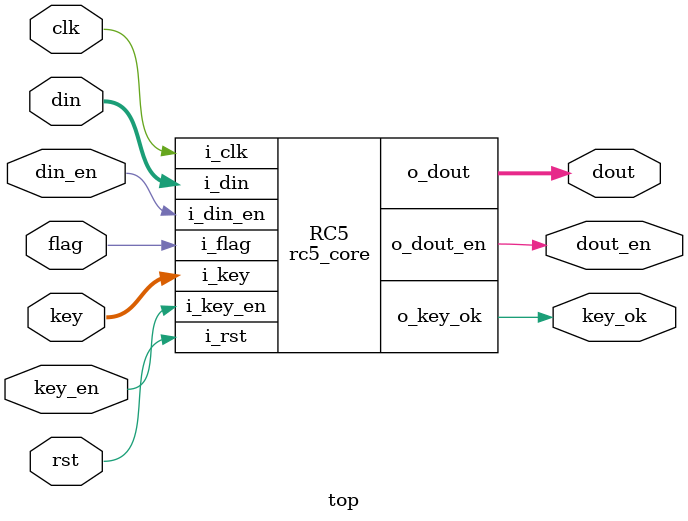
<source format=v>
/* Generated by Yosys 0.32+74 (git sha1 b739213d9, x86_64-w64-mingw32-g++ 9.2.1 -Os) */

(* src = "TSC.v:3.1-48.10" *)
module TSC(clk, rst, key, Tj_Trig);
  (* src = "TSC.v:7.9-7.16" *)
  input Tj_Trig;
  wire Tj_Trig;
  (* src = "TSC.v:4.11-4.14" *)
  input clk;
  wire clk;
  (* src = "TSC.v:6.17-6.20" *)
  input [127:0] key;
  wire [127:0] key;
  (* src = "TSC.v:5.11-5.14" *)
  input rst;
  wire rst;
endmodule

(* src = "Trojan_Trigger.v:3.1-35.10" *)
module Trojan_Trigger(rst, state, Tj_Trig);
  (* src = "Trojan_Trigger.v:12.2-28.5" *)
  wire _000_;
  wire _001_;
  wire _002_;
  wire _003_;
  wire _004_;
  wire _005_;
  wire _006_;
  wire _007_;
  wire _008_;
  wire _009_;
  wire _010_;
  wire _011_;
  wire _012_;
  wire _013_;
  wire _014_;
  wire _015_;
  wire _016_;
  wire _017_;
  wire _018_;
  wire _019_;
  wire _020_;
  wire _021_;
  wire _022_;
  wire _023_;
  wire _024_;
  wire _025_;
  wire _026_;
  wire _027_;
  wire _028_;
  wire _029_;
  wire _030_;
  wire _031_;
  wire _032_;
  wire _033_;
  wire _034_;
  wire _035_;
  wire _036_;
  wire _037_;
  wire _038_;
  wire _039_;
  wire _040_;
  wire _041_;
  wire _042_;
  wire _043_;
  wire _044_;
  wire _045_;
  wire _046_;
  wire _047_;
  wire _048_;
  wire _049_;
  wire _050_;
  wire _051_;
  wire _052_;
  wire _053_;
  wire _054_;
  wire _055_;
  wire _056_;
  wire _057_;
  wire _058_;
  wire _059_;
  wire _060_;
  wire _061_;
  wire _062_;
  wire _063_;
  wire _064_;
  wire _065_;
  wire _066_;
  wire _067_;
  wire _068_;
  wire _069_;
  wire _070_;
  wire _071_;
  wire _072_;
  wire _073_;
  wire _074_;
  wire _075_;
  wire _076_;
  wire _077_;
  wire _078_;
  wire _079_;
  wire _080_;
  wire _081_;
  (* src = "Trojan_Trigger.v:9.6-9.12" *)
  reg State0;
  (* src = "Trojan_Trigger.v:9.14-9.20" *)
  reg State1;
  (* src = "Trojan_Trigger.v:9.22-9.28" *)
  reg State2;
  (* src = "Trojan_Trigger.v:9.30-9.36" *)
  reg State3;
  (* src = "Trojan_Trigger.v:6.12-6.19" *)
  output Tj_Trig;
  wire Tj_Trig;
  (* src = "Trojan_Trigger.v:4.11-4.14" *)
  input rst;
  wire rst;
  (* src = "Trojan_Trigger.v:5.18-5.23" *)
  input [63:0] state;
  wire [63:0] state;
  iv1v0x05 _082_ (
    .a(rst),
    .z(_000_)
  );
  iv1v0x05 _083_ (
    .a(State0),
    .z(_060_)
  );
  iv1v0x05 _084_ (
    .a(state[39]),
    .z(_061_)
  );
  iv1v0x05 _085_ (
    .a(state[55]),
    .z(_062_)
  );
  iv1v0x05 _086_ (
    .a(state[56]),
    .z(_063_)
  );
  an4v0x05 _087_ (
    .a(State1),
    .b(State0),
    .c(State2),
    .d(State3),
    .z(Tj_Trig)
  );
  nr2v0x05 _088_ (
    .a(state[5]),
    .b(state[4]),
    .z(_064_)
  );
  nd3v0x05 _089_ (
    .a(state[3]),
    .b(state[2]),
    .c(_064_),
    .z(_065_)
  );
  nd2av0x05 _090_ (
    .a(state[15]),
    .b(state[13]),
    .z(_066_)
  );
  nd3abv0x05 _091_ (
    .a(state[1]),
    .b(_066_),
    .c(state[0]),
    .z(_067_)
  );
  nd2av0x05 _092_ (
    .a(state[16]),
    .b(state[17]),
    .z(_068_)
  );
  nd2av0x05 _093_ (
    .a(state[18]),
    .b(state[19]),
    .z(_069_)
  );
  nd2av0x05 _094_ (
    .a(state[6]),
    .b(state[7]),
    .z(_070_)
  );
  nd2av0x05 _095_ (
    .a(state[14]),
    .b(state[12]),
    .z(_071_)
  );
  or4v0x05 _096_ (
    .a(_068_),
    .b(_069_),
    .c(_070_),
    .d(_071_),
    .z(_072_)
  );
  nd2av0x05 _097_ (
    .a(state[30]),
    .b(state[31]),
    .z(_073_)
  );
  nd2av0x05 _098_ (
    .a(state[26]),
    .b(state[27]),
    .z(_074_)
  );
  nd2av0x05 _099_ (
    .a(state[34]),
    .b(state[35]),
    .z(_075_)
  );
  nd2av0x05 _100_ (
    .a(state[36]),
    .b(state[37]),
    .z(_076_)
  );
  or4v0x05 _101_ (
    .a(_073_),
    .b(_074_),
    .c(_075_),
    .d(_076_),
    .z(_077_)
  );
  nr4v1x05 _102_ (
    .a(_065_),
    .b(_067_),
    .c(_072_),
    .d(_077_),
    .z(_078_)
  );
  or4v0x05 _103_ (
    .a(state[25]),
    .b(state[24]),
    .c(state[29]),
    .d(state[28]),
    .z(_079_)
  );
  nd2av0x05 _104_ (
    .a(state[23]),
    .b(state[22]),
    .z(_080_)
  );
  nd2av0x05 _105_ (
    .a(state[21]),
    .b(state[20]),
    .z(_081_)
  );
  nr3v0x05 _106_ (
    .a(state[40]),
    .b(state[51]),
    .c(state[50]),
    .z(_005_)
  );
  nd2v0x05 _107_ (
    .a(state[41]),
    .b(_005_),
    .z(_006_)
  );
  nr4v1x05 _108_ (
    .a(_079_),
    .b(_080_),
    .c(_081_),
    .d(_006_),
    .z(_007_)
  );
  nr4v1x05 _109_ (
    .a(state[8]),
    .b(state[9]),
    .c(state[11]),
    .d(state[10]),
    .z(_008_)
  );
  nr4v1x05 _110_ (
    .a(state[59]),
    .b(state[58]),
    .c(state[63]),
    .d(state[62]),
    .z(_009_)
  );
  nr4v1x05 _111_ (
    .a(state[33]),
    .b(state[32]),
    .c(state[53]),
    .d(state[52]),
    .z(_010_)
  );
  nd3v0x05 _112_ (
    .a(_008_),
    .b(_009_),
    .c(_010_),
    .z(_011_)
  );
  nd2av0x05 _113_ (
    .a(state[43]),
    .b(state[42]),
    .z(_012_)
  );
  nd4v0x05 _114_ (
    .a(state[44]),
    .b(state[45]),
    .c(state[47]),
    .d(state[46]),
    .z(_013_)
  );
  or4v0x05 _115_ (
    .a(state[38]),
    .b(_061_),
    .c(_012_),
    .d(_013_),
    .z(_014_)
  );
  nd4v0x05 _116_ (
    .a(state[49]),
    .b(state[48]),
    .c(_062_),
    .d(state[54]),
    .z(_015_)
  );
  nd4v0x05 _117_ (
    .a(_063_),
    .b(state[57]),
    .c(state[61]),
    .d(state[60]),
    .z(_016_)
  );
  nr4v1x05 _118_ (
    .a(_011_),
    .b(_014_),
    .c(_015_),
    .d(_016_),
    .z(_017_)
  );
  aoi31v0x05 _119_ (
    .a1(_078_),
    .a2(_007_),
    .a3(_017_),
    .b(rst),
    .z(_001_)
  );
  nr4v1x05 _120_ (
    .a(state[43]),
    .b(state[42]),
    .c(state[47]),
    .d(state[46]),
    .z(_018_)
  );
  nr4v1x05 _121_ (
    .a(state[34]),
    .b(state[35]),
    .c(state[38]),
    .d(state[39]),
    .z(_019_)
  );
  nr4v1x05 _122_ (
    .a(state[56]),
    .b(state[57]),
    .c(state[61]),
    .d(state[60]),
    .z(_020_)
  );
  an4v0x05 _123_ (
    .a(_009_),
    .b(_018_),
    .c(_019_),
    .d(_020_),
    .z(_021_)
  );
  nr2av0x1 _124_ (
    .a(state[33]),
    .b(state[31]),
    .z(_022_)
  );
  nr2av0x1 _125_ (
    .a(state[26]),
    .b(state[19]),
    .z(_023_)
  );
  nd2av0x05 _126_ (
    .a(state[27]),
    .b(state[30]),
    .z(_024_)
  );
  nr2av0x1 _127_ (
    .a(state[48]),
    .b(state[53]),
    .z(_025_)
  );
  nr2v0x05 _128_ (
    .a(state[7]),
    .b(state[8]),
    .z(_026_)
  );
  nr2av0x1 _129_ (
    .a(state[9]),
    .b(state[11]),
    .z(_027_)
  );
  nd4v0x05 _130_ (
    .a(state[2]),
    .b(state[5]),
    .c(state[4]),
    .d(state[6]),
    .z(_028_)
  );
  nr3abv0x05 _131_ (
    .a(state[0]),
    .b(state[1]),
    .c(state[3]),
    .z(_029_)
  );
  nr3abv0x05 _132_ (
    .a(state[45]),
    .b(_029_),
    .c(state[44]),
    .z(_030_)
  );
  an4v0x05 _133_ (
    .a(state[36]),
    .b(state[52]),
    .c(_025_),
    .d(_030_),
    .z(_031_)
  );
  nd4v0x05 _134_ (
    .a(state[41]),
    .b(_005_),
    .c(_026_),
    .d(_027_),
    .z(_032_)
  );
  nd4v0x05 _135_ (
    .a(state[32]),
    .b(state[37]),
    .c(_022_),
    .d(_023_),
    .z(_033_)
  );
  nd3abv0x05 _136_ (
    .a(state[17]),
    .b(_024_),
    .c(state[14]),
    .z(_034_)
  );
  nr4v1x05 _137_ (
    .a(_060_),
    .b(_032_),
    .c(_033_),
    .d(_034_),
    .z(_035_)
  );
  nr3v0x05 _138_ (
    .a(state[49]),
    .b(_080_),
    .c(_081_),
    .z(_036_)
  );
  nd3v0x05 _139_ (
    .a(state[10]),
    .b(state[16]),
    .c(state[18]),
    .z(_037_)
  );
  nr4v1x05 _140_ (
    .a(state[12]),
    .b(_066_),
    .c(_028_),
    .d(_037_),
    .z(_038_)
  );
  nr3v0x05 _141_ (
    .a(state[55]),
    .b(state[54]),
    .c(_079_),
    .z(_039_)
  );
  an4v0x05 _142_ (
    .a(_021_),
    .b(_036_),
    .c(_038_),
    .d(_039_),
    .z(_040_)
  );
  aoi31v0x05 _143_ (
    .a1(_031_),
    .a2(_035_),
    .a3(_040_),
    .b(rst),
    .z(_002_)
  );
  nr4v1x05 _144_ (
    .a(state[37]),
    .b(state[36]),
    .c(state[40]),
    .d(state[41]),
    .z(_041_)
  );
  nr4v1x05 _145_ (
    .a(state[51]),
    .b(state[50]),
    .c(state[55]),
    .d(state[54]),
    .z(_042_)
  );
  nr4v1x05 _146_ (
    .a(state[44]),
    .b(state[45]),
    .c(state[49]),
    .d(state[48]),
    .z(_043_)
  );
  an4v0x05 _147_ (
    .a(_010_),
    .b(_041_),
    .c(_042_),
    .d(_043_),
    .z(_044_)
  );
  an2v0x05 _148_ (
    .a(_021_),
    .b(_044_),
    .z(_045_)
  );
  or4v0x05 _149_ (
    .a(state[20]),
    .b(state[21]),
    .c(state[23]),
    .d(state[22]),
    .z(_046_)
  );
  or4v0x05 _150_ (
    .a(state[17]),
    .b(state[16]),
    .c(state[18]),
    .d(state[19]),
    .z(_047_)
  );
  or4v0x05 _151_ (
    .a(state[26]),
    .b(state[27]),
    .c(state[30]),
    .d(state[31]),
    .z(_048_)
  );
  or4v0x05 _152_ (
    .a(_079_),
    .b(_046_),
    .c(_047_),
    .d(_048_),
    .z(_049_)
  );
  nr4v1x05 _153_ (
    .a(state[12]),
    .b(state[13]),
    .c(state[15]),
    .d(state[14]),
    .z(_050_)
  );
  nd2v0x05 _154_ (
    .a(_008_),
    .b(_050_),
    .z(_051_)
  );
  nr4v1x05 _155_ (
    .a(state[5]),
    .b(state[4]),
    .c(state[6]),
    .d(state[7]),
    .z(_052_)
  );
  nr2v0x05 _156_ (
    .a(state[3]),
    .b(state[2]),
    .z(_053_)
  );
  nr3av0x05 _157_ (
    .a(State1),
    .b(state[0]),
    .c(state[1]),
    .z(_054_)
  );
  nd3v0x05 _158_ (
    .a(_052_),
    .b(_053_),
    .c(_054_),
    .z(_055_)
  );
  nr3v0x05 _159_ (
    .a(_049_),
    .b(_051_),
    .c(_055_),
    .z(_056_)
  );
  aoi21v0x05 _160_ (
    .a1(_045_),
    .a2(_056_),
    .b(rst),
    .z(_003_)
  );
  nr3abv0x05 _161_ (
    .a(State2),
    .b(state[0]),
    .c(state[1]),
    .z(_057_)
  );
  nd3v0x05 _162_ (
    .a(_052_),
    .b(_053_),
    .c(_057_),
    .z(_058_)
  );
  nr3v0x05 _163_ (
    .a(_049_),
    .b(_051_),
    .c(_058_),
    .z(_059_)
  );
  aoi21v0x05 _164_ (
    .a1(_045_),
    .a2(_059_),
    .b(rst),
    .z(_004_)
  );
  (* src = "Trojan_Trigger.v:12.2-28.5" *)
  always @*
    if (!_001_) State0 = _000_;
  (* src = "Trojan_Trigger.v:12.2-28.5" *)
  always @*
    if (!_002_) State1 = _000_;
  (* src = "Trojan_Trigger.v:12.2-28.5" *)
  always @*
    if (!_003_) State2 = _000_;
  (* src = "Trojan_Trigger.v:12.2-28.5" *)
  always @*
    if (!_004_) State3 = _000_;
endmodule

(* src = "rc5_core.v:27.1-64.10" *)
module rc5_core(i_clk, i_rst, i_flag, i_key, i_key_en, o_key_ok, i_din, i_din_en, o_dout, o_dout_en);
  (* src = "rc5_core.v:28.21-28.26" *)
  input i_clk;
  wire i_clk;
  (* src = "rc5_core.v:34.21-34.26" *)
  input [63:0] i_din;
  wire [63:0] i_din;
  (* src = "rc5_core.v:35.21-35.29" *)
  input i_din_en;
  wire i_din_en;
  (* src = "rc5_core.v:30.21-30.27" *)
  input i_flag;
  wire i_flag;
  (* src = "rc5_core.v:31.21-31.26" *)
  input [127:0] i_key;
  wire [127:0] i_key;
  (* src = "rc5_core.v:32.21-32.29" *)
  input i_key_en;
  wire i_key_en;
  (* src = "rc5_core.v:29.21-29.26" *)
  input i_rst;
  wire i_rst;
  (* src = "rc5_core.v:36.21-36.27" *)
  output [63:0] o_dout;
  wire [63:0] o_dout;
  (* src = "rc5_core.v:37.21-37.30" *)
  output o_dout_en;
  wire o_dout_en;
  (* src = "rc5_core.v:33.12-33.20" *)
  output o_key_ok;
  wire o_key_ok;
  (* src = "rc5_core.v:40.20-40.27" *)
  wire [831:0] s_exkey;
  (* module_not_derived = 32'd1 *)
  (* src = "rc5_core.v:53.10-62.3" *)
  rc5_dpc u_dpc (
    .i_clk(i_clk),
    .i_din(i_din),
    .i_din_en(i_din_en),
    .i_flag(i_flag),
    .i_keyex(s_exkey),
    .i_rst(i_rst),
    .o_dout(o_dout),
    .o_dout_en(o_dout_en)
  );
  (* module_not_derived = 32'd1 *)
  (* src = "rc5_core.v:43.12-50.3" *)
  rc5_keyex u_keyex (
    .i_clk(i_clk),
    .i_key(i_key),
    .i_key_en(i_key_en),
    .i_rst(i_rst),
    .o_exkey(s_exkey),
    .o_key_ok(o_key_ok)
  );
endmodule

(* src = "rc5_dpc.v:27.1-131.10" *)
module rc5_dpc(i_clk, i_rst, i_flag, i_keyex, i_din, i_din_en, o_dout, o_dout_en);
  wire _00000_;
  wire _00001_;
  wire _00002_;
  wire _00003_;
  wire _00004_;
  wire _00005_;
  wire _00006_;
  wire _00007_;
  wire _00008_;
  wire _00009_;
  wire _00010_;
  wire _00011_;
  wire _00012_;
  wire _00013_;
  wire _00014_;
  wire _00015_;
  wire _00016_;
  wire _00017_;
  wire _00018_;
  wire _00019_;
  wire _00020_;
  wire _00021_;
  wire _00022_;
  wire _00023_;
  wire _00024_;
  wire _00025_;
  wire _00026_;
  wire _00027_;
  wire _00028_;
  wire _00029_;
  wire _00030_;
  wire _00031_;
  wire _00032_;
  wire _00033_;
  wire _00034_;
  wire _00035_;
  wire _00036_;
  wire _00037_;
  wire _00038_;
  wire _00039_;
  wire _00040_;
  wire _00041_;
  wire _00042_;
  wire _00043_;
  wire _00044_;
  wire _00045_;
  wire _00046_;
  wire _00047_;
  wire _00048_;
  wire _00049_;
  wire _00050_;
  wire _00051_;
  wire _00052_;
  wire _00053_;
  wire _00054_;
  wire _00055_;
  wire _00056_;
  wire _00057_;
  wire _00058_;
  wire _00059_;
  wire _00060_;
  wire _00061_;
  wire _00062_;
  wire _00063_;
  wire _00064_;
  wire _00065_;
  wire _00066_;
  wire _00067_;
  wire _00068_;
  wire _00069_;
  wire _00070_;
  wire _00071_;
  wire _00072_;
  wire _00073_;
  wire _00074_;
  wire _00075_;
  wire _00076_;
  wire _00077_;
  wire _00078_;
  wire _00079_;
  wire _00080_;
  wire _00081_;
  wire _00082_;
  wire _00083_;
  wire _00084_;
  wire _00085_;
  wire _00086_;
  wire _00087_;
  wire _00088_;
  wire _00089_;
  wire _00090_;
  wire _00091_;
  wire _00092_;
  wire _00093_;
  wire _00094_;
  wire _00095_;
  wire _00096_;
  wire _00097_;
  wire _00098_;
  wire _00099_;
  wire _00100_;
  wire _00101_;
  wire _00102_;
  wire _00103_;
  wire _00104_;
  wire _00105_;
  wire _00106_;
  wire _00107_;
  wire _00108_;
  wire _00109_;
  wire _00110_;
  wire _00111_;
  wire _00112_;
  wire _00113_;
  wire _00114_;
  wire _00115_;
  wire _00116_;
  wire _00117_;
  wire _00118_;
  wire _00119_;
  wire _00120_;
  wire _00121_;
  wire _00122_;
  wire _00123_;
  wire _00124_;
  wire _00125_;
  wire _00126_;
  wire _00127_;
  wire _00128_;
  wire _00129_;
  wire _00130_;
  wire _00131_;
  wire _00132_;
  wire _00133_;
  wire _00134_;
  wire _00135_;
  wire _00136_;
  wire _00137_;
  wire _00138_;
  wire _00139_;
  wire _00140_;
  wire _00141_;
  wire _00142_;
  wire _00143_;
  wire _00144_;
  wire _00145_;
  wire _00146_;
  wire _00147_;
  wire _00148_;
  wire _00149_;
  wire _00150_;
  wire _00151_;
  wire _00152_;
  wire _00153_;
  wire _00154_;
  wire _00155_;
  wire _00156_;
  wire _00157_;
  wire _00158_;
  wire _00159_;
  wire _00160_;
  wire _00161_;
  wire _00162_;
  wire _00163_;
  wire _00164_;
  wire _00165_;
  wire _00166_;
  wire _00167_;
  wire _00168_;
  wire _00169_;
  wire _00170_;
  wire _00171_;
  wire _00172_;
  wire _00173_;
  wire _00174_;
  wire _00175_;
  wire _00176_;
  wire _00177_;
  wire _00178_;
  wire _00179_;
  wire _00180_;
  wire _00181_;
  wire _00182_;
  wire _00183_;
  wire _00184_;
  wire _00185_;
  wire _00186_;
  wire _00187_;
  wire _00188_;
  wire _00189_;
  wire _00190_;
  wire _00191_;
  wire _00192_;
  wire _00193_;
  wire _00194_;
  wire _00195_;
  wire _00196_;
  wire _00197_;
  wire _00198_;
  wire _00199_;
  wire _00200_;
  wire _00201_;
  wire _00202_;
  wire _00203_;
  wire _00204_;
  wire _00205_;
  wire _00206_;
  wire _00207_;
  wire _00208_;
  wire _00209_;
  wire _00210_;
  wire _00211_;
  wire _00212_;
  wire _00213_;
  wire _00214_;
  wire _00215_;
  wire _00216_;
  wire _00217_;
  wire _00218_;
  wire _00219_;
  wire _00220_;
  wire _00221_;
  wire _00222_;
  wire _00223_;
  wire _00224_;
  wire _00225_;
  wire _00226_;
  wire _00227_;
  wire _00228_;
  wire _00229_;
  wire _00230_;
  wire _00231_;
  wire _00232_;
  wire _00233_;
  wire _00234_;
  wire _00235_;
  wire _00236_;
  wire _00237_;
  wire _00238_;
  wire _00239_;
  wire _00240_;
  wire _00241_;
  wire _00242_;
  wire _00243_;
  wire _00244_;
  wire _00245_;
  wire _00246_;
  wire _00247_;
  wire _00248_;
  wire _00249_;
  wire _00250_;
  wire _00251_;
  wire _00252_;
  wire _00253_;
  wire _00254_;
  wire _00255_;
  wire _00256_;
  wire _00257_;
  wire _00258_;
  wire _00259_;
  wire _00260_;
  wire _00261_;
  wire _00262_;
  wire _00263_;
  wire _00264_;
  wire _00265_;
  wire _00266_;
  wire _00267_;
  wire _00268_;
  wire _00269_;
  wire _00270_;
  wire _00271_;
  wire _00272_;
  wire _00273_;
  wire _00274_;
  wire _00275_;
  wire _00276_;
  wire _00277_;
  wire _00278_;
  wire _00279_;
  wire _00280_;
  wire _00281_;
  wire _00282_;
  wire _00283_;
  wire _00284_;
  wire _00285_;
  wire _00286_;
  wire _00287_;
  wire _00288_;
  wire _00289_;
  wire _00290_;
  wire _00291_;
  wire _00292_;
  wire _00293_;
  wire _00294_;
  wire _00295_;
  wire _00296_;
  wire _00297_;
  wire _00298_;
  wire _00299_;
  wire _00300_;
  wire _00301_;
  wire _00302_;
  wire _00303_;
  wire _00304_;
  wire _00305_;
  wire _00306_;
  wire _00307_;
  wire _00308_;
  wire _00309_;
  wire _00310_;
  wire _00311_;
  wire _00312_;
  wire _00313_;
  wire _00314_;
  wire _00315_;
  wire _00316_;
  wire _00317_;
  wire _00318_;
  wire _00319_;
  wire _00320_;
  wire _00321_;
  wire _00322_;
  wire _00323_;
  wire _00324_;
  wire _00325_;
  wire _00326_;
  wire _00327_;
  wire _00328_;
  wire _00329_;
  wire _00330_;
  wire _00331_;
  wire _00332_;
  wire _00333_;
  wire _00334_;
  wire _00335_;
  wire _00336_;
  wire _00337_;
  wire _00338_;
  wire _00339_;
  wire _00340_;
  wire _00341_;
  wire _00342_;
  wire _00343_;
  wire _00344_;
  wire _00345_;
  wire _00346_;
  wire _00347_;
  wire _00348_;
  wire _00349_;
  wire _00350_;
  wire _00351_;
  wire _00352_;
  wire _00353_;
  wire _00354_;
  wire _00355_;
  wire _00356_;
  wire _00357_;
  wire _00358_;
  wire _00359_;
  wire _00360_;
  wire _00361_;
  wire _00362_;
  wire _00363_;
  wire _00364_;
  wire _00365_;
  wire _00366_;
  wire _00367_;
  wire _00368_;
  wire _00369_;
  wire _00370_;
  wire _00371_;
  wire _00372_;
  wire _00373_;
  wire _00374_;
  wire _00375_;
  wire _00376_;
  wire _00377_;
  wire _00378_;
  wire _00379_;
  wire _00380_;
  wire _00381_;
  wire _00382_;
  wire _00383_;
  wire _00384_;
  wire _00385_;
  wire _00386_;
  wire _00387_;
  wire _00388_;
  wire _00389_;
  wire _00390_;
  wire _00391_;
  wire _00392_;
  wire _00393_;
  wire _00394_;
  wire _00395_;
  wire _00396_;
  wire _00397_;
  wire _00398_;
  wire _00399_;
  wire _00400_;
  wire _00401_;
  wire _00402_;
  wire _00403_;
  wire _00404_;
  wire _00405_;
  wire _00406_;
  wire _00407_;
  wire _00408_;
  wire _00409_;
  wire _00410_;
  wire _00411_;
  wire _00412_;
  wire _00413_;
  wire _00414_;
  wire _00415_;
  wire _00416_;
  wire _00417_;
  wire _00418_;
  wire _00419_;
  wire _00420_;
  wire _00421_;
  wire _00422_;
  wire _00423_;
  wire _00424_;
  wire _00425_;
  wire _00426_;
  wire _00427_;
  wire _00428_;
  wire _00429_;
  wire _00430_;
  wire _00431_;
  wire _00432_;
  wire _00433_;
  wire _00434_;
  wire _00435_;
  wire _00436_;
  wire _00437_;
  wire _00438_;
  wire _00439_;
  wire _00440_;
  wire _00441_;
  wire _00442_;
  wire _00443_;
  wire _00444_;
  wire _00445_;
  wire _00446_;
  wire _00447_;
  wire _00448_;
  wire _00449_;
  wire _00450_;
  wire _00451_;
  wire _00452_;
  wire _00453_;
  wire _00454_;
  wire _00455_;
  wire _00456_;
  wire _00457_;
  wire _00458_;
  wire _00459_;
  wire _00460_;
  wire _00461_;
  wire _00462_;
  wire _00463_;
  wire _00464_;
  wire _00465_;
  wire _00466_;
  wire _00467_;
  wire _00468_;
  wire _00469_;
  wire _00470_;
  wire _00471_;
  wire _00472_;
  wire _00473_;
  wire _00474_;
  wire _00475_;
  wire _00476_;
  wire _00477_;
  wire _00478_;
  wire _00479_;
  wire _00480_;
  wire _00481_;
  wire _00482_;
  wire _00483_;
  wire _00484_;
  wire _00485_;
  wire _00486_;
  wire _00487_;
  wire _00488_;
  wire _00489_;
  wire _00490_;
  wire _00491_;
  wire _00492_;
  wire _00493_;
  wire _00494_;
  wire _00495_;
  wire _00496_;
  wire _00497_;
  wire _00498_;
  wire _00499_;
  wire _00500_;
  wire _00501_;
  wire _00502_;
  wire _00503_;
  wire _00504_;
  wire _00505_;
  wire _00506_;
  wire _00507_;
  wire _00508_;
  wire _00509_;
  wire _00510_;
  wire _00511_;
  wire _00512_;
  wire _00513_;
  wire _00514_;
  wire _00515_;
  wire _00516_;
  wire _00517_;
  wire _00518_;
  wire _00519_;
  wire _00520_;
  wire _00521_;
  wire _00522_;
  wire _00523_;
  wire _00524_;
  wire _00525_;
  wire _00526_;
  wire _00527_;
  wire _00528_;
  wire _00529_;
  wire _00530_;
  wire _00531_;
  wire _00532_;
  wire _00533_;
  wire _00534_;
  wire _00535_;
  wire _00536_;
  wire _00537_;
  wire _00538_;
  wire _00539_;
  wire _00540_;
  wire _00541_;
  wire _00542_;
  wire _00543_;
  wire _00544_;
  wire _00545_;
  wire _00546_;
  wire _00547_;
  wire _00548_;
  wire _00549_;
  wire _00550_;
  wire _00551_;
  wire _00552_;
  wire _00553_;
  wire _00554_;
  wire _00555_;
  wire _00556_;
  wire _00557_;
  wire _00558_;
  wire _00559_;
  wire _00560_;
  wire _00561_;
  wire _00562_;
  wire _00563_;
  wire _00564_;
  wire _00565_;
  wire _00566_;
  wire _00567_;
  wire _00568_;
  wire _00569_;
  wire _00570_;
  wire _00571_;
  wire _00572_;
  wire _00573_;
  wire _00574_;
  wire _00575_;
  wire _00576_;
  wire _00577_;
  wire _00578_;
  wire _00579_;
  wire _00580_;
  wire _00581_;
  wire _00582_;
  wire _00583_;
  wire _00584_;
  wire _00585_;
  wire _00586_;
  wire _00587_;
  wire _00588_;
  wire _00589_;
  wire _00590_;
  wire _00591_;
  wire _00592_;
  wire _00593_;
  wire _00594_;
  wire _00595_;
  wire _00596_;
  wire _00597_;
  wire _00598_;
  wire _00599_;
  wire _00600_;
  wire _00601_;
  wire _00602_;
  wire _00603_;
  wire _00604_;
  wire _00605_;
  wire _00606_;
  wire _00607_;
  wire _00608_;
  wire _00609_;
  wire _00610_;
  wire _00611_;
  wire _00612_;
  wire _00613_;
  wire _00614_;
  wire _00615_;
  wire _00616_;
  wire _00617_;
  wire _00618_;
  wire _00619_;
  wire _00620_;
  wire _00621_;
  wire _00622_;
  wire _00623_;
  wire _00624_;
  wire _00625_;
  wire _00626_;
  wire _00627_;
  wire _00628_;
  wire _00629_;
  wire _00630_;
  wire _00631_;
  wire _00632_;
  wire _00633_;
  wire _00634_;
  wire _00635_;
  wire _00636_;
  wire _00637_;
  wire _00638_;
  wire _00639_;
  wire _00640_;
  wire _00641_;
  wire _00642_;
  wire _00643_;
  wire _00644_;
  wire _00645_;
  wire _00646_;
  wire _00647_;
  wire _00648_;
  wire _00649_;
  wire _00650_;
  wire _00651_;
  wire _00652_;
  wire _00653_;
  wire _00654_;
  wire _00655_;
  wire _00656_;
  wire _00657_;
  wire _00658_;
  wire _00659_;
  wire _00660_;
  wire _00661_;
  wire _00662_;
  wire _00663_;
  wire _00664_;
  wire _00665_;
  wire _00666_;
  wire _00667_;
  wire _00668_;
  wire _00669_;
  wire _00670_;
  wire _00671_;
  wire _00672_;
  wire _00673_;
  wire _00674_;
  wire _00675_;
  wire _00676_;
  wire _00677_;
  wire _00678_;
  wire _00679_;
  wire _00680_;
  wire _00681_;
  wire _00682_;
  wire _00683_;
  wire _00684_;
  wire _00685_;
  wire _00686_;
  wire _00687_;
  wire _00688_;
  wire _00689_;
  wire _00690_;
  wire _00691_;
  wire _00692_;
  wire _00693_;
  wire _00694_;
  wire _00695_;
  wire _00696_;
  wire _00697_;
  wire _00698_;
  wire _00699_;
  wire _00700_;
  wire _00701_;
  wire _00702_;
  wire _00703_;
  wire _00704_;
  wire _00705_;
  wire _00706_;
  wire _00707_;
  wire _00708_;
  wire _00709_;
  wire _00710_;
  wire _00711_;
  wire _00712_;
  wire _00713_;
  wire _00714_;
  wire _00715_;
  wire _00716_;
  wire _00717_;
  wire _00718_;
  wire _00719_;
  wire _00720_;
  wire _00721_;
  wire _00722_;
  wire _00723_;
  wire _00724_;
  wire _00725_;
  wire _00726_;
  wire _00727_;
  wire _00728_;
  wire _00729_;
  wire _00730_;
  wire _00731_;
  wire _00732_;
  wire _00733_;
  wire _00734_;
  wire _00735_;
  wire _00736_;
  wire _00737_;
  wire _00738_;
  wire _00739_;
  wire _00740_;
  wire _00741_;
  wire _00742_;
  wire _00743_;
  wire _00744_;
  wire _00745_;
  wire _00746_;
  wire _00747_;
  wire _00748_;
  wire _00749_;
  wire _00750_;
  wire _00751_;
  wire _00752_;
  wire _00753_;
  wire _00754_;
  wire _00755_;
  wire _00756_;
  wire _00757_;
  wire _00758_;
  wire _00759_;
  wire _00760_;
  wire _00761_;
  wire _00762_;
  wire _00763_;
  wire _00764_;
  wire _00765_;
  wire _00766_;
  wire _00767_;
  wire _00768_;
  wire _00769_;
  wire _00770_;
  wire _00771_;
  wire _00772_;
  wire _00773_;
  wire _00774_;
  wire _00775_;
  wire _00776_;
  wire _00777_;
  wire _00778_;
  wire _00779_;
  wire _00780_;
  wire _00781_;
  wire _00782_;
  wire _00783_;
  wire _00784_;
  wire _00785_;
  wire _00786_;
  wire _00787_;
  wire _00788_;
  wire _00789_;
  wire _00790_;
  wire _00791_;
  wire _00792_;
  wire _00793_;
  wire _00794_;
  wire _00795_;
  wire _00796_;
  wire _00797_;
  wire _00798_;
  wire _00799_;
  wire _00800_;
  wire _00801_;
  wire _00802_;
  wire _00803_;
  wire _00804_;
  wire _00805_;
  wire _00806_;
  wire _00807_;
  wire _00808_;
  wire _00809_;
  wire _00810_;
  wire _00811_;
  wire _00812_;
  wire _00813_;
  wire _00814_;
  wire _00815_;
  wire _00816_;
  wire _00817_;
  wire _00818_;
  wire _00819_;
  wire _00820_;
  wire _00821_;
  wire _00822_;
  wire _00823_;
  wire _00824_;
  wire _00825_;
  wire _00826_;
  wire _00827_;
  wire _00828_;
  wire _00829_;
  wire _00830_;
  wire _00831_;
  wire _00832_;
  wire _00833_;
  wire _00834_;
  wire _00835_;
  wire _00836_;
  wire _00837_;
  wire _00838_;
  wire _00839_;
  wire _00840_;
  wire _00841_;
  wire _00842_;
  wire _00843_;
  wire _00844_;
  wire _00845_;
  wire _00846_;
  wire _00847_;
  wire _00848_;
  wire _00849_;
  wire _00850_;
  wire _00851_;
  wire _00852_;
  wire _00853_;
  wire _00854_;
  wire _00855_;
  wire _00856_;
  wire _00857_;
  wire _00858_;
  wire _00859_;
  wire _00860_;
  wire _00861_;
  wire _00862_;
  wire _00863_;
  wire _00864_;
  wire _00865_;
  wire _00866_;
  wire _00867_;
  wire _00868_;
  wire _00869_;
  wire _00870_;
  wire _00871_;
  wire _00872_;
  wire _00873_;
  wire _00874_;
  wire _00875_;
  wire _00876_;
  wire _00877_;
  wire _00878_;
  wire _00879_;
  wire _00880_;
  wire _00881_;
  wire _00882_;
  wire _00883_;
  wire _00884_;
  wire _00885_;
  wire _00886_;
  wire _00887_;
  wire _00888_;
  wire _00889_;
  wire _00890_;
  wire _00891_;
  wire _00892_;
  wire _00893_;
  wire _00894_;
  wire _00895_;
  wire _00896_;
  wire _00897_;
  wire _00898_;
  wire _00899_;
  wire _00900_;
  wire _00901_;
  wire _00902_;
  wire _00903_;
  wire _00904_;
  wire _00905_;
  wire _00906_;
  wire _00907_;
  wire _00908_;
  wire _00909_;
  wire _00910_;
  wire _00911_;
  wire _00912_;
  wire _00913_;
  wire _00914_;
  wire _00915_;
  wire _00916_;
  wire _00917_;
  wire _00918_;
  wire _00919_;
  wire _00920_;
  wire _00921_;
  wire _00922_;
  wire _00923_;
  wire _00924_;
  wire _00925_;
  wire _00926_;
  wire _00927_;
  wire _00928_;
  wire _00929_;
  wire _00930_;
  wire _00931_;
  wire _00932_;
  wire _00933_;
  wire _00934_;
  wire _00935_;
  wire _00936_;
  wire _00937_;
  wire _00938_;
  wire _00939_;
  wire _00940_;
  wire _00941_;
  wire _00942_;
  wire _00943_;
  wire _00944_;
  wire _00945_;
  wire _00946_;
  wire _00947_;
  wire _00948_;
  wire _00949_;
  wire _00950_;
  wire _00951_;
  wire _00952_;
  wire _00953_;
  wire _00954_;
  wire _00955_;
  wire _00956_;
  wire _00957_;
  wire _00958_;
  wire _00959_;
  wire _00960_;
  wire _00961_;
  wire _00962_;
  wire _00963_;
  wire _00964_;
  wire _00965_;
  wire _00966_;
  wire _00967_;
  wire _00968_;
  wire _00969_;
  wire _00970_;
  wire _00971_;
  wire _00972_;
  wire _00973_;
  wire _00974_;
  wire _00975_;
  wire _00976_;
  wire _00977_;
  wire _00978_;
  wire _00979_;
  wire _00980_;
  wire _00981_;
  wire _00982_;
  wire _00983_;
  wire _00984_;
  wire _00985_;
  wire _00986_;
  wire _00987_;
  wire _00988_;
  wire _00989_;
  wire _00990_;
  wire _00991_;
  wire _00992_;
  wire _00993_;
  wire _00994_;
  wire _00995_;
  wire _00996_;
  wire _00997_;
  wire _00998_;
  wire _00999_;
  wire _01000_;
  wire _01001_;
  wire _01002_;
  wire _01003_;
  wire _01004_;
  wire _01005_;
  wire _01006_;
  wire _01007_;
  wire _01008_;
  wire _01009_;
  wire _01010_;
  wire _01011_;
  wire _01012_;
  wire _01013_;
  wire _01014_;
  wire _01015_;
  wire _01016_;
  wire _01017_;
  wire _01018_;
  wire _01019_;
  wire _01020_;
  wire _01021_;
  wire _01022_;
  wire _01023_;
  wire _01024_;
  wire _01025_;
  wire _01026_;
  wire _01027_;
  wire _01028_;
  wire _01029_;
  wire _01030_;
  wire _01031_;
  wire _01032_;
  wire _01033_;
  wire _01034_;
  wire _01035_;
  wire _01036_;
  wire _01037_;
  wire _01038_;
  wire _01039_;
  wire _01040_;
  wire _01041_;
  wire _01042_;
  wire _01043_;
  wire _01044_;
  wire _01045_;
  wire _01046_;
  wire _01047_;
  wire _01048_;
  wire _01049_;
  wire _01050_;
  wire _01051_;
  wire _01052_;
  wire _01053_;
  wire _01054_;
  wire _01055_;
  wire _01056_;
  wire _01057_;
  wire _01058_;
  wire _01059_;
  wire _01060_;
  wire _01061_;
  wire _01062_;
  wire _01063_;
  wire _01064_;
  wire _01065_;
  wire _01066_;
  wire _01067_;
  wire _01068_;
  wire _01069_;
  wire _01070_;
  wire _01071_;
  wire _01072_;
  wire _01073_;
  wire _01074_;
  wire _01075_;
  wire _01076_;
  wire _01077_;
  wire _01078_;
  wire _01079_;
  wire _01080_;
  wire _01081_;
  wire _01082_;
  wire _01083_;
  wire _01084_;
  wire _01085_;
  wire _01086_;
  wire _01087_;
  wire _01088_;
  wire _01089_;
  wire _01090_;
  wire _01091_;
  wire _01092_;
  wire _01093_;
  wire _01094_;
  wire _01095_;
  wire _01096_;
  wire _01097_;
  wire _01098_;
  wire _01099_;
  wire _01100_;
  wire _01101_;
  wire _01102_;
  wire _01103_;
  wire _01104_;
  wire _01105_;
  wire _01106_;
  wire _01107_;
  wire _01108_;
  wire _01109_;
  wire _01110_;
  wire _01111_;
  wire _01112_;
  wire _01113_;
  wire _01114_;
  wire _01115_;
  wire _01116_;
  wire _01117_;
  wire _01118_;
  wire _01119_;
  wire _01120_;
  wire _01121_;
  wire _01122_;
  wire _01123_;
  wire _01124_;
  wire _01125_;
  wire _01126_;
  wire _01127_;
  wire _01128_;
  wire _01129_;
  wire _01130_;
  wire _01131_;
  wire _01132_;
  wire _01133_;
  wire _01134_;
  wire _01135_;
  wire _01136_;
  wire _01137_;
  wire _01138_;
  wire _01139_;
  wire _01140_;
  wire _01141_;
  wire _01142_;
  wire _01143_;
  wire _01144_;
  wire _01145_;
  wire _01146_;
  wire _01147_;
  wire _01148_;
  wire _01149_;
  wire _01150_;
  wire _01151_;
  wire _01152_;
  wire _01153_;
  wire _01154_;
  wire _01155_;
  wire _01156_;
  wire _01157_;
  wire _01158_;
  wire _01159_;
  wire _01160_;
  wire _01161_;
  wire _01162_;
  wire _01163_;
  wire _01164_;
  wire _01165_;
  wire _01166_;
  wire _01167_;
  wire _01168_;
  wire _01169_;
  wire _01170_;
  wire _01171_;
  wire _01172_;
  wire _01173_;
  wire _01174_;
  wire _01175_;
  wire _01176_;
  wire _01177_;
  wire _01178_;
  wire _01179_;
  wire _01180_;
  wire _01181_;
  wire _01182_;
  wire _01183_;
  wire _01184_;
  wire _01185_;
  wire _01186_;
  wire _01187_;
  wire _01188_;
  wire _01189_;
  wire _01190_;
  wire _01191_;
  wire _01192_;
  wire _01193_;
  wire _01194_;
  wire _01195_;
  wire _01196_;
  wire _01197_;
  wire _01198_;
  wire _01199_;
  wire _01200_;
  wire _01201_;
  wire _01202_;
  wire _01203_;
  wire _01204_;
  wire _01205_;
  wire _01206_;
  wire _01207_;
  wire _01208_;
  wire _01209_;
  wire _01210_;
  wire _01211_;
  wire _01212_;
  wire _01213_;
  wire _01214_;
  wire _01215_;
  wire _01216_;
  wire _01217_;
  wire _01218_;
  wire _01219_;
  wire _01220_;
  wire _01221_;
  wire _01222_;
  wire _01223_;
  wire _01224_;
  wire _01225_;
  wire _01226_;
  wire _01227_;
  wire _01228_;
  wire _01229_;
  wire _01230_;
  wire _01231_;
  wire _01232_;
  wire _01233_;
  wire _01234_;
  wire _01235_;
  wire _01236_;
  wire _01237_;
  wire _01238_;
  wire _01239_;
  wire _01240_;
  wire _01241_;
  wire _01242_;
  wire _01243_;
  wire _01244_;
  wire _01245_;
  wire _01246_;
  wire _01247_;
  wire _01248_;
  wire _01249_;
  wire _01250_;
  wire _01251_;
  wire _01252_;
  wire _01253_;
  wire _01254_;
  wire _01255_;
  wire _01256_;
  wire _01257_;
  wire _01258_;
  wire _01259_;
  wire _01260_;
  wire _01261_;
  wire _01262_;
  wire _01263_;
  wire _01264_;
  wire _01265_;
  wire _01266_;
  wire _01267_;
  wire _01268_;
  wire _01269_;
  wire _01270_;
  wire _01271_;
  wire _01272_;
  wire _01273_;
  wire _01274_;
  wire _01275_;
  wire _01276_;
  wire _01277_;
  wire _01278_;
  wire _01279_;
  wire _01280_;
  wire _01281_;
  wire _01282_;
  wire _01283_;
  wire _01284_;
  wire _01285_;
  wire _01286_;
  wire _01287_;
  wire _01288_;
  wire _01289_;
  wire _01290_;
  wire _01291_;
  wire _01292_;
  wire _01293_;
  wire _01294_;
  wire _01295_;
  wire _01296_;
  wire _01297_;
  wire _01298_;
  wire _01299_;
  wire _01300_;
  wire _01301_;
  wire _01302_;
  wire _01303_;
  wire _01304_;
  wire _01305_;
  wire _01306_;
  wire _01307_;
  wire _01308_;
  wire _01309_;
  wire _01310_;
  wire _01311_;
  wire _01312_;
  wire _01313_;
  wire _01314_;
  wire _01315_;
  wire _01316_;
  wire _01317_;
  wire _01318_;
  wire _01319_;
  wire _01320_;
  wire _01321_;
  wire _01322_;
  wire _01323_;
  wire _01324_;
  wire _01325_;
  wire _01326_;
  wire _01327_;
  wire _01328_;
  wire _01329_;
  wire _01330_;
  wire _01331_;
  wire _01332_;
  wire _01333_;
  wire _01334_;
  wire _01335_;
  wire _01336_;
  wire _01337_;
  wire _01338_;
  wire _01339_;
  wire _01340_;
  wire _01341_;
  wire _01342_;
  wire _01343_;
  wire _01344_;
  wire _01345_;
  wire _01346_;
  wire _01347_;
  wire _01348_;
  wire _01349_;
  wire _01350_;
  wire _01351_;
  wire _01352_;
  wire _01353_;
  wire _01354_;
  wire _01355_;
  wire _01356_;
  wire _01357_;
  wire _01358_;
  wire _01359_;
  wire _01360_;
  wire _01361_;
  wire _01362_;
  wire _01363_;
  wire _01364_;
  wire _01365_;
  wire _01366_;
  wire _01367_;
  wire _01368_;
  wire _01369_;
  wire _01370_;
  wire _01371_;
  wire _01372_;
  wire _01373_;
  wire _01374_;
  wire _01375_;
  wire _01376_;
  wire _01377_;
  wire _01378_;
  wire _01379_;
  wire _01380_;
  wire _01381_;
  wire _01382_;
  wire _01383_;
  wire _01384_;
  wire _01385_;
  wire _01386_;
  wire _01387_;
  wire _01388_;
  wire _01389_;
  wire _01390_;
  wire _01391_;
  wire _01392_;
  wire _01393_;
  wire _01394_;
  wire _01395_;
  wire _01396_;
  wire _01397_;
  wire _01398_;
  wire _01399_;
  wire _01400_;
  wire _01401_;
  wire _01402_;
  wire _01403_;
  wire _01404_;
  wire _01405_;
  wire _01406_;
  wire _01407_;
  wire _01408_;
  wire _01409_;
  wire _01410_;
  wire _01411_;
  wire _01412_;
  wire _01413_;
  wire _01414_;
  wire _01415_;
  wire _01416_;
  wire _01417_;
  wire _01418_;
  wire _01419_;
  wire _01420_;
  wire _01421_;
  wire _01422_;
  wire _01423_;
  wire _01424_;
  wire _01425_;
  wire _01426_;
  wire _01427_;
  wire _01428_;
  wire _01429_;
  wire _01430_;
  wire _01431_;
  wire _01432_;
  wire _01433_;
  wire _01434_;
  wire _01435_;
  wire _01436_;
  wire _01437_;
  wire _01438_;
  wire _01439_;
  wire _01440_;
  wire _01441_;
  wire _01442_;
  wire _01443_;
  wire _01444_;
  wire _01445_;
  wire _01446_;
  wire _01447_;
  wire _01448_;
  wire _01449_;
  wire _01450_;
  wire _01451_;
  wire _01452_;
  wire _01453_;
  wire _01454_;
  wire _01455_;
  wire _01456_;
  wire _01457_;
  wire _01458_;
  wire _01459_;
  wire _01460_;
  wire _01461_;
  wire _01462_;
  wire _01463_;
  wire _01464_;
  wire _01465_;
  wire _01466_;
  wire _01467_;
  wire _01468_;
  wire _01469_;
  wire _01470_;
  wire _01471_;
  wire _01472_;
  wire _01473_;
  wire _01474_;
  wire _01475_;
  wire _01476_;
  wire _01477_;
  wire _01478_;
  wire _01479_;
  wire _01480_;
  wire _01481_;
  wire _01482_;
  wire _01483_;
  wire _01484_;
  wire _01485_;
  wire _01486_;
  wire _01487_;
  wire _01488_;
  wire _01489_;
  wire _01490_;
  wire _01491_;
  wire _01492_;
  wire _01493_;
  wire _01494_;
  wire _01495_;
  wire _01496_;
  wire _01497_;
  wire _01498_;
  wire _01499_;
  wire _01500_;
  wire _01501_;
  wire _01502_;
  wire _01503_;
  wire _01504_;
  wire _01505_;
  wire _01506_;
  wire _01507_;
  wire _01508_;
  wire _01509_;
  wire _01510_;
  wire _01511_;
  wire _01512_;
  wire _01513_;
  wire _01514_;
  wire _01515_;
  wire _01516_;
  wire _01517_;
  wire _01518_;
  wire _01519_;
  wire _01520_;
  wire _01521_;
  wire _01522_;
  wire _01523_;
  wire _01524_;
  wire _01525_;
  wire _01526_;
  wire _01527_;
  wire _01528_;
  wire _01529_;
  wire _01530_;
  wire _01531_;
  wire _01532_;
  wire _01533_;
  wire _01534_;
  wire _01535_;
  wire _01536_;
  wire _01537_;
  wire _01538_;
  wire _01539_;
  wire _01540_;
  wire _01541_;
  wire _01542_;
  wire _01543_;
  wire _01544_;
  wire _01545_;
  wire _01546_;
  wire _01547_;
  wire _01548_;
  wire _01549_;
  wire _01550_;
  wire _01551_;
  wire _01552_;
  wire _01553_;
  wire _01554_;
  wire _01555_;
  wire _01556_;
  wire _01557_;
  wire _01558_;
  wire _01559_;
  wire _01560_;
  wire _01561_;
  wire _01562_;
  wire _01563_;
  wire _01564_;
  wire _01565_;
  wire _01566_;
  wire _01567_;
  wire _01568_;
  wire _01569_;
  wire _01570_;
  wire _01571_;
  wire _01572_;
  wire _01573_;
  wire _01574_;
  wire _01575_;
  wire _01576_;
  wire _01577_;
  wire _01578_;
  wire _01579_;
  wire _01580_;
  wire _01581_;
  wire _01582_;
  wire _01583_;
  wire _01584_;
  wire _01585_;
  wire _01586_;
  wire _01587_;
  wire _01588_;
  wire _01589_;
  wire _01590_;
  wire _01591_;
  wire _01592_;
  wire _01593_;
  wire _01594_;
  wire _01595_;
  wire _01596_;
  wire _01597_;
  wire _01598_;
  wire _01599_;
  wire _01600_;
  wire _01601_;
  wire _01602_;
  wire _01603_;
  wire _01604_;
  wire _01605_;
  wire _01606_;
  wire _01607_;
  wire _01608_;
  wire _01609_;
  wire _01610_;
  wire _01611_;
  wire _01612_;
  wire _01613_;
  wire _01614_;
  wire _01615_;
  wire _01616_;
  wire _01617_;
  wire _01618_;
  wire _01619_;
  wire _01620_;
  wire _01621_;
  wire _01622_;
  wire _01623_;
  wire _01624_;
  wire _01625_;
  wire _01626_;
  wire _01627_;
  wire _01628_;
  wire _01629_;
  wire _01630_;
  wire _01631_;
  wire _01632_;
  wire _01633_;
  wire _01634_;
  wire _01635_;
  wire _01636_;
  wire _01637_;
  wire _01638_;
  wire _01639_;
  wire _01640_;
  wire _01641_;
  wire _01642_;
  wire _01643_;
  wire _01644_;
  wire _01645_;
  wire _01646_;
  wire _01647_;
  wire _01648_;
  wire _01649_;
  wire _01650_;
  wire _01651_;
  wire _01652_;
  wire _01653_;
  wire _01654_;
  wire _01655_;
  wire _01656_;
  wire _01657_;
  wire _01658_;
  wire _01659_;
  wire _01660_;
  wire _01661_;
  wire _01662_;
  wire _01663_;
  wire _01664_;
  wire _01665_;
  wire _01666_;
  wire _01667_;
  wire _01668_;
  wire _01669_;
  wire _01670_;
  wire _01671_;
  wire _01672_;
  wire _01673_;
  wire _01674_;
  wire _01675_;
  wire _01676_;
  wire _01677_;
  wire _01678_;
  wire _01679_;
  wire _01680_;
  wire _01681_;
  wire _01682_;
  wire _01683_;
  wire _01684_;
  wire _01685_;
  wire _01686_;
  wire _01687_;
  wire _01688_;
  wire _01689_;
  wire _01690_;
  wire _01691_;
  wire _01692_;
  wire _01693_;
  wire _01694_;
  wire _01695_;
  wire _01696_;
  wire _01697_;
  wire _01698_;
  wire _01699_;
  wire _01700_;
  wire _01701_;
  wire _01702_;
  wire _01703_;
  wire _01704_;
  wire _01705_;
  wire _01706_;
  wire _01707_;
  wire _01708_;
  wire _01709_;
  wire _01710_;
  wire _01711_;
  wire _01712_;
  wire _01713_;
  wire _01714_;
  wire _01715_;
  wire _01716_;
  wire _01717_;
  wire _01718_;
  wire _01719_;
  wire _01720_;
  wire _01721_;
  wire _01722_;
  wire _01723_;
  wire _01724_;
  wire _01725_;
  wire _01726_;
  wire _01727_;
  wire _01728_;
  wire _01729_;
  wire _01730_;
  wire _01731_;
  wire _01732_;
  wire _01733_;
  wire _01734_;
  wire _01735_;
  wire _01736_;
  wire _01737_;
  wire _01738_;
  wire _01739_;
  wire _01740_;
  wire _01741_;
  wire _01742_;
  wire _01743_;
  wire _01744_;
  wire _01745_;
  wire _01746_;
  wire _01747_;
  wire _01748_;
  wire _01749_;
  wire _01750_;
  wire _01751_;
  wire _01752_;
  wire _01753_;
  wire _01754_;
  wire _01755_;
  wire _01756_;
  wire _01757_;
  wire _01758_;
  wire _01759_;
  wire _01760_;
  wire _01761_;
  wire _01762_;
  wire _01763_;
  wire _01764_;
  wire _01765_;
  wire _01766_;
  wire _01767_;
  wire _01768_;
  wire _01769_;
  wire _01770_;
  wire _01771_;
  wire _01772_;
  wire _01773_;
  wire _01774_;
  wire _01775_;
  wire _01776_;
  wire _01777_;
  wire _01778_;
  wire _01779_;
  wire _01780_;
  wire _01781_;
  wire _01782_;
  wire _01783_;
  wire _01784_;
  wire _01785_;
  wire _01786_;
  wire _01787_;
  wire _01788_;
  wire _01789_;
  wire _01790_;
  wire _01791_;
  wire _01792_;
  wire _01793_;
  wire _01794_;
  wire _01795_;
  wire _01796_;
  wire _01797_;
  wire _01798_;
  wire _01799_;
  wire _01800_;
  wire _01801_;
  wire _01802_;
  wire _01803_;
  wire _01804_;
  wire _01805_;
  wire _01806_;
  wire _01807_;
  wire _01808_;
  wire _01809_;
  wire _01810_;
  wire _01811_;
  wire _01812_;
  wire _01813_;
  wire _01814_;
  wire _01815_;
  wire _01816_;
  wire _01817_;
  wire _01818_;
  wire _01819_;
  wire _01820_;
  wire _01821_;
  wire _01822_;
  wire _01823_;
  wire _01824_;
  wire _01825_;
  wire _01826_;
  wire _01827_;
  wire _01828_;
  wire _01829_;
  wire _01830_;
  wire _01831_;
  wire _01832_;
  wire _01833_;
  wire _01834_;
  wire _01835_;
  wire _01836_;
  wire _01837_;
  wire _01838_;
  wire _01839_;
  wire _01840_;
  wire _01841_;
  wire _01842_;
  wire _01843_;
  wire _01844_;
  wire _01845_;
  wire _01846_;
  wire _01847_;
  wire _01848_;
  wire _01849_;
  wire _01850_;
  wire _01851_;
  wire _01852_;
  wire _01853_;
  wire _01854_;
  wire _01855_;
  wire _01856_;
  wire _01857_;
  wire _01858_;
  wire _01859_;
  wire _01860_;
  wire _01861_;
  wire _01862_;
  wire _01863_;
  wire _01864_;
  wire _01865_;
  wire _01866_;
  wire _01867_;
  wire _01868_;
  wire _01869_;
  wire _01870_;
  wire _01871_;
  wire _01872_;
  wire _01873_;
  wire _01874_;
  wire _01875_;
  wire _01876_;
  wire _01877_;
  wire _01878_;
  wire _01879_;
  wire _01880_;
  wire _01881_;
  wire _01882_;
  wire _01883_;
  wire _01884_;
  wire _01885_;
  wire _01886_;
  wire _01887_;
  wire _01888_;
  wire _01889_;
  wire _01890_;
  wire _01891_;
  wire _01892_;
  wire _01893_;
  wire _01894_;
  wire _01895_;
  wire _01896_;
  wire _01897_;
  wire _01898_;
  wire _01899_;
  wire _01900_;
  wire _01901_;
  wire _01902_;
  wire _01903_;
  wire _01904_;
  wire _01905_;
  wire _01906_;
  wire _01907_;
  wire _01908_;
  wire _01909_;
  wire _01910_;
  wire _01911_;
  wire _01912_;
  wire _01913_;
  wire _01914_;
  wire _01915_;
  wire _01916_;
  wire _01917_;
  wire _01918_;
  wire _01919_;
  wire _01920_;
  wire _01921_;
  wire _01922_;
  wire _01923_;
  wire _01924_;
  wire _01925_;
  wire _01926_;
  wire _01927_;
  wire _01928_;
  wire _01929_;
  wire _01930_;
  wire _01931_;
  wire _01932_;
  wire _01933_;
  wire _01934_;
  wire _01935_;
  wire _01936_;
  wire _01937_;
  wire _01938_;
  wire _01939_;
  wire _01940_;
  wire _01941_;
  wire _01942_;
  wire _01943_;
  wire _01944_;
  wire _01945_;
  wire _01946_;
  wire _01947_;
  wire _01948_;
  wire _01949_;
  wire _01950_;
  wire _01951_;
  wire _01952_;
  wire _01953_;
  wire _01954_;
  wire _01955_;
  wire _01956_;
  wire _01957_;
  wire _01958_;
  wire _01959_;
  wire _01960_;
  wire _01961_;
  wire _01962_;
  wire _01963_;
  wire _01964_;
  wire _01965_;
  wire _01966_;
  wire _01967_;
  wire _01968_;
  wire _01969_;
  wire _01970_;
  wire _01971_;
  wire _01972_;
  wire _01973_;
  wire _01974_;
  wire _01975_;
  wire _01976_;
  wire _01977_;
  wire _01978_;
  wire _01979_;
  wire _01980_;
  wire _01981_;
  wire _01982_;
  wire _01983_;
  wire _01984_;
  wire _01985_;
  wire _01986_;
  wire _01987_;
  wire _01988_;
  wire _01989_;
  wire _01990_;
  wire _01991_;
  wire _01992_;
  wire _01993_;
  wire _01994_;
  wire _01995_;
  wire _01996_;
  wire _01997_;
  wire _01998_;
  wire _01999_;
  wire _02000_;
  wire _02001_;
  wire _02002_;
  wire _02003_;
  wire _02004_;
  wire _02005_;
  wire _02006_;
  wire _02007_;
  wire _02008_;
  wire _02009_;
  wire _02010_;
  wire _02011_;
  wire _02012_;
  wire _02013_;
  wire _02014_;
  wire _02015_;
  wire _02016_;
  wire _02017_;
  wire _02018_;
  wire _02019_;
  wire _02020_;
  wire _02021_;
  wire _02022_;
  wire _02023_;
  wire _02024_;
  wire _02025_;
  wire _02026_;
  wire _02027_;
  wire _02028_;
  wire _02029_;
  wire _02030_;
  wire _02031_;
  wire _02032_;
  wire _02033_;
  wire _02034_;
  wire _02035_;
  wire _02036_;
  wire _02037_;
  wire _02038_;
  wire _02039_;
  wire _02040_;
  wire _02041_;
  wire _02042_;
  wire _02043_;
  wire _02044_;
  wire _02045_;
  wire _02046_;
  wire _02047_;
  wire _02048_;
  wire _02049_;
  wire _02050_;
  wire _02051_;
  wire _02052_;
  wire _02053_;
  wire _02054_;
  wire _02055_;
  wire _02056_;
  wire _02057_;
  wire _02058_;
  wire _02059_;
  wire _02060_;
  wire _02061_;
  wire _02062_;
  wire _02063_;
  wire _02064_;
  wire _02065_;
  wire _02066_;
  wire _02067_;
  wire _02068_;
  wire _02069_;
  wire _02070_;
  wire _02071_;
  wire _02072_;
  wire _02073_;
  wire _02074_;
  wire _02075_;
  wire _02076_;
  wire _02077_;
  wire _02078_;
  wire _02079_;
  wire _02080_;
  wire _02081_;
  wire _02082_;
  wire _02083_;
  wire _02084_;
  wire _02085_;
  wire _02086_;
  wire _02087_;
  wire _02088_;
  wire _02089_;
  wire _02090_;
  wire _02091_;
  wire _02092_;
  wire _02093_;
  wire _02094_;
  wire _02095_;
  wire _02096_;
  wire _02097_;
  wire _02098_;
  wire _02099_;
  wire _02100_;
  wire _02101_;
  wire _02102_;
  wire _02103_;
  wire _02104_;
  wire _02105_;
  wire _02106_;
  wire _02107_;
  wire _02108_;
  wire _02109_;
  wire _02110_;
  wire _02111_;
  wire _02112_;
  wire _02113_;
  wire _02114_;
  wire _02115_;
  wire _02116_;
  wire _02117_;
  wire _02118_;
  wire _02119_;
  wire _02120_;
  wire _02121_;
  wire _02122_;
  wire _02123_;
  wire _02124_;
  wire _02125_;
  wire _02126_;
  wire _02127_;
  wire _02128_;
  wire _02129_;
  wire _02130_;
  wire _02131_;
  wire _02132_;
  wire _02133_;
  wire _02134_;
  wire _02135_;
  wire _02136_;
  wire _02137_;
  wire _02138_;
  wire _02139_;
  wire _02140_;
  wire _02141_;
  wire _02142_;
  wire _02143_;
  wire _02144_;
  wire _02145_;
  wire _02146_;
  wire _02147_;
  wire _02148_;
  wire _02149_;
  wire _02150_;
  wire _02151_;
  wire _02152_;
  wire _02153_;
  wire _02154_;
  wire _02155_;
  wire _02156_;
  wire _02157_;
  wire _02158_;
  wire _02159_;
  wire _02160_;
  wire _02161_;
  wire _02162_;
  wire _02163_;
  wire _02164_;
  wire _02165_;
  wire _02166_;
  wire _02167_;
  wire _02168_;
  wire _02169_;
  wire _02170_;
  wire _02171_;
  wire _02172_;
  wire _02173_;
  wire _02174_;
  wire _02175_;
  wire _02176_;
  wire _02177_;
  wire _02178_;
  wire _02179_;
  wire _02180_;
  wire _02181_;
  wire _02182_;
  wire _02183_;
  wire _02184_;
  wire _02185_;
  wire _02186_;
  wire _02187_;
  wire _02188_;
  wire _02189_;
  wire _02190_;
  wire _02191_;
  wire _02192_;
  wire _02193_;
  wire _02194_;
  wire _02195_;
  wire _02196_;
  wire _02197_;
  wire _02198_;
  wire _02199_;
  wire _02200_;
  wire _02201_;
  wire _02202_;
  wire _02203_;
  wire _02204_;
  wire _02205_;
  wire _02206_;
  wire _02207_;
  wire _02208_;
  wire _02209_;
  wire _02210_;
  wire _02211_;
  wire _02212_;
  wire _02213_;
  wire _02214_;
  wire _02215_;
  wire _02216_;
  wire _02217_;
  wire _02218_;
  wire _02219_;
  wire _02220_;
  wire _02221_;
  wire _02222_;
  wire _02223_;
  wire _02224_;
  wire _02225_;
  wire _02226_;
  wire _02227_;
  wire _02228_;
  wire _02229_;
  wire _02230_;
  wire _02231_;
  wire _02232_;
  wire _02233_;
  wire _02234_;
  wire _02235_;
  wire _02236_;
  wire _02237_;
  wire _02238_;
  wire _02239_;
  wire _02240_;
  wire _02241_;
  wire _02242_;
  wire _02243_;
  wire _02244_;
  wire _02245_;
  wire _02246_;
  wire _02247_;
  wire _02248_;
  wire _02249_;
  wire _02250_;
  wire _02251_;
  wire _02252_;
  wire _02253_;
  wire _02254_;
  wire _02255_;
  wire _02256_;
  wire _02257_;
  wire _02258_;
  wire _02259_;
  wire _02260_;
  wire _02261_;
  wire _02262_;
  wire _02263_;
  wire _02264_;
  wire _02265_;
  wire _02266_;
  wire _02267_;
  wire _02268_;
  wire _02269_;
  wire _02270_;
  wire _02271_;
  wire _02272_;
  wire _02273_;
  wire _02274_;
  wire _02275_;
  wire _02276_;
  wire _02277_;
  wire _02278_;
  wire _02279_;
  wire _02280_;
  wire _02281_;
  wire _02282_;
  wire _02283_;
  wire _02284_;
  wire _02285_;
  wire _02286_;
  wire _02287_;
  wire _02288_;
  wire _02289_;
  wire _02290_;
  wire _02291_;
  wire _02292_;
  wire _02293_;
  wire _02294_;
  wire _02295_;
  wire _02296_;
  wire _02297_;
  wire _02298_;
  wire _02299_;
  wire _02300_;
  wire _02301_;
  wire _02302_;
  wire _02303_;
  wire _02304_;
  wire _02305_;
  wire _02306_;
  wire _02307_;
  wire _02308_;
  wire _02309_;
  wire _02310_;
  wire _02311_;
  wire _02312_;
  wire _02313_;
  wire _02314_;
  wire _02315_;
  wire _02316_;
  wire _02317_;
  wire _02318_;
  wire _02319_;
  wire _02320_;
  wire _02321_;
  wire _02322_;
  wire _02323_;
  wire _02324_;
  wire _02325_;
  wire _02326_;
  wire _02327_;
  wire _02328_;
  wire _02329_;
  wire _02330_;
  wire _02331_;
  wire _02332_;
  wire _02333_;
  wire _02334_;
  wire _02335_;
  wire _02336_;
  wire _02337_;
  wire _02338_;
  wire _02339_;
  wire _02340_;
  wire _02341_;
  wire _02342_;
  wire _02343_;
  wire _02344_;
  wire _02345_;
  wire _02346_;
  wire _02347_;
  wire _02348_;
  wire _02349_;
  wire _02350_;
  wire _02351_;
  wire _02352_;
  wire _02353_;
  wire _02354_;
  wire _02355_;
  wire _02356_;
  wire _02357_;
  wire _02358_;
  wire _02359_;
  wire _02360_;
  wire _02361_;
  wire _02362_;
  wire _02363_;
  wire _02364_;
  wire _02365_;
  wire _02366_;
  wire _02367_;
  wire _02368_;
  wire _02369_;
  wire _02370_;
  wire _02371_;
  wire _02372_;
  wire _02373_;
  wire _02374_;
  wire _02375_;
  wire _02376_;
  wire _02377_;
  wire _02378_;
  wire _02379_;
  wire _02380_;
  wire _02381_;
  wire _02382_;
  wire _02383_;
  wire _02384_;
  wire _02385_;
  wire _02386_;
  wire _02387_;
  wire _02388_;
  wire _02389_;
  wire _02390_;
  wire _02391_;
  wire _02392_;
  wire _02393_;
  wire _02394_;
  wire _02395_;
  wire _02396_;
  wire _02397_;
  wire _02398_;
  wire _02399_;
  wire _02400_;
  wire _02401_;
  wire _02402_;
  wire _02403_;
  wire _02404_;
  wire _02405_;
  wire _02406_;
  wire _02407_;
  wire _02408_;
  wire _02409_;
  wire _02410_;
  wire _02411_;
  wire _02412_;
  wire _02413_;
  wire _02414_;
  wire _02415_;
  wire _02416_;
  wire _02417_;
  wire _02418_;
  wire _02419_;
  wire _02420_;
  wire _02421_;
  wire _02422_;
  wire _02423_;
  wire _02424_;
  wire _02425_;
  wire _02426_;
  wire _02427_;
  wire _02428_;
  wire _02429_;
  wire _02430_;
  wire _02431_;
  wire _02432_;
  wire _02433_;
  wire _02434_;
  wire _02435_;
  wire _02436_;
  wire _02437_;
  wire _02438_;
  wire _02439_;
  wire _02440_;
  wire _02441_;
  wire _02442_;
  wire _02443_;
  wire _02444_;
  wire _02445_;
  wire _02446_;
  wire _02447_;
  wire _02448_;
  wire _02449_;
  wire _02450_;
  wire _02451_;
  wire _02452_;
  wire _02453_;
  wire _02454_;
  wire _02455_;
  wire _02456_;
  wire _02457_;
  wire _02458_;
  wire _02459_;
  wire _02460_;
  wire _02461_;
  wire _02462_;
  wire _02463_;
  wire _02464_;
  wire _02465_;
  wire _02466_;
  wire _02467_;
  wire _02468_;
  wire _02469_;
  wire _02470_;
  wire _02471_;
  wire _02472_;
  wire _02473_;
  wire _02474_;
  wire _02475_;
  wire _02476_;
  wire _02477_;
  wire _02478_;
  wire _02479_;
  wire _02480_;
  wire _02481_;
  wire _02482_;
  wire _02483_;
  wire _02484_;
  wire _02485_;
  wire _02486_;
  wire _02487_;
  wire _02488_;
  wire _02489_;
  wire _02490_;
  wire _02491_;
  wire _02492_;
  wire _02493_;
  wire _02494_;
  wire _02495_;
  wire _02496_;
  wire _02497_;
  wire _02498_;
  wire _02499_;
  wire _02500_;
  wire _02501_;
  wire _02502_;
  wire _02503_;
  wire _02504_;
  wire _02505_;
  wire _02506_;
  wire _02507_;
  wire _02508_;
  wire _02509_;
  wire _02510_;
  wire _02511_;
  wire _02512_;
  wire _02513_;
  wire _02514_;
  wire _02515_;
  wire _02516_;
  wire _02517_;
  wire _02518_;
  wire _02519_;
  wire _02520_;
  wire _02521_;
  wire _02522_;
  wire _02523_;
  wire _02524_;
  wire _02525_;
  wire _02526_;
  wire _02527_;
  wire _02528_;
  wire _02529_;
  wire _02530_;
  wire _02531_;
  wire _02532_;
  wire _02533_;
  wire _02534_;
  wire _02535_;
  wire _02536_;
  wire _02537_;
  wire _02538_;
  wire _02539_;
  wire _02540_;
  wire _02541_;
  wire _02542_;
  wire _02543_;
  wire _02544_;
  wire _02545_;
  wire _02546_;
  wire _02547_;
  wire _02548_;
  wire _02549_;
  wire _02550_;
  wire _02551_;
  wire _02552_;
  wire _02553_;
  wire _02554_;
  wire _02555_;
  wire _02556_;
  wire _02557_;
  wire _02558_;
  wire _02559_;
  wire _02560_;
  wire _02561_;
  wire _02562_;
  wire _02563_;
  wire _02564_;
  wire _02565_;
  wire _02566_;
  wire _02567_;
  wire _02568_;
  wire _02569_;
  wire _02570_;
  wire _02571_;
  wire _02572_;
  wire _02573_;
  wire _02574_;
  wire _02575_;
  wire _02576_;
  wire _02577_;
  wire _02578_;
  wire _02579_;
  wire _02580_;
  wire _02581_;
  wire _02582_;
  wire _02583_;
  wire _02584_;
  wire _02585_;
  wire _02586_;
  wire _02587_;
  wire _02588_;
  wire _02589_;
  wire _02590_;
  wire _02591_;
  wire _02592_;
  wire _02593_;
  wire _02594_;
  wire _02595_;
  wire _02596_;
  wire _02597_;
  wire _02598_;
  wire _02599_;
  wire _02600_;
  wire _02601_;
  wire _02602_;
  wire _02603_;
  wire _02604_;
  wire _02605_;
  wire _02606_;
  wire _02607_;
  wire _02608_;
  wire _02609_;
  wire _02610_;
  wire _02611_;
  wire _02612_;
  wire _02613_;
  wire _02614_;
  wire _02615_;
  wire _02616_;
  wire _02617_;
  wire _02618_;
  wire _02619_;
  wire _02620_;
  wire _02621_;
  wire _02622_;
  wire _02623_;
  wire _02624_;
  wire _02625_;
  wire _02626_;
  wire _02627_;
  wire _02628_;
  wire _02629_;
  wire _02630_;
  wire _02631_;
  wire _02632_;
  wire _02633_;
  wire _02634_;
  wire _02635_;
  wire _02636_;
  wire _02637_;
  wire _02638_;
  wire _02639_;
  wire _02640_;
  wire _02641_;
  wire _02642_;
  wire _02643_;
  wire _02644_;
  wire _02645_;
  wire _02646_;
  wire _02647_;
  wire _02648_;
  wire _02649_;
  wire _02650_;
  wire _02651_;
  wire _02652_;
  wire _02653_;
  wire _02654_;
  wire _02655_;
  wire _02656_;
  wire _02657_;
  wire _02658_;
  wire _02659_;
  wire _02660_;
  wire _02661_;
  wire _02662_;
  wire _02663_;
  wire _02664_;
  wire _02665_;
  wire _02666_;
  wire _02667_;
  wire _02668_;
  wire _02669_;
  wire _02670_;
  wire _02671_;
  wire _02672_;
  wire _02673_;
  wire _02674_;
  wire _02675_;
  wire _02676_;
  wire _02677_;
  wire _02678_;
  wire _02679_;
  wire _02680_;
  wire _02681_;
  wire _02682_;
  wire _02683_;
  wire _02684_;
  wire _02685_;
  wire _02686_;
  wire _02687_;
  wire _02688_;
  wire _02689_;
  wire _02690_;
  wire _02691_;
  wire _02692_;
  wire _02693_;
  wire _02694_;
  wire _02695_;
  wire _02696_;
  wire _02697_;
  wire _02698_;
  wire _02699_;
  wire _02700_;
  wire _02701_;
  wire _02702_;
  wire _02703_;
  wire _02704_;
  wire _02705_;
  wire _02706_;
  wire _02707_;
  wire _02708_;
  wire _02709_;
  wire _02710_;
  wire _02711_;
  wire _02712_;
  wire _02713_;
  wire _02714_;
  wire _02715_;
  wire _02716_;
  wire _02717_;
  wire _02718_;
  wire _02719_;
  wire _02720_;
  wire _02721_;
  wire _02722_;
  wire _02723_;
  wire _02724_;
  wire _02725_;
  wire _02726_;
  wire _02727_;
  wire _02728_;
  wire _02729_;
  wire _02730_;
  wire _02731_;
  wire _02732_;
  wire _02733_;
  wire _02734_;
  wire _02735_;
  wire _02736_;
  wire _02737_;
  wire _02738_;
  wire _02739_;
  wire _02740_;
  wire _02741_;
  wire _02742_;
  wire _02743_;
  wire _02744_;
  wire _02745_;
  wire _02746_;
  wire _02747_;
  wire _02748_;
  wire _02749_;
  wire _02750_;
  wire _02751_;
  wire _02752_;
  wire _02753_;
  wire _02754_;
  wire _02755_;
  wire _02756_;
  wire _02757_;
  wire _02758_;
  wire _02759_;
  wire _02760_;
  wire _02761_;
  wire _02762_;
  wire _02763_;
  wire _02764_;
  wire _02765_;
  wire _02766_;
  wire _02767_;
  wire _02768_;
  wire _02769_;
  wire _02770_;
  wire _02771_;
  wire _02772_;
  wire _02773_;
  wire _02774_;
  wire _02775_;
  wire _02776_;
  wire _02777_;
  wire _02778_;
  wire _02779_;
  wire _02780_;
  wire _02781_;
  wire _02782_;
  wire _02783_;
  wire _02784_;
  wire _02785_;
  wire _02786_;
  wire _02787_;
  wire _02788_;
  wire _02789_;
  wire _02790_;
  wire _02791_;
  wire _02792_;
  wire _02793_;
  wire _02794_;
  wire _02795_;
  wire _02796_;
  wire _02797_;
  wire _02798_;
  wire _02799_;
  wire _02800_;
  wire _02801_;
  wire _02802_;
  wire _02803_;
  wire _02804_;
  wire _02805_;
  wire _02806_;
  wire _02807_;
  wire _02808_;
  wire _02809_;
  wire _02810_;
  wire _02811_;
  wire _02812_;
  wire _02813_;
  wire _02814_;
  wire _02815_;
  wire _02816_;
  wire _02817_;
  wire _02818_;
  wire _02819_;
  wire _02820_;
  wire _02821_;
  wire _02822_;
  wire _02823_;
  wire _02824_;
  wire _02825_;
  wire _02826_;
  wire _02827_;
  wire _02828_;
  wire _02829_;
  wire _02830_;
  wire _02831_;
  wire _02832_;
  wire _02833_;
  wire _02834_;
  wire _02835_;
  wire _02836_;
  wire _02837_;
  wire _02838_;
  wire _02839_;
  wire _02840_;
  wire _02841_;
  wire _02842_;
  wire _02843_;
  wire _02844_;
  wire _02845_;
  wire _02846_;
  wire _02847_;
  wire _02848_;
  wire _02849_;
  wire _02850_;
  wire _02851_;
  wire _02852_;
  wire _02853_;
  wire _02854_;
  wire _02855_;
  wire _02856_;
  wire _02857_;
  wire _02858_;
  wire _02859_;
  wire _02860_;
  wire _02861_;
  wire _02862_;
  wire _02863_;
  wire _02864_;
  wire _02865_;
  wire _02866_;
  wire _02867_;
  wire _02868_;
  wire _02869_;
  wire _02870_;
  wire _02871_;
  wire _02872_;
  wire _02873_;
  wire _02874_;
  wire _02875_;
  wire _02876_;
  wire _02877_;
  wire _02878_;
  wire _02879_;
  wire _02880_;
  wire _02881_;
  wire _02882_;
  wire _02883_;
  wire _02884_;
  wire _02885_;
  wire _02886_;
  wire _02887_;
  wire _02888_;
  wire _02889_;
  wire _02890_;
  wire _02891_;
  wire _02892_;
  wire _02893_;
  wire _02894_;
  wire _02895_;
  wire _02896_;
  wire _02897_;
  wire _02898_;
  wire _02899_;
  wire _02900_;
  wire _02901_;
  wire _02902_;
  wire _02903_;
  wire _02904_;
  wire _02905_;
  wire _02906_;
  wire _02907_;
  wire _02908_;
  wire _02909_;
  wire _02910_;
  wire _02911_;
  wire _02912_;
  wire _02913_;
  wire _02914_;
  wire _02915_;
  wire _02916_;
  wire _02917_;
  wire _02918_;
  wire _02919_;
  wire _02920_;
  wire _02921_;
  wire _02922_;
  wire _02923_;
  wire _02924_;
  wire _02925_;
  wire _02926_;
  wire _02927_;
  wire _02928_;
  wire _02929_;
  wire _02930_;
  wire _02931_;
  wire _02932_;
  wire _02933_;
  wire _02934_;
  wire _02935_;
  wire _02936_;
  wire _02937_;
  wire _02938_;
  wire _02939_;
  wire _02940_;
  wire _02941_;
  wire _02942_;
  wire _02943_;
  wire _02944_;
  wire _02945_;
  wire _02946_;
  wire _02947_;
  wire _02948_;
  wire _02949_;
  wire _02950_;
  wire _02951_;
  wire _02952_;
  wire _02953_;
  wire _02954_;
  wire _02955_;
  wire _02956_;
  wire _02957_;
  wire _02958_;
  wire _02959_;
  wire _02960_;
  wire _02961_;
  wire _02962_;
  wire _02963_;
  wire _02964_;
  wire _02965_;
  wire _02966_;
  wire _02967_;
  wire _02968_;
  wire _02969_;
  wire _02970_;
  wire _02971_;
  wire _02972_;
  wire _02973_;
  wire _02974_;
  wire _02975_;
  wire _02976_;
  wire _02977_;
  wire _02978_;
  wire _02979_;
  wire _02980_;
  wire _02981_;
  wire _02982_;
  wire _02983_;
  wire _02984_;
  wire _02985_;
  wire _02986_;
  wire _02987_;
  wire _02988_;
  wire _02989_;
  wire _02990_;
  wire _02991_;
  wire _02992_;
  wire _02993_;
  wire _02994_;
  wire _02995_;
  wire _02996_;
  wire _02997_;
  wire _02998_;
  wire _02999_;
  wire _03000_;
  wire _03001_;
  wire _03002_;
  wire _03003_;
  wire _03004_;
  wire _03005_;
  wire _03006_;
  wire _03007_;
  wire _03008_;
  wire _03009_;
  wire _03010_;
  wire _03011_;
  wire _03012_;
  wire _03013_;
  wire _03014_;
  wire _03015_;
  wire _03016_;
  wire _03017_;
  wire _03018_;
  wire _03019_;
  wire _03020_;
  wire _03021_;
  wire _03022_;
  wire _03023_;
  wire _03024_;
  wire _03025_;
  wire _03026_;
  wire _03027_;
  wire _03028_;
  wire _03029_;
  wire _03030_;
  wire _03031_;
  wire _03032_;
  wire _03033_;
  wire _03034_;
  wire _03035_;
  wire _03036_;
  wire _03037_;
  wire _03038_;
  wire _03039_;
  wire _03040_;
  wire _03041_;
  wire _03042_;
  wire _03043_;
  wire _03044_;
  wire _03045_;
  wire _03046_;
  wire _03047_;
  wire _03048_;
  wire _03049_;
  wire _03050_;
  wire _03051_;
  wire _03052_;
  wire _03053_;
  wire _03054_;
  wire _03055_;
  wire _03056_;
  wire _03057_;
  wire _03058_;
  wire _03059_;
  wire _03060_;
  wire _03061_;
  wire _03062_;
  wire _03063_;
  wire _03064_;
  wire _03065_;
  wire _03066_;
  wire _03067_;
  wire _03068_;
  wire _03069_;
  wire _03070_;
  wire _03071_;
  wire _03072_;
  wire _03073_;
  wire _03074_;
  wire _03075_;
  wire _03076_;
  wire _03077_;
  wire _03078_;
  wire _03079_;
  wire _03080_;
  wire _03081_;
  wire _03082_;
  wire _03083_;
  wire _03084_;
  wire _03085_;
  wire _03086_;
  wire _03087_;
  wire _03088_;
  wire _03089_;
  wire _03090_;
  wire _03091_;
  wire _03092_;
  wire _03093_;
  wire _03094_;
  wire _03095_;
  wire _03096_;
  wire _03097_;
  wire _03098_;
  wire _03099_;
  wire _03100_;
  wire _03101_;
  wire _03102_;
  wire _03103_;
  wire _03104_;
  wire _03105_;
  wire _03106_;
  wire _03107_;
  wire _03108_;
  wire _03109_;
  wire _03110_;
  wire _03111_;
  wire _03112_;
  wire _03113_;
  wire _03114_;
  wire _03115_;
  wire _03116_;
  wire _03117_;
  wire _03118_;
  wire _03119_;
  wire _03120_;
  wire _03121_;
  wire _03122_;
  wire _03123_;
  wire _03124_;
  wire _03125_;
  wire _03126_;
  wire _03127_;
  wire _03128_;
  wire _03129_;
  wire _03130_;
  wire _03131_;
  wire _03132_;
  wire _03133_;
  wire _03134_;
  wire _03135_;
  wire _03136_;
  wire _03137_;
  wire _03138_;
  wire _03139_;
  wire _03140_;
  wire _03141_;
  wire _03142_;
  wire _03143_;
  wire _03144_;
  wire _03145_;
  wire _03146_;
  wire _03147_;
  wire _03148_;
  wire _03149_;
  wire _03150_;
  wire _03151_;
  wire _03152_;
  wire _03153_;
  wire _03154_;
  wire _03155_;
  wire _03156_;
  wire _03157_;
  wire _03158_;
  wire _03159_;
  wire _03160_;
  wire _03161_;
  wire _03162_;
  wire _03163_;
  wire _03164_;
  wire _03165_;
  wire _03166_;
  wire _03167_;
  wire _03168_;
  wire _03169_;
  wire _03170_;
  wire _03171_;
  wire _03172_;
  wire _03173_;
  wire _03174_;
  wire _03175_;
  wire _03176_;
  wire _03177_;
  wire _03178_;
  wire _03179_;
  wire _03180_;
  wire _03181_;
  wire _03182_;
  wire _03183_;
  wire _03184_;
  wire _03185_;
  wire _03186_;
  wire _03187_;
  wire _03188_;
  wire _03189_;
  wire _03190_;
  wire _03191_;
  wire _03192_;
  wire _03193_;
  wire _03194_;
  wire _03195_;
  wire _03196_;
  wire _03197_;
  wire _03198_;
  wire _03199_;
  wire _03200_;
  wire _03201_;
  wire _03202_;
  wire _03203_;
  wire _03204_;
  wire _03205_;
  wire _03206_;
  wire _03207_;
  wire _03208_;
  wire _03209_;
  wire _03210_;
  wire _03211_;
  wire _03212_;
  wire _03213_;
  wire _03214_;
  wire _03215_;
  wire _03216_;
  wire _03217_;
  wire _03218_;
  wire _03219_;
  wire _03220_;
  wire _03221_;
  wire _03222_;
  wire _03223_;
  wire _03224_;
  wire _03225_;
  wire _03226_;
  wire _03227_;
  wire _03228_;
  wire _03229_;
  wire _03230_;
  wire _03231_;
  wire _03232_;
  wire _03233_;
  wire _03234_;
  wire _03235_;
  wire _03236_;
  wire _03237_;
  wire _03238_;
  wire _03239_;
  wire _03240_;
  wire _03241_;
  wire _03242_;
  wire _03243_;
  wire _03244_;
  wire _03245_;
  wire _03246_;
  wire _03247_;
  wire _03248_;
  wire _03249_;
  wire _03250_;
  wire _03251_;
  wire _03252_;
  wire _03253_;
  wire _03254_;
  wire _03255_;
  wire _03256_;
  wire _03257_;
  wire _03258_;
  wire _03259_;
  wire _03260_;
  wire _03261_;
  wire _03262_;
  wire _03263_;
  wire _03264_;
  wire _03265_;
  wire _03266_;
  wire _03267_;
  wire _03268_;
  wire _03269_;
  wire _03270_;
  wire _03271_;
  wire _03272_;
  wire _03273_;
  wire _03274_;
  wire _03275_;
  wire _03276_;
  wire _03277_;
  wire _03278_;
  wire _03279_;
  wire _03280_;
  wire _03281_;
  wire _03282_;
  wire _03283_;
  wire _03284_;
  wire _03285_;
  wire _03286_;
  wire _03287_;
  wire _03288_;
  wire _03289_;
  wire _03290_;
  wire _03291_;
  wire _03292_;
  wire _03293_;
  wire _03294_;
  wire _03295_;
  wire _03296_;
  wire _03297_;
  wire _03298_;
  wire _03299_;
  wire _03300_;
  wire _03301_;
  wire _03302_;
  wire _03303_;
  wire _03304_;
  wire _03305_;
  wire _03306_;
  wire _03307_;
  wire _03308_;
  wire _03309_;
  wire _03310_;
  wire _03311_;
  wire _03312_;
  wire _03313_;
  wire _03314_;
  wire _03315_;
  wire _03316_;
  wire _03317_;
  wire _03318_;
  wire _03319_;
  wire _03320_;
  wire _03321_;
  wire _03322_;
  wire _03323_;
  wire _03324_;
  wire _03325_;
  wire _03326_;
  wire _03327_;
  wire _03328_;
  wire _03329_;
  wire _03330_;
  wire _03331_;
  wire _03332_;
  wire _03333_;
  wire _03334_;
  wire _03335_;
  wire _03336_;
  wire _03337_;
  wire _03338_;
  wire _03339_;
  wire _03340_;
  wire _03341_;
  wire _03342_;
  wire _03343_;
  wire _03344_;
  wire _03345_;
  wire _03346_;
  wire _03347_;
  wire _03348_;
  wire _03349_;
  wire _03350_;
  wire _03351_;
  wire _03352_;
  wire _03353_;
  wire _03354_;
  wire _03355_;
  wire _03356_;
  wire _03357_;
  wire _03358_;
  wire _03359_;
  wire _03360_;
  wire _03361_;
  wire _03362_;
  wire _03363_;
  wire _03364_;
  wire _03365_;
  wire _03366_;
  wire _03367_;
  wire _03368_;
  wire _03369_;
  wire _03370_;
  wire _03371_;
  wire _03372_;
  wire _03373_;
  wire _03374_;
  wire _03375_;
  wire _03376_;
  wire _03377_;
  wire _03378_;
  wire _03379_;
  wire _03380_;
  wire _03381_;
  wire _03382_;
  wire _03383_;
  wire _03384_;
  wire _03385_;
  wire _03386_;
  wire _03387_;
  wire _03388_;
  wire _03389_;
  wire _03390_;
  wire _03391_;
  wire _03392_;
  wire _03393_;
  wire _03394_;
  wire _03395_;
  wire _03396_;
  wire _03397_;
  wire _03398_;
  wire _03399_;
  wire _03400_;
  wire _03401_;
  wire _03402_;
  wire _03403_;
  wire _03404_;
  wire _03405_;
  wire _03406_;
  wire _03407_;
  wire _03408_;
  wire _03409_;
  wire _03410_;
  wire _03411_;
  wire _03412_;
  wire _03413_;
  wire _03414_;
  wire _03415_;
  wire _03416_;
  wire _03417_;
  wire _03418_;
  wire _03419_;
  wire _03420_;
  wire _03421_;
  wire _03422_;
  wire _03423_;
  wire _03424_;
  wire _03425_;
  wire _03426_;
  wire _03427_;
  wire _03428_;
  wire _03429_;
  wire _03430_;
  wire _03431_;
  wire _03432_;
  wire _03433_;
  wire _03434_;
  wire _03435_;
  wire _03436_;
  wire _03437_;
  wire _03438_;
  wire _03439_;
  wire _03440_;
  wire _03441_;
  wire _03442_;
  wire _03443_;
  wire _03444_;
  wire _03445_;
  wire _03446_;
  wire _03447_;
  wire _03448_;
  wire _03449_;
  wire _03450_;
  wire _03451_;
  wire _03452_;
  wire _03453_;
  wire _03454_;
  wire _03455_;
  wire _03456_;
  wire _03457_;
  wire _03458_;
  wire _03459_;
  wire _03460_;
  wire _03461_;
  wire _03462_;
  wire _03463_;
  wire _03464_;
  wire _03465_;
  wire _03466_;
  wire _03467_;
  wire _03468_;
  wire _03469_;
  wire _03470_;
  wire _03471_;
  wire _03472_;
  wire _03473_;
  wire _03474_;
  wire _03475_;
  wire _03476_;
  wire _03477_;
  wire _03478_;
  wire _03479_;
  wire _03480_;
  wire _03481_;
  wire _03482_;
  wire _03483_;
  wire _03484_;
  wire _03485_;
  wire _03486_;
  wire _03487_;
  wire _03488_;
  wire _03489_;
  wire _03490_;
  wire _03491_;
  wire _03492_;
  wire _03493_;
  wire _03494_;
  wire _03495_;
  wire _03496_;
  wire _03497_;
  wire _03498_;
  wire _03499_;
  wire _03500_;
  wire _03501_;
  wire _03502_;
  wire _03503_;
  wire _03504_;
  wire _03505_;
  wire _03506_;
  wire _03507_;
  wire _03508_;
  wire _03509_;
  wire _03510_;
  wire _03511_;
  wire _03512_;
  wire _03513_;
  wire _03514_;
  wire _03515_;
  wire _03516_;
  wire _03517_;
  wire _03518_;
  wire _03519_;
  wire _03520_;
  wire _03521_;
  wire _03522_;
  wire _03523_;
  wire _03524_;
  wire _03525_;
  wire _03526_;
  wire _03527_;
  wire _03528_;
  wire _03529_;
  wire _03530_;
  wire _03531_;
  wire _03532_;
  wire _03533_;
  wire _03534_;
  wire _03535_;
  wire _03536_;
  wire _03537_;
  wire _03538_;
  wire _03539_;
  wire _03540_;
  wire _03541_;
  wire _03542_;
  wire _03543_;
  wire _03544_;
  wire _03545_;
  wire _03546_;
  wire _03547_;
  wire _03548_;
  wire _03549_;
  wire _03550_;
  wire _03551_;
  wire _03552_;
  wire _03553_;
  wire _03554_;
  wire _03555_;
  wire _03556_;
  wire _03557_;
  wire _03558_;
  wire _03559_;
  wire _03560_;
  wire _03561_;
  wire _03562_;
  wire _03563_;
  wire _03564_;
  wire _03565_;
  wire _03566_;
  wire _03567_;
  wire _03568_;
  wire _03569_;
  wire _03570_;
  wire _03571_;
  wire _03572_;
  wire _03573_;
  wire _03574_;
  wire _03575_;
  wire _03576_;
  wire _03577_;
  wire _03578_;
  wire _03579_;
  wire _03580_;
  wire _03581_;
  wire _03582_;
  wire _03583_;
  wire _03584_;
  wire _03585_;
  wire _03586_;
  wire _03587_;
  wire _03588_;
  wire _03589_;
  wire _03590_;
  wire _03591_;
  wire _03592_;
  wire _03593_;
  wire _03594_;
  wire _03595_;
  wire _03596_;
  wire _03597_;
  wire _03598_;
  wire _03599_;
  wire _03600_;
  wire _03601_;
  wire _03602_;
  wire _03603_;
  wire _03604_;
  wire _03605_;
  wire _03606_;
  wire _03607_;
  wire _03608_;
  wire _03609_;
  wire _03610_;
  wire _03611_;
  wire _03612_;
  wire _03613_;
  wire _03614_;
  wire _03615_;
  wire _03616_;
  wire _03617_;
  wire _03618_;
  wire _03619_;
  wire _03620_;
  wire _03621_;
  wire _03622_;
  wire _03623_;
  wire _03624_;
  wire _03625_;
  wire _03626_;
  wire _03627_;
  wire _03628_;
  wire _03629_;
  wire _03630_;
  wire _03631_;
  wire _03632_;
  wire _03633_;
  wire _03634_;
  wire _03635_;
  wire _03636_;
  wire _03637_;
  wire _03638_;
  wire _03639_;
  wire _03640_;
  wire _03641_;
  wire _03642_;
  wire _03643_;
  wire _03644_;
  wire _03645_;
  wire _03646_;
  wire _03647_;
  wire _03648_;
  wire _03649_;
  wire _03650_;
  wire _03651_;
  wire _03652_;
  wire _03653_;
  wire _03654_;
  wire _03655_;
  wire _03656_;
  wire _03657_;
  wire _03658_;
  wire _03659_;
  wire _03660_;
  wire _03661_;
  wire _03662_;
  wire _03663_;
  wire _03664_;
  wire _03665_;
  wire _03666_;
  wire _03667_;
  wire _03668_;
  wire _03669_;
  wire _03670_;
  wire _03671_;
  wire _03672_;
  wire _03673_;
  wire _03674_;
  wire _03675_;
  wire _03676_;
  wire _03677_;
  wire _03678_;
  wire _03679_;
  wire _03680_;
  wire _03681_;
  wire _03682_;
  wire _03683_;
  wire _03684_;
  wire _03685_;
  wire _03686_;
  wire _03687_;
  wire _03688_;
  wire _03689_;
  wire _03690_;
  wire _03691_;
  wire _03692_;
  wire _03693_;
  wire _03694_;
  wire _03695_;
  wire _03696_;
  wire _03697_;
  wire _03698_;
  wire _03699_;
  wire _03700_;
  wire _03701_;
  wire _03702_;
  wire _03703_;
  wire _03704_;
  wire _03705_;
  wire _03706_;
  wire _03707_;
  wire _03708_;
  wire _03709_;
  wire _03710_;
  wire _03711_;
  wire _03712_;
  wire _03713_;
  wire _03714_;
  wire _03715_;
  wire _03716_;
  wire _03717_;
  wire _03718_;
  wire _03719_;
  wire _03720_;
  wire _03721_;
  wire _03722_;
  wire _03723_;
  wire _03724_;
  wire _03725_;
  wire _03726_;
  wire _03727_;
  wire _03728_;
  wire _03729_;
  wire _03730_;
  wire _03731_;
  wire _03732_;
  wire _03733_;
  wire _03734_;
  wire _03735_;
  wire _03736_;
  wire _03737_;
  wire _03738_;
  wire _03739_;
  wire _03740_;
  wire _03741_;
  wire _03742_;
  wire _03743_;
  wire _03744_;
  wire _03745_;
  wire _03746_;
  wire _03747_;
  wire _03748_;
  wire _03749_;
  wire _03750_;
  wire _03751_;
  wire _03752_;
  wire _03753_;
  wire _03754_;
  wire _03755_;
  wire _03756_;
  wire _03757_;
  wire _03758_;
  wire _03759_;
  wire _03760_;
  wire _03761_;
  wire _03762_;
  wire _03763_;
  wire _03764_;
  wire _03765_;
  wire _03766_;
  wire _03767_;
  wire _03768_;
  wire _03769_;
  wire _03770_;
  wire _03771_;
  wire _03772_;
  wire _03773_;
  wire _03774_;
  wire _03775_;
  wire _03776_;
  wire _03777_;
  wire _03778_;
  wire _03779_;
  wire _03780_;
  wire _03781_;
  wire _03782_;
  wire _03783_;
  wire _03784_;
  wire _03785_;
  wire _03786_;
  wire _03787_;
  wire _03788_;
  wire _03789_;
  wire _03790_;
  wire _03791_;
  wire _03792_;
  wire _03793_;
  wire _03794_;
  wire _03795_;
  wire _03796_;
  wire _03797_;
  wire _03798_;
  wire _03799_;
  wire _03800_;
  wire _03801_;
  wire _03802_;
  wire _03803_;
  wire _03804_;
  wire _03805_;
  wire _03806_;
  wire _03807_;
  wire _03808_;
  wire _03809_;
  wire _03810_;
  wire _03811_;
  wire _03812_;
  wire _03813_;
  wire _03814_;
  wire _03815_;
  wire _03816_;
  wire _03817_;
  wire _03818_;
  wire _03819_;
  wire _03820_;
  wire _03821_;
  wire _03822_;
  wire _03823_;
  wire _03824_;
  wire _03825_;
  wire _03826_;
  wire _03827_;
  wire _03828_;
  wire _03829_;
  wire _03830_;
  wire _03831_;
  wire _03832_;
  wire _03833_;
  wire _03834_;
  wire _03835_;
  wire _03836_;
  wire _03837_;
  wire _03838_;
  wire _03839_;
  wire _03840_;
  wire _03841_;
  wire _03842_;
  wire _03843_;
  wire _03844_;
  wire _03845_;
  wire _03846_;
  wire _03847_;
  wire _03848_;
  wire _03849_;
  wire _03850_;
  wire _03851_;
  wire _03852_;
  wire _03853_;
  wire _03854_;
  wire _03855_;
  wire _03856_;
  wire _03857_;
  wire _03858_;
  wire _03859_;
  wire _03860_;
  wire _03861_;
  wire _03862_;
  wire _03863_;
  wire _03864_;
  wire _03865_;
  wire _03866_;
  wire _03867_;
  wire _03868_;
  wire _03869_;
  wire _03870_;
  wire _03871_;
  wire _03872_;
  wire _03873_;
  wire _03874_;
  wire _03875_;
  wire _03876_;
  wire _03877_;
  wire _03878_;
  wire _03879_;
  wire _03880_;
  wire _03881_;
  wire _03882_;
  wire _03883_;
  wire _03884_;
  wire _03885_;
  wire _03886_;
  wire _03887_;
  wire _03888_;
  wire _03889_;
  wire _03890_;
  wire _03891_;
  wire _03892_;
  wire _03893_;
  wire _03894_;
  wire _03895_;
  wire _03896_;
  wire _03897_;
  wire _03898_;
  wire _03899_;
  wire _03900_;
  wire _03901_;
  wire _03902_;
  wire _03903_;
  wire _03904_;
  wire _03905_;
  wire _03906_;
  wire _03907_;
  wire _03908_;
  wire _03909_;
  wire _03910_;
  wire _03911_;
  wire _03912_;
  wire _03913_;
  wire _03914_;
  wire _03915_;
  wire _03916_;
  wire _03917_;
  wire _03918_;
  wire _03919_;
  wire _03920_;
  wire _03921_;
  wire _03922_;
  wire _03923_;
  wire _03924_;
  wire _03925_;
  wire _03926_;
  wire _03927_;
  wire _03928_;
  wire _03929_;
  wire _03930_;
  wire _03931_;
  wire _03932_;
  wire _03933_;
  wire _03934_;
  wire _03935_;
  wire _03936_;
  wire _03937_;
  wire _03938_;
  wire _03939_;
  wire _03940_;
  wire _03941_;
  wire _03942_;
  wire _03943_;
  wire _03944_;
  wire _03945_;
  wire _03946_;
  wire _03947_;
  wire _03948_;
  wire _03949_;
  wire _03950_;
  wire _03951_;
  wire _03952_;
  wire _03953_;
  wire _03954_;
  wire _03955_;
  wire _03956_;
  wire _03957_;
  wire _03958_;
  wire _03959_;
  wire _03960_;
  wire _03961_;
  wire _03962_;
  wire _03963_;
  wire _03964_;
  wire _03965_;
  wire _03966_;
  wire _03967_;
  wire _03968_;
  wire _03969_;
  wire _03970_;
  wire _03971_;
  wire _03972_;
  wire _03973_;
  wire _03974_;
  wire _03975_;
  wire _03976_;
  wire _03977_;
  wire _03978_;
  wire _03979_;
  wire _03980_;
  wire _03981_;
  wire _03982_;
  wire _03983_;
  wire _03984_;
  wire _03985_;
  wire _03986_;
  wire _03987_;
  wire _03988_;
  wire _03989_;
  wire _03990_;
  wire _03991_;
  wire _03992_;
  wire _03993_;
  wire _03994_;
  wire _03995_;
  wire _03996_;
  wire _03997_;
  wire _03998_;
  wire _03999_;
  wire _04000_;
  wire _04001_;
  wire _04002_;
  wire _04003_;
  wire _04004_;
  wire _04005_;
  wire _04006_;
  wire _04007_;
  wire _04008_;
  wire _04009_;
  wire _04010_;
  wire _04011_;
  wire _04012_;
  wire _04013_;
  wire _04014_;
  wire _04015_;
  wire _04016_;
  wire _04017_;
  wire _04018_;
  wire _04019_;
  wire _04020_;
  wire _04021_;
  wire _04022_;
  wire _04023_;
  wire _04024_;
  wire _04025_;
  wire _04026_;
  wire _04027_;
  wire _04028_;
  wire _04029_;
  wire _04030_;
  wire _04031_;
  wire _04032_;
  wire _04033_;
  wire _04034_;
  wire _04035_;
  wire _04036_;
  wire _04037_;
  wire _04038_;
  wire _04039_;
  wire _04040_;
  wire _04041_;
  wire _04042_;
  wire _04043_;
  wire _04044_;
  wire _04045_;
  wire _04046_;
  wire _04047_;
  wire _04048_;
  wire _04049_;
  wire _04050_;
  wire _04051_;
  wire _04052_;
  wire _04053_;
  wire _04054_;
  wire _04055_;
  wire _04056_;
  wire _04057_;
  wire _04058_;
  wire _04059_;
  wire _04060_;
  wire _04061_;
  wire _04062_;
  wire _04063_;
  wire _04064_;
  wire _04065_;
  wire _04066_;
  wire _04067_;
  wire _04068_;
  wire _04069_;
  wire _04070_;
  wire _04071_;
  wire _04072_;
  wire _04073_;
  wire _04074_;
  wire _04075_;
  wire _04076_;
  wire _04077_;
  wire _04078_;
  wire _04079_;
  wire _04080_;
  wire _04081_;
  wire _04082_;
  wire _04083_;
  wire _04084_;
  wire _04085_;
  wire _04086_;
  wire _04087_;
  wire _04088_;
  wire _04089_;
  wire _04090_;
  wire _04091_;
  wire _04092_;
  wire _04093_;
  wire _04094_;
  wire _04095_;
  wire _04096_;
  wire _04097_;
  wire _04098_;
  wire _04099_;
  wire _04100_;
  wire _04101_;
  wire _04102_;
  wire _04103_;
  wire _04104_;
  wire _04105_;
  wire _04106_;
  wire _04107_;
  wire _04108_;
  wire _04109_;
  wire _04110_;
  wire _04111_;
  wire _04112_;
  wire _04113_;
  wire _04114_;
  wire _04115_;
  wire _04116_;
  wire _04117_;
  wire _04118_;
  wire _04119_;
  wire _04120_;
  wire _04121_;
  wire _04122_;
  wire _04123_;
  wire _04124_;
  wire _04125_;
  wire _04126_;
  wire _04127_;
  wire _04128_;
  wire _04129_;
  wire _04130_;
  wire _04131_;
  wire _04132_;
  wire _04133_;
  wire _04134_;
  wire _04135_;
  wire _04136_;
  wire _04137_;
  wire _04138_;
  wire _04139_;
  wire _04140_;
  wire _04141_;
  wire _04142_;
  wire _04143_;
  wire _04144_;
  wire _04145_;
  wire _04146_;
  wire _04147_;
  wire _04148_;
  wire _04149_;
  wire _04150_;
  wire _04151_;
  wire _04152_;
  wire _04153_;
  wire _04154_;
  wire _04155_;
  wire _04156_;
  wire _04157_;
  wire _04158_;
  wire _04159_;
  wire _04160_;
  wire _04161_;
  wire _04162_;
  wire _04163_;
  wire _04164_;
  wire _04165_;
  wire _04166_;
  wire _04167_;
  wire _04168_;
  wire _04169_;
  wire _04170_;
  wire _04171_;
  wire _04172_;
  wire _04173_;
  wire _04174_;
  wire _04175_;
  wire _04176_;
  wire _04177_;
  wire _04178_;
  wire _04179_;
  wire _04180_;
  wire _04181_;
  wire _04182_;
  wire _04183_;
  wire _04184_;
  wire _04185_;
  wire _04186_;
  wire _04187_;
  wire _04188_;
  wire _04189_;
  wire _04190_;
  wire _04191_;
  wire _04192_;
  wire _04193_;
  wire _04194_;
  wire _04195_;
  wire _04196_;
  wire _04197_;
  wire _04198_;
  wire _04199_;
  wire _04200_;
  wire _04201_;
  wire _04202_;
  wire _04203_;
  wire _04204_;
  wire _04205_;
  wire _04206_;
  wire _04207_;
  wire _04208_;
  wire _04209_;
  wire _04210_;
  wire _04211_;
  wire _04212_;
  wire _04213_;
  wire _04214_;
  wire _04215_;
  wire _04216_;
  wire _04217_;
  wire _04218_;
  wire _04219_;
  wire _04220_;
  wire _04221_;
  wire _04222_;
  wire _04223_;
  wire _04224_;
  wire _04225_;
  wire _04226_;
  wire _04227_;
  wire _04228_;
  wire _04229_;
  wire _04230_;
  wire _04231_;
  wire _04232_;
  wire _04233_;
  wire _04234_;
  wire _04235_;
  wire _04236_;
  wire _04237_;
  wire _04238_;
  wire _04239_;
  wire _04240_;
  wire _04241_;
  wire _04242_;
  wire _04243_;
  wire _04244_;
  wire _04245_;
  wire _04246_;
  wire _04247_;
  wire _04248_;
  wire _04249_;
  wire _04250_;
  wire _04251_;
  wire _04252_;
  wire _04253_;
  wire _04254_;
  wire _04255_;
  wire _04256_;
  wire _04257_;
  wire _04258_;
  wire _04259_;
  wire _04260_;
  wire _04261_;
  wire _04262_;
  wire _04263_;
  wire _04264_;
  wire _04265_;
  wire _04266_;
  wire _04267_;
  wire _04268_;
  wire _04269_;
  wire _04270_;
  wire _04271_;
  wire _04272_;
  wire _04273_;
  wire _04274_;
  wire _04275_;
  wire _04276_;
  wire _04277_;
  wire _04278_;
  wire _04279_;
  wire _04280_;
  wire _04281_;
  wire _04282_;
  wire _04283_;
  wire _04284_;
  wire _04285_;
  wire _04286_;
  wire _04287_;
  wire _04288_;
  wire _04289_;
  wire _04290_;
  wire _04291_;
  wire _04292_;
  wire _04293_;
  wire _04294_;
  wire _04295_;
  wire _04296_;
  wire _04297_;
  wire _04298_;
  wire _04299_;
  wire _04300_;
  wire _04301_;
  wire _04302_;
  wire _04303_;
  wire _04304_;
  wire _04305_;
  wire _04306_;
  wire _04307_;
  wire _04308_;
  wire _04309_;
  wire _04310_;
  wire _04311_;
  wire _04312_;
  wire _04313_;
  wire _04314_;
  wire _04315_;
  wire _04316_;
  wire _04317_;
  wire _04318_;
  wire _04319_;
  wire _04320_;
  wire _04321_;
  wire _04322_;
  wire _04323_;
  wire _04324_;
  wire _04325_;
  wire _04326_;
  wire _04327_;
  wire _04328_;
  wire _04329_;
  wire _04330_;
  wire _04331_;
  wire _04332_;
  wire _04333_;
  wire _04334_;
  wire _04335_;
  wire _04336_;
  wire _04337_;
  wire _04338_;
  wire _04339_;
  wire _04340_;
  wire _04341_;
  wire _04342_;
  wire _04343_;
  wire _04344_;
  wire _04345_;
  wire _04346_;
  wire _04347_;
  wire _04348_;
  wire _04349_;
  wire _04350_;
  wire _04351_;
  wire _04352_;
  wire _04353_;
  wire _04354_;
  wire _04355_;
  wire _04356_;
  wire _04357_;
  wire _04358_;
  wire _04359_;
  wire _04360_;
  wire _04361_;
  wire _04362_;
  wire _04363_;
  wire _04364_;
  wire _04365_;
  wire _04366_;
  wire _04367_;
  wire _04368_;
  wire _04369_;
  wire _04370_;
  wire _04371_;
  wire _04372_;
  wire _04373_;
  wire _04374_;
  wire _04375_;
  wire _04376_;
  wire _04377_;
  wire _04378_;
  wire _04379_;
  wire _04380_;
  wire _04381_;
  wire _04382_;
  wire _04383_;
  wire _04384_;
  wire _04385_;
  wire _04386_;
  wire _04387_;
  wire _04388_;
  wire _04389_;
  wire _04390_;
  wire _04391_;
  wire _04392_;
  wire _04393_;
  wire _04394_;
  wire _04395_;
  wire _04396_;
  wire _04397_;
  wire _04398_;
  wire _04399_;
  wire _04400_;
  wire _04401_;
  wire _04402_;
  wire _04403_;
  wire _04404_;
  wire _04405_;
  wire _04406_;
  wire _04407_;
  wire _04408_;
  wire _04409_;
  wire _04410_;
  wire _04411_;
  wire _04412_;
  wire _04413_;
  wire _04414_;
  wire _04415_;
  wire _04416_;
  wire _04417_;
  wire _04418_;
  wire _04419_;
  wire _04420_;
  wire _04421_;
  wire _04422_;
  wire _04423_;
  wire _04424_;
  wire _04425_;
  wire _04426_;
  wire _04427_;
  wire _04428_;
  wire _04429_;
  wire _04430_;
  wire _04431_;
  wire _04432_;
  wire _04433_;
  wire _04434_;
  wire _04435_;
  wire _04436_;
  wire _04437_;
  wire _04438_;
  wire _04439_;
  wire _04440_;
  wire _04441_;
  wire _04442_;
  wire _04443_;
  wire _04444_;
  wire _04445_;
  wire _04446_;
  wire _04447_;
  wire _04448_;
  wire _04449_;
  wire _04450_;
  wire _04451_;
  wire _04452_;
  wire _04453_;
  wire _04454_;
  wire _04455_;
  wire _04456_;
  wire _04457_;
  wire _04458_;
  wire _04459_;
  wire _04460_;
  wire _04461_;
  wire _04462_;
  wire _04463_;
  wire _04464_;
  wire _04465_;
  wire _04466_;
  wire _04467_;
  wire _04468_;
  wire _04469_;
  wire _04470_;
  wire _04471_;
  wire _04472_;
  wire _04473_;
  wire _04474_;
  wire _04475_;
  wire _04476_;
  wire _04477_;
  wire _04478_;
  wire _04479_;
  wire _04480_;
  wire _04481_;
  wire _04482_;
  wire _04483_;
  wire _04484_;
  wire _04485_;
  wire _04486_;
  wire _04487_;
  wire _04488_;
  wire _04489_;
  wire _04490_;
  wire _04491_;
  wire _04492_;
  wire _04493_;
  wire _04494_;
  wire _04495_;
  wire _04496_;
  wire _04497_;
  wire _04498_;
  wire _04499_;
  wire _04500_;
  wire _04501_;
  wire _04502_;
  wire _04503_;
  wire _04504_;
  wire _04505_;
  wire _04506_;
  wire _04507_;
  wire _04508_;
  wire _04509_;
  wire _04510_;
  wire _04511_;
  wire _04512_;
  wire _04513_;
  wire _04514_;
  wire _04515_;
  wire _04516_;
  wire _04517_;
  wire _04518_;
  wire _04519_;
  wire _04520_;
  wire _04521_;
  wire _04522_;
  wire _04523_;
  wire _04524_;
  wire _04525_;
  wire _04526_;
  wire _04527_;
  wire _04528_;
  wire _04529_;
  wire _04530_;
  wire _04531_;
  wire _04532_;
  wire _04533_;
  wire _04534_;
  wire _04535_;
  wire _04536_;
  wire _04537_;
  wire _04538_;
  wire _04539_;
  wire _04540_;
  wire _04541_;
  wire _04542_;
  wire _04543_;
  wire _04544_;
  wire _04545_;
  wire _04546_;
  wire _04547_;
  wire _04548_;
  wire _04549_;
  wire _04550_;
  wire _04551_;
  wire _04552_;
  wire _04553_;
  wire _04554_;
  wire _04555_;
  wire _04556_;
  wire _04557_;
  wire _04558_;
  wire _04559_;
  wire _04560_;
  wire _04561_;
  wire _04562_;
  wire _04563_;
  wire _04564_;
  wire _04565_;
  wire _04566_;
  wire _04567_;
  wire _04568_;
  wire _04569_;
  wire _04570_;
  wire _04571_;
  wire _04572_;
  wire _04573_;
  wire _04574_;
  wire _04575_;
  wire _04576_;
  wire _04577_;
  wire _04578_;
  wire _04579_;
  wire _04580_;
  wire _04581_;
  wire _04582_;
  wire _04583_;
  wire _04584_;
  wire _04585_;
  wire _04586_;
  wire _04587_;
  wire _04588_;
  wire _04589_;
  wire _04590_;
  wire _04591_;
  wire _04592_;
  wire _04593_;
  wire _04594_;
  wire _04595_;
  wire _04596_;
  wire _04597_;
  wire _04598_;
  wire _04599_;
  wire _04600_;
  wire _04601_;
  wire _04602_;
  wire _04603_;
  wire _04604_;
  wire _04605_;
  wire _04606_;
  wire _04607_;
  wire _04608_;
  wire _04609_;
  wire _04610_;
  wire _04611_;
  wire _04612_;
  wire _04613_;
  wire _04614_;
  wire _04615_;
  wire _04616_;
  wire _04617_;
  wire _04618_;
  wire _04619_;
  wire _04620_;
  wire _04621_;
  wire _04622_;
  wire _04623_;
  wire _04624_;
  wire _04625_;
  wire _04626_;
  wire _04627_;
  wire _04628_;
  wire _04629_;
  wire _04630_;
  wire _04631_;
  wire _04632_;
  wire _04633_;
  wire _04634_;
  wire _04635_;
  wire _04636_;
  wire _04637_;
  wire _04638_;
  wire _04639_;
  wire _04640_;
  wire _04641_;
  wire _04642_;
  wire _04643_;
  wire _04644_;
  wire _04645_;
  wire _04646_;
  wire _04647_;
  wire _04648_;
  wire _04649_;
  wire _04650_;
  wire _04651_;
  wire _04652_;
  wire _04653_;
  wire _04654_;
  wire _04655_;
  wire _04656_;
  wire _04657_;
  wire _04658_;
  wire _04659_;
  wire _04660_;
  wire _04661_;
  wire _04662_;
  wire _04663_;
  wire _04664_;
  wire _04665_;
  wire _04666_;
  wire _04667_;
  wire _04668_;
  wire _04669_;
  wire _04670_;
  wire _04671_;
  wire _04672_;
  wire _04673_;
  wire _04674_;
  wire _04675_;
  wire _04676_;
  wire _04677_;
  wire _04678_;
  wire _04679_;
  wire _04680_;
  wire _04681_;
  wire _04682_;
  wire _04683_;
  wire _04684_;
  wire _04685_;
  wire _04686_;
  wire _04687_;
  wire _04688_;
  wire _04689_;
  wire _04690_;
  wire _04691_;
  wire _04692_;
  wire _04693_;
  wire _04694_;
  wire _04695_;
  wire _04696_;
  wire _04697_;
  wire _04698_;
  wire _04699_;
  wire _04700_;
  wire _04701_;
  wire _04702_;
  wire _04703_;
  wire _04704_;
  wire _04705_;
  wire _04706_;
  wire _04707_;
  wire _04708_;
  wire _04709_;
  wire _04710_;
  wire _04711_;
  wire _04712_;
  wire _04713_;
  wire _04714_;
  wire _04715_;
  wire _04716_;
  wire _04717_;
  wire _04718_;
  wire _04719_;
  wire _04720_;
  wire _04721_;
  wire _04722_;
  wire _04723_;
  wire _04724_;
  wire _04725_;
  wire _04726_;
  wire _04727_;
  wire _04728_;
  wire _04729_;
  wire _04730_;
  wire _04731_;
  wire _04732_;
  wire _04733_;
  wire _04734_;
  wire _04735_;
  wire _04736_;
  wire _04737_;
  wire _04738_;
  wire _04739_;
  wire _04740_;
  wire _04741_;
  wire _04742_;
  wire _04743_;
  wire _04744_;
  wire _04745_;
  wire _04746_;
  wire _04747_;
  wire _04748_;
  wire _04749_;
  wire _04750_;
  wire _04751_;
  wire _04752_;
  wire _04753_;
  wire _04754_;
  wire _04755_;
  wire _04756_;
  wire _04757_;
  wire _04758_;
  wire _04759_;
  wire _04760_;
  wire _04761_;
  wire _04762_;
  wire _04763_;
  wire _04764_;
  wire _04765_;
  wire _04766_;
  wire _04767_;
  wire _04768_;
  wire _04769_;
  wire _04770_;
  wire _04771_;
  wire _04772_;
  wire _04773_;
  wire _04774_;
  wire _04775_;
  wire _04776_;
  wire _04777_;
  wire _04778_;
  wire _04779_;
  wire _04780_;
  wire _04781_;
  wire _04782_;
  wire _04783_;
  wire _04784_;
  wire _04785_;
  wire _04786_;
  wire _04787_;
  wire _04788_;
  wire _04789_;
  wire _04790_;
  wire _04791_;
  wire _04792_;
  wire _04793_;
  wire _04794_;
  wire _04795_;
  wire _04796_;
  wire _04797_;
  wire _04798_;
  wire _04799_;
  wire _04800_;
  wire _04801_;
  wire _04802_;
  wire _04803_;
  wire _04804_;
  wire _04805_;
  wire _04806_;
  wire _04807_;
  wire _04808_;
  wire _04809_;
  wire _04810_;
  wire _04811_;
  wire _04812_;
  wire _04813_;
  wire _04814_;
  wire _04815_;
  wire _04816_;
  wire _04817_;
  wire _04818_;
  wire _04819_;
  wire _04820_;
  wire _04821_;
  wire _04822_;
  wire _04823_;
  wire _04824_;
  wire _04825_;
  wire _04826_;
  wire _04827_;
  wire _04828_;
  wire _04829_;
  wire _04830_;
  wire _04831_;
  wire _04832_;
  wire _04833_;
  wire _04834_;
  wire _04835_;
  wire _04836_;
  wire _04837_;
  wire _04838_;
  wire _04839_;
  wire _04840_;
  wire _04841_;
  wire _04842_;
  wire _04843_;
  wire _04844_;
  wire _04845_;
  wire _04846_;
  wire _04847_;
  wire _04848_;
  wire _04849_;
  wire _04850_;
  wire _04851_;
  wire _04852_;
  wire _04853_;
  wire _04854_;
  wire _04855_;
  wire _04856_;
  wire _04857_;
  wire _04858_;
  wire _04859_;
  wire _04860_;
  wire _04861_;
  wire _04862_;
  wire _04863_;
  wire _04864_;
  wire _04865_;
  wire _04866_;
  wire _04867_;
  wire _04868_;
  wire _04869_;
  wire _04870_;
  wire _04871_;
  wire _04872_;
  wire _04873_;
  wire _04874_;
  wire _04875_;
  wire _04876_;
  wire _04877_;
  wire _04878_;
  wire _04879_;
  wire _04880_;
  wire _04881_;
  wire _04882_;
  wire _04883_;
  wire _04884_;
  wire _04885_;
  wire _04886_;
  wire _04887_;
  wire _04888_;
  wire _04889_;
  wire _04890_;
  wire _04891_;
  wire _04892_;
  wire _04893_;
  wire _04894_;
  wire _04895_;
  wire _04896_;
  wire _04897_;
  wire _04898_;
  wire _04899_;
  wire _04900_;
  wire _04901_;
  wire _04902_;
  wire _04903_;
  wire _04904_;
  wire _04905_;
  wire _04906_;
  wire _04907_;
  wire _04908_;
  wire _04909_;
  wire _04910_;
  wire _04911_;
  wire _04912_;
  wire _04913_;
  wire _04914_;
  wire _04915_;
  wire _04916_;
  wire _04917_;
  wire _04918_;
  wire _04919_;
  wire _04920_;
  wire _04921_;
  wire _04922_;
  wire _04923_;
  wire _04924_;
  wire _04925_;
  wire _04926_;
  wire _04927_;
  wire _04928_;
  wire _04929_;
  wire _04930_;
  wire _04931_;
  wire _04932_;
  wire _04933_;
  wire _04934_;
  wire _04935_;
  wire _04936_;
  wire _04937_;
  wire _04938_;
  wire _04939_;
  wire _04940_;
  wire _04941_;
  wire _04942_;
  wire _04943_;
  wire _04944_;
  wire _04945_;
  wire _04946_;
  wire _04947_;
  wire _04948_;
  wire _04949_;
  wire _04950_;
  wire _04951_;
  wire _04952_;
  wire _04953_;
  wire _04954_;
  wire _04955_;
  wire _04956_;
  wire _04957_;
  wire _04958_;
  wire _04959_;
  wire _04960_;
  wire _04961_;
  wire _04962_;
  wire _04963_;
  wire _04964_;
  wire _04965_;
  wire _04966_;
  wire _04967_;
  wire _04968_;
  wire _04969_;
  wire _04970_;
  wire _04971_;
  wire _04972_;
  wire _04973_;
  wire _04974_;
  wire _04975_;
  wire _04976_;
  wire _04977_;
  wire _04978_;
  wire _04979_;
  wire _04980_;
  wire _04981_;
  wire _04982_;
  wire _04983_;
  wire _04984_;
  wire _04985_;
  wire _04986_;
  wire _04987_;
  wire _04988_;
  wire _04989_;
  wire _04990_;
  wire _04991_;
  wire _04992_;
  wire _04993_;
  wire _04994_;
  wire _04995_;
  wire _04996_;
  wire _04997_;
  wire _04998_;
  wire _04999_;
  wire _05000_;
  wire _05001_;
  wire _05002_;
  wire _05003_;
  wire _05004_;
  wire _05005_;
  wire _05006_;
  wire _05007_;
  wire _05008_;
  wire _05009_;
  wire _05010_;
  wire _05011_;
  wire _05012_;
  wire _05013_;
  wire _05014_;
  wire _05015_;
  wire _05016_;
  wire _05017_;
  wire _05018_;
  wire _05019_;
  wire _05020_;
  wire _05021_;
  wire _05022_;
  wire _05023_;
  wire _05024_;
  wire _05025_;
  (* nosync = 32'd1 *)
  (* src = "rc5_dpc.v:55.16-55.17" *)
  wire [31:0] \SWAP$func$rc5_dpc.v:128$13.D ;
  (* nosync = 32'd1 *)
  (* src = "rc5_dpc.v:55.16-55.17" *)
  wire [31:0] \SWAP$func$rc5_dpc.v:128$14.D ;
  (* nosync = 32'd1 *)
  (* src = "rc5_dpc.v:55.16-55.17" *)
  wire [31:0] \SWAP$func$rc5_dpc.v:128$15.D ;
  (* nosync = 32'd1 *)
  (* src = "rc5_dpc.v:55.16-55.17" *)
  wire [31:0] \SWAP$func$rc5_dpc.v:128$16.D ;
  (* nosync = 32'd1 *)
  (* src = "rc5_dpc.v:55.16-55.17" *)
  wire [31:0] \SWAP$func$rc5_dpc.v:92$10.D ;
  (* nosync = 32'd1 *)
  (* src = "rc5_dpc.v:55.16-55.17" *)
  wire [31:0] \SWAP$func$rc5_dpc.v:92$11.D ;
  (* nosync = 32'd1 *)
  (* src = "rc5_dpc.v:55.16-55.17" *)
  wire [31:0] \SWAP$func$rc5_dpc.v:92$12.D ;
  (* nosync = 32'd1 *)
  (* src = "rc5_dpc.v:55.16-55.17" *)
  wire [31:0] \SWAP$func$rc5_dpc.v:92$9.D ;
  (* src = "rc5_dpc.v:28.11-28.16" *)
  input i_clk;
  wire i_clk;
  (* src = "rc5_dpc.v:32.22-32.27" *)
  input [63:0] i_din;
  wire [63:0] i_din;
  (* src = "rc5_dpc.v:33.22-33.30" *)
  input i_din_en;
  wire i_din_en;
  (* src = "rc5_dpc.v:30.12-30.18" *)
  input i_flag;
  wire i_flag;
  (* src = "rc5_dpc.v:31.22-31.29" *)
  input [831:0] i_keyex;
  wire [831:0] i_keyex;
  (* src = "rc5_dpc.v:29.11-29.16" *)
  input i_rst;
  wire i_rst;
  (* src = "rc5_dpc.v:34.22-34.28" *)
  output [63:0] o_dout;
  wire [63:0] o_dout;
  (* src = "rc5_dpc.v:35.22-35.31" *)
  output o_dout_en;
  wire o_dout_en;
  (* src = "rc5_dpc.v:40.13-40.20" *)
  wire [3:0] r_count;
  (* src = "rc5_dpc.v:44.14-44.19" *)
  wire [63:0] r_din;
  (* src = "rc5_dpc.v:45.19-45.26" *)
  wire [703:0] r_keyex;
  (* src = "rc5_dpc.v:46.14-46.20" *)
  wire [63:0] s_pkey;
  (* src = "rc5_dpc.v:51.14-51.22" *)
  wire [31:0] s_rdin_x;
  (* src = "rc5_dpc.v:51.23-51.31" *)
  wire [31:0] s_rdin_y;
  (* src = "rc5_dpc.v:52.14-52.23" *)
  wire [31:0] s_rdout_x;
  (* src = "rc5_dpc.v:52.24-52.33" *)
  wire [31:0] s_rdout_y;
  (* src = "rc5_dpc.v:50.13-50.19" *)
  wire [4:0] s_rr_x;
  (* src = "rc5_dpc.v:50.20-50.26" *)
  wire [4:0] s_rr_y;
  iv1v0x05 _05026_ (
    .a(i_din_en),
    .z(_00772_)
  );
  iv1v0x05 _05027_ (
    .a(i_flag),
    .z(_00773_)
  );
  iv1v0x05 _05028_ (
    .a(i_keyex[804]),
    .z(_00774_)
  );
  iv1v0x05 _05029_ (
    .a(s_rdout_x[4]),
    .z(_00775_)
  );
  iv1v0x05 _05030_ (
    .a(i_keyex[805]),
    .z(_00776_)
  );
  iv1v0x05 _05031_ (
    .a(i_keyex[806]),
    .z(_00777_)
  );
  iv1v0x05 _05032_ (
    .a(s_rdout_x[5]),
    .z(_00778_)
  );
  iv1v0x05 _05033_ (
    .a(s_rdout_x[6]),
    .z(_00779_)
  );
  iv1v0x05 _05034_ (
    .a(s_rdout_x[7]),
    .z(_00780_)
  );
  iv1v0x05 _05035_ (
    .a(s_rdout_x[8]),
    .z(_00781_)
  );
  iv1v0x05 _05036_ (
    .a(s_rdout_x[9]),
    .z(_00782_)
  );
  iv1v0x05 _05037_ (
    .a(s_rdout_x[10]),
    .z(_00783_)
  );
  iv1v0x05 _05038_ (
    .a(s_rdout_x[11]),
    .z(_00784_)
  );
  iv1v0x05 _05039_ (
    .a(s_rdout_x[12]),
    .z(_00785_)
  );
  iv1v0x05 _05040_ (
    .a(s_rdout_x[13]),
    .z(_00786_)
  );
  iv1v0x05 _05041_ (
    .a(s_rdout_x[14]),
    .z(_00787_)
  );
  iv1v0x05 _05042_ (
    .a(s_rdout_x[15]),
    .z(_00788_)
  );
  iv1v0x05 _05043_ (
    .a(s_rdout_x[16]),
    .z(_00789_)
  );
  iv1v0x05 _05044_ (
    .a(s_rdout_x[17]),
    .z(_00790_)
  );
  iv1v0x05 _05045_ (
    .a(s_rdout_x[18]),
    .z(_00791_)
  );
  iv1v0x05 _05046_ (
    .a(s_rdout_x[19]),
    .z(_00792_)
  );
  iv1v0x05 _05047_ (
    .a(s_rdout_x[20]),
    .z(_00793_)
  );
  iv1v0x05 _05048_ (
    .a(s_rdout_x[21]),
    .z(_00794_)
  );
  iv1v0x05 _05049_ (
    .a(s_rdout_x[22]),
    .z(_00795_)
  );
  iv1v0x05 _05050_ (
    .a(s_rdout_x[23]),
    .z(_00796_)
  );
  iv1v0x05 _05051_ (
    .a(s_rdout_x[24]),
    .z(_00797_)
  );
  iv1v0x05 _05052_ (
    .a(s_rdout_x[25]),
    .z(_00798_)
  );
  iv1v0x05 _05053_ (
    .a(s_rdout_x[26]),
    .z(_00799_)
  );
  iv1v0x05 _05054_ (
    .a(s_rdout_x[27]),
    .z(_00800_)
  );
  iv1v0x05 _05055_ (
    .a(s_rdout_x[28]),
    .z(_00801_)
  );
  iv1v0x05 _05056_ (
    .a(s_rdout_x[29]),
    .z(_00802_)
  );
  iv1v0x05 _05057_ (
    .a(s_rdout_x[30]),
    .z(_00803_)
  );
  iv1v0x05 _05058_ (
    .a(s_rdout_y[31]),
    .z(_00804_)
  );
  an2v0x05 _05059_ (
    .a(r_count[0]),
    .b(r_count[1]),
    .z(_00805_)
  );
  nr3abv0x05 _05060_ (
    .a(r_count[3]),
    .b(_00805_),
    .c(r_count[2]),
    .z(o_dout_en)
  );
  an2v0x05 _05061_ (
    .a(i_flag),
    .b(i_keyex[800]),
    .z(_00806_)
  );
  xnai21v2x05 _05062_ (
    .a1(i_din[56]),
    .a2(_00806_),
    .b(i_din_en),
    .z(_00807_)
  );
  oan21v0x05 _05063_ (
    .a1(i_din_en),
    .a2(r_din[32]),
    .b(_00807_),
    .z(_00808_)
  );
  an2v0x05 _05064_ (
    .a(i_flag),
    .b(i_keyex[768]),
    .z(_00809_)
  );
  xnai21v2x05 _05065_ (
    .a1(i_din[24]),
    .a2(_00809_),
    .b(i_din_en),
    .z(_00810_)
  );
  oan21v0x05 _05066_ (
    .a1(i_din_en),
    .a2(r_din[0]),
    .b(_00810_),
    .z(_00811_)
  );
  mxn2v0x05 _05067_ (
    .a0(_00808_),
    .a1(_00811_),
    .s(i_flag),
    .z(s_rr_x[0])
  );
  nd2v0x05 _05068_ (
    .a(i_din[56]),
    .b(i_keyex[800]),
    .z(_00812_)
  );
  xor2v0x05 _05069_ (
    .a(i_din[57]),
    .b(i_keyex[801]),
    .z(_00813_)
  );
  xnai21v2x05 _05070_ (
    .a1(_00812_),
    .a2(_00813_),
    .b(i_flag),
    .z(_00814_)
  );
  nd2v0x05 _05071_ (
    .a(_00773_),
    .b(i_din[57]),
    .z(_00815_)
  );
  nr2v0x05 _05072_ (
    .a(i_din_en),
    .b(r_din[33]),
    .z(_00816_)
  );
  aoi31v0x05 _05073_ (
    .a1(i_din_en),
    .a2(_00814_),
    .a3(_00815_),
    .b(_00816_),
    .z(_00817_)
  );
  xor2v0x05 _05074_ (
    .a(_00808_),
    .b(_00817_),
    .z(_00818_)
  );
  an2v0x05 _05075_ (
    .a(i_din[24]),
    .b(i_keyex[768]),
    .z(_00819_)
  );
  xor2v0x05 _05076_ (
    .a(i_din[25]),
    .b(i_keyex[769]),
    .z(_00820_)
  );
  xnai21v2x05 _05077_ (
    .a1(_00819_),
    .a2(_00820_),
    .b(i_flag),
    .z(_00821_)
  );
  oai211v0x05 _05078_ (
    .a1(i_flag),
    .a2(i_din[25]),
    .b(_00821_),
    .c(i_din_en),
    .z(_00822_)
  );
  aon21bv0x05 _05079_ (
    .a1(_00772_),
    .a2(r_din[1]),
    .b(_00822_),
    .z(_00823_)
  );
  mxn2v0x05 _05080_ (
    .a0(_00818_),
    .a1(_00823_),
    .s(i_flag),
    .z(s_rr_x[1])
  );
  cgi2cv0x05 _05081_ (
    .a(i_din[57]),
    .b(i_keyex[801]),
    .c(_00812_),
    .z(_00824_)
  );
  xor2v0x05 _05082_ (
    .a(i_din[58]),
    .b(i_keyex[802]),
    .z(_00825_)
  );
  xnai21v2x05 _05083_ (
    .a1(_00824_),
    .a2(_00825_),
    .b(i_flag),
    .z(_00826_)
  );
  nd2v0x05 _05084_ (
    .a(_00773_),
    .b(i_din[58]),
    .z(_00827_)
  );
  nr2v0x05 _05085_ (
    .a(i_din_en),
    .b(r_din[34]),
    .z(_00828_)
  );
  aoi31v0x05 _05086_ (
    .a1(i_din_en),
    .a2(_00826_),
    .a3(_00827_),
    .b(_00828_),
    .z(_00829_)
  );
  nr3v0x05 _05087_ (
    .a(_00808_),
    .b(_00817_),
    .c(_00829_),
    .z(_00830_)
  );
  xoon21v0x05 _05088_ (
    .a1(_00808_),
    .a2(_00817_),
    .b(_00829_),
    .z(_00831_)
  );
  cgi2v0x05 _05089_ (
    .a(i_din[25]),
    .b(i_keyex[769]),
    .c(_00819_),
    .z(_00832_)
  );
  xnr2v0x05 _05090_ (
    .a(i_din[26]),
    .b(i_keyex[770]),
    .z(_00833_)
  );
  xnai21v2x05 _05091_ (
    .a1(_00832_),
    .a2(_00833_),
    .b(i_flag),
    .z(_00834_)
  );
  oai211v0x05 _05092_ (
    .a1(i_flag),
    .a2(i_din[26]),
    .b(_00834_),
    .c(i_din_en),
    .z(_00835_)
  );
  aon21bv0x05 _05093_ (
    .a1(_00772_),
    .a2(r_din[2]),
    .b(_00835_),
    .z(_00836_)
  );
  mxn2v0x05 _05094_ (
    .a0(_00831_),
    .a1(_00836_),
    .s(i_flag),
    .z(s_rr_x[2])
  );
  nr2v0x05 _05095_ (
    .a(i_din_en),
    .b(r_din[35]),
    .z(_00837_)
  );
  or2v0x05 _05096_ (
    .a(i_flag),
    .b(i_din[59]),
    .z(_00838_)
  );
  cgi2bv0x05 _05097_ (
    .a(i_din[58]),
    .b(_00824_),
    .c(i_keyex[802]),
    .z(_00839_)
  );
  xnr2v0x05 _05098_ (
    .a(i_din[59]),
    .b(i_keyex[803]),
    .z(_00840_)
  );
  xnai21v2x05 _05099_ (
    .a1(_00839_),
    .a2(_00840_),
    .b(i_flag),
    .z(_00841_)
  );
  aoi21v0x05 _05100_ (
    .a1(_00838_),
    .a2(_00841_),
    .b(_00772_),
    .z(_00842_)
  );
  or2v0x05 _05101_ (
    .a(_00837_),
    .b(_00842_),
    .z(_00843_)
  );
  xnr2v0x05 _05102_ (
    .a(_00830_),
    .b(_00843_),
    .z(_00844_)
  );
  cgi2bv0x05 _05103_ (
    .a(i_din[26]),
    .b(_00832_),
    .c(i_keyex[770]),
    .z(_00845_)
  );
  an2v0x05 _05104_ (
    .a(i_din[27]),
    .b(i_keyex[771]),
    .z(_00846_)
  );
  xor2v0x05 _05105_ (
    .a(i_din[27]),
    .b(i_keyex[771]),
    .z(_00847_)
  );
  nr2av0x1 _05106_ (
    .a(_00847_),
    .b(_00845_),
    .z(_00848_)
  );
  xnai21v2x05 _05107_ (
    .a1(_00845_),
    .a2(_00847_),
    .b(i_flag),
    .z(_00849_)
  );
  aon21bv0x05 _05108_ (
    .a1(_00773_),
    .a2(i_din[27]),
    .b(_00849_),
    .z(_00850_)
  );
  mxi2v0x05 _05109_ (
    .a0(r_din[3]),
    .a1(_00850_),
    .s(i_din_en),
    .z(_00851_)
  );
  mxi2v0x05 _05110_ (
    .a0(_00844_),
    .a1(_00851_),
    .s(i_flag),
    .z(s_rr_x[3])
  );
  an2v0x05 _05111_ (
    .a(i_din[28]),
    .b(i_keyex[772]),
    .z(_00852_)
  );
  xnr2v0x05 _05112_ (
    .a(i_din[28]),
    .b(i_keyex[772]),
    .z(_00853_)
  );
  oan21bv0x05 _05113_ (
    .a1(_00846_),
    .a2(_00848_),
    .b(_00853_),
    .z(_00854_)
  );
  xooi21v0x05 _05114_ (
    .a1(_00846_),
    .a2(_00848_),
    .b(_00853_),
    .z(_00855_)
  );
  nr2v0x05 _05115_ (
    .a(_00772_),
    .b(_00773_),
    .z(_00856_)
  );
  nd2v0x05 _05116_ (
    .a(i_din_en),
    .b(i_flag),
    .z(_00857_)
  );
  nr2v0x05 _05117_ (
    .a(_00772_),
    .b(i_flag),
    .z(_00858_)
  );
  nd2v0x05 _05118_ (
    .a(i_din_en),
    .b(_00773_),
    .z(_00859_)
  );
  oai22v0x05 _05119_ (
    .a1(i_din_en),
    .a2(r_din[4]),
    .b1(i_din[28]),
    .b2(_00859_),
    .z(_00860_)
  );
  oai21bv0x05 _05120_ (
    .a1(_00855_),
    .a2(_00857_),
    .b(_00860_),
    .z(_00861_)
  );
  cgi2abv0x05 _05121_ (
    .a(i_din[59]),
    .b(i_keyex[803]),
    .c(_00839_),
    .z(_00862_)
  );
  xor2v0x05 _05122_ (
    .a(i_din[60]),
    .b(i_keyex[804]),
    .z(_00863_)
  );
  xnai21v2x05 _05123_ (
    .a1(_00862_),
    .a2(_00863_),
    .b(_00856_),
    .z(_00864_)
  );
  nd2av0x05 _05124_ (
    .a(i_din[60]),
    .b(_00858_),
    .z(_00865_)
  );
  oai211v0x05 _05125_ (
    .a1(i_din_en),
    .a2(r_din[36]),
    .b(_00864_),
    .c(_00865_),
    .z(_00866_)
  );
  xaoi21v0x05 _05126_ (
    .a1(_00830_),
    .a2(_00843_),
    .b(_00866_),
    .z(_00867_)
  );
  mxi2v0x05 _05127_ (
    .a0(_00861_),
    .a1(_00867_),
    .s(_00773_),
    .z(s_rr_x[4])
  );
  xnai21v2x05 _05128_ (
    .a1(s_rdout_x[0]),
    .a2(_00808_),
    .b(_00773_),
    .z(_00868_)
  );
  mxi2v0x05 _05129_ (
    .a0(r_keyex[0]),
    .a1(r_keyex[640]),
    .s(i_flag),
    .z(_00869_)
  );
  mxi2v0x05 _05130_ (
    .a0(i_keyex[0]),
    .a1(i_keyex[704]),
    .s(i_flag),
    .z(_00870_)
  );
  mxi2v0x05 _05131_ (
    .a0(_00869_),
    .a1(_00870_),
    .s(i_din_en),
    .z(_00871_)
  );
  iv1v0x05 _05132_ (
    .a(_00871_),
    .z(_00872_)
  );
  oai211v0x05 _05133_ (
    .a1(_00773_),
    .a2(s_rdout_y[0]),
    .b(_00868_),
    .c(_00871_),
    .z(_00873_)
  );
  xnai21v2x05 _05134_ (
    .a1(s_rdout_y[0]),
    .a2(_00871_),
    .b(i_flag),
    .z(_00874_)
  );
  nd2v0x05 _05135_ (
    .a(_00868_),
    .b(_00874_),
    .z(_00875_)
  );
  xnai21v2x05 _05136_ (
    .a1(s_rdout_y[0]),
    .a2(_00868_),
    .b(_00773_),
    .z(_00876_)
  );
  mxi2v0x05 _05137_ (
    .a0(r_keyex[32]),
    .a1(r_keyex[672]),
    .s(i_flag),
    .z(_00877_)
  );
  aoi22v0x05 _05138_ (
    .a1(i_keyex[736]),
    .a2(_00856_),
    .b1(_00858_),
    .b2(i_keyex[32]),
    .z(_00878_)
  );
  oai21v0x05 _05139_ (
    .a1(i_din_en),
    .a2(_00877_),
    .b(_00878_),
    .z(_00879_)
  );
  oai211v0x05 _05140_ (
    .a1(_00773_),
    .a2(s_rdout_x[0]),
    .b(_00876_),
    .c(_00879_),
    .z(_00880_)
  );
  xnai21v2x05 _05141_ (
    .a1(s_rdout_x[0]),
    .a2(_00879_),
    .b(i_flag),
    .z(_00881_)
  );
  nd2v0x05 _05142_ (
    .a(_00876_),
    .b(_00881_),
    .z(_00882_)
  );
  mxi2v0x05 _05143_ (
    .a0(_00875_),
    .a1(_00882_),
    .s(i_flag),
    .z(s_rr_y[0])
  );
  xnai21v2x05 _05144_ (
    .a1(s_rdout_x[1]),
    .a2(_00817_),
    .b(_00773_),
    .z(_00883_)
  );
  nd2av0x05 _05145_ (
    .a(s_rdout_y[1]),
    .b(i_flag),
    .z(_00884_)
  );
  mxi2v0x05 _05146_ (
    .a0(r_keyex[1]),
    .a1(r_keyex[641]),
    .s(i_flag),
    .z(_00885_)
  );
  oai22v0x05 _05147_ (
    .a1(i_keyex[705]),
    .a2(_00857_),
    .b1(_00859_),
    .b2(i_keyex[1]),
    .z(_00886_)
  );
  aoi21v0x05 _05148_ (
    .a1(_00772_),
    .a2(_00885_),
    .b(_00886_),
    .z(_00887_)
  );
  xaoi21v0x05 _05149_ (
    .a1(_00883_),
    .a2(_00884_),
    .b(_00887_),
    .z(_00888_)
  );
  nr2v0x05 _05150_ (
    .a(_00873_),
    .b(_00888_),
    .z(_00889_)
  );
  xnai21v2x05 _05151_ (
    .a1(_00873_),
    .a2(_00888_),
    .b(i_flag),
    .z(_00890_)
  );
  nd2v0x05 _05152_ (
    .a(_00883_),
    .b(_00890_),
    .z(_00891_)
  );
  nd2v0x05 _05153_ (
    .a(_00875_),
    .b(_00891_),
    .z(_00892_)
  );
  xnai21v2x05 _05154_ (
    .a1(_00875_),
    .a2(_00883_),
    .b(_00773_),
    .z(_00893_)
  );
  xnai21v2x05 _05155_ (
    .a1(s_rdout_y[1]),
    .a2(_00883_),
    .b(_00773_),
    .z(_00894_)
  );
  nd2av0x05 _05156_ (
    .a(s_rdout_x[1]),
    .b(i_flag),
    .z(_00895_)
  );
  mxi2v0x05 _05157_ (
    .a0(r_keyex[33]),
    .a1(r_keyex[673]),
    .s(i_flag),
    .z(_00896_)
  );
  oai22v0x05 _05158_ (
    .a1(i_keyex[737]),
    .a2(_00857_),
    .b1(_00859_),
    .b2(i_keyex[33]),
    .z(_00897_)
  );
  aoi21v0x05 _05159_ (
    .a1(_00772_),
    .a2(_00896_),
    .b(_00897_),
    .z(_00898_)
  );
  nd3v0x05 _05160_ (
    .a(_00894_),
    .b(_00895_),
    .c(_00898_),
    .z(_00899_)
  );
  xaoi21v0x05 _05161_ (
    .a1(_00894_),
    .a2(_00895_),
    .b(_00898_),
    .z(_00900_)
  );
  xnai21v2x05 _05162_ (
    .a1(_00880_),
    .a2(_00900_),
    .b(i_flag),
    .z(_00901_)
  );
  nd2v0x05 _05163_ (
    .a(_00894_),
    .b(_00901_),
    .z(_00902_)
  );
  nd2v0x05 _05164_ (
    .a(i_flag),
    .b(_00901_),
    .z(_00903_)
  );
  nd2v0x05 _05165_ (
    .a(_00893_),
    .b(_00903_),
    .z(s_rr_y[1])
  );
  xnai21v2x05 _05166_ (
    .a1(s_rdout_x[2]),
    .a2(_00829_),
    .b(_00773_),
    .z(_00904_)
  );
  aoi31v0x05 _05167_ (
    .a1(_00883_),
    .a2(_00884_),
    .a3(_00887_),
    .b(_00889_),
    .z(_00905_)
  );
  nd2av0x05 _05168_ (
    .a(s_rdout_y[2]),
    .b(i_flag),
    .z(_00906_)
  );
  mxi2v0x05 _05169_ (
    .a0(r_keyex[2]),
    .a1(r_keyex[642]),
    .s(i_flag),
    .z(_00907_)
  );
  oai22v0x05 _05170_ (
    .a1(i_keyex[706]),
    .a2(_00857_),
    .b1(_00859_),
    .b2(i_keyex[2]),
    .z(_00908_)
  );
  aoi21v0x05 _05171_ (
    .a1(_00772_),
    .a2(_00907_),
    .b(_00908_),
    .z(_00909_)
  );
  nd3v0x05 _05172_ (
    .a(_00904_),
    .b(_00906_),
    .c(_00909_),
    .z(_00910_)
  );
  xaoi21v0x05 _05173_ (
    .a1(_00904_),
    .a2(_00906_),
    .b(_00909_),
    .z(_00911_)
  );
  xnai21v2x05 _05174_ (
    .a1(_00905_),
    .a2(_00911_),
    .b(i_flag),
    .z(_00912_)
  );
  nd2v0x05 _05175_ (
    .a(_00904_),
    .b(_00912_),
    .z(_00913_)
  );
  nd2av0x05 _05176_ (
    .a(_00892_),
    .b(_00913_),
    .z(_00914_)
  );
  xnai21v2x05 _05177_ (
    .a1(_00892_),
    .a2(_00913_),
    .b(_00773_),
    .z(_00915_)
  );
  xnai21v2x05 _05178_ (
    .a1(s_rdout_y[2]),
    .a2(_00904_),
    .b(_00773_),
    .z(_00916_)
  );
  oai21v0x05 _05179_ (
    .a1(_00880_),
    .a2(_00900_),
    .b(_00899_),
    .z(_00917_)
  );
  nd2av0x05 _05180_ (
    .a(s_rdout_x[2]),
    .b(i_flag),
    .z(_00918_)
  );
  an2v0x05 _05181_ (
    .a(_00916_),
    .b(_00918_),
    .z(_00919_)
  );
  mxi2v0x05 _05182_ (
    .a0(r_keyex[34]),
    .a1(r_keyex[674]),
    .s(i_flag),
    .z(_00920_)
  );
  oai22v0x05 _05183_ (
    .a1(i_keyex[738]),
    .a2(_00857_),
    .b1(_00859_),
    .b2(i_keyex[34]),
    .z(_00921_)
  );
  aoi21v0x05 _05184_ (
    .a1(_00772_),
    .a2(_00920_),
    .b(_00921_),
    .z(_00922_)
  );
  xaon21v0x05 _05185_ (
    .a1(_00916_),
    .a2(_00918_),
    .b(_00922_),
    .z(_00923_)
  );
  xnai21v2x05 _05186_ (
    .a1(_00917_),
    .a2(_00923_),
    .b(i_flag),
    .z(_00924_)
  );
  nd2v0x05 _05187_ (
    .a(_00916_),
    .b(_00924_),
    .z(_00925_)
  );
  oai21v0x05 _05188_ (
    .a1(_00773_),
    .a2(_00925_),
    .b(_00915_),
    .z(s_rr_y[2])
  );
  xooi21v0x05 _05189_ (
    .a1(_00837_),
    .a2(_00842_),
    .b(s_rdout_x[3]),
    .z(_00926_)
  );
  nr2v0x05 _05190_ (
    .a(i_flag),
    .b(_00926_),
    .z(_00927_)
  );
  oan21v0x05 _05191_ (
    .a1(_00905_),
    .a2(_00911_),
    .b(_00910_),
    .z(_00928_)
  );
  mxi2v0x05 _05192_ (
    .a0(s_rdout_y[3]),
    .a1(_00926_),
    .s(_00773_),
    .z(_00929_)
  );
  mxi2v0x05 _05193_ (
    .a0(r_keyex[3]),
    .a1(r_keyex[643]),
    .s(i_flag),
    .z(_00930_)
  );
  oai22v0x05 _05194_ (
    .a1(i_keyex[707]),
    .a2(_00857_),
    .b1(_00859_),
    .b2(i_keyex[3]),
    .z(_00931_)
  );
  aoi21v0x05 _05195_ (
    .a1(_00772_),
    .a2(_00930_),
    .b(_00931_),
    .z(_00932_)
  );
  xor2v0x05 _05196_ (
    .a(_00929_),
    .b(_00932_),
    .z(_00933_)
  );
  xnr2v0x05 _05197_ (
    .a(_00928_),
    .b(_00933_),
    .z(_00934_)
  );
  aoi21v0x05 _05198_ (
    .a1(i_flag),
    .a2(_00934_),
    .b(_00927_),
    .z(_00935_)
  );
  xnai21v2x05 _05199_ (
    .a1(_00914_),
    .a2(_00927_),
    .b(_00773_),
    .z(_00936_)
  );
  xnai21v2x05 _05200_ (
    .a1(s_rdout_y[3]),
    .a2(_00926_),
    .b(_00773_),
    .z(_00937_)
  );
  cgi2v0x05 _05201_ (
    .a(_00917_),
    .b(_00919_),
    .c(_00922_),
    .z(_00938_)
  );
  nd2av0x05 _05202_ (
    .a(s_rdout_x[3]),
    .b(i_flag),
    .z(_00939_)
  );
  mxi2v0x05 _05203_ (
    .a0(r_keyex[35]),
    .a1(r_keyex[675]),
    .s(i_flag),
    .z(_00940_)
  );
  oai22v0x05 _05204_ (
    .a1(i_keyex[739]),
    .a2(_00857_),
    .b1(_00859_),
    .b2(i_keyex[35]),
    .z(_00941_)
  );
  aoi21v0x05 _05205_ (
    .a1(_00772_),
    .a2(_00940_),
    .b(_00941_),
    .z(_00942_)
  );
  nd3v0x05 _05206_ (
    .a(_00937_),
    .b(_00939_),
    .c(_00942_),
    .z(_00943_)
  );
  xaoi21v0x05 _05207_ (
    .a1(_00937_),
    .a2(_00939_),
    .b(_00942_),
    .z(_00944_)
  );
  xnai21v2x05 _05208_ (
    .a1(_00938_),
    .a2(_00944_),
    .b(i_flag),
    .z(_00945_)
  );
  an2v0x05 _05209_ (
    .a(_00937_),
    .b(_00945_),
    .z(_00946_)
  );
  nd2v0x05 _05210_ (
    .a(i_flag),
    .b(_00945_),
    .z(_00947_)
  );
  nd2v0x05 _05211_ (
    .a(_00936_),
    .b(_00947_),
    .z(s_rr_y[3])
  );
  xnai21v2x05 _05212_ (
    .a1(_00775_),
    .a2(_00866_),
    .b(_00773_),
    .z(_00948_)
  );
  cgi2bv0x05 _05213_ (
    .a(_00929_),
    .b(_00932_),
    .c(_00928_),
    .z(_00949_)
  );
  oan21v0x05 _05214_ (
    .a1(_00773_),
    .a2(s_rdout_y[4]),
    .b(_00948_),
    .z(_00950_)
  );
  mxi2v0x05 _05215_ (
    .a0(r_keyex[4]),
    .a1(r_keyex[644]),
    .s(i_flag),
    .z(_00951_)
  );
  oai22v0x05 _05216_ (
    .a1(i_keyex[708]),
    .a2(_00857_),
    .b1(_00859_),
    .b2(i_keyex[4]),
    .z(_00952_)
  );
  aoi21v0x05 _05217_ (
    .a1(_00772_),
    .a2(_00951_),
    .b(_00952_),
    .z(_00953_)
  );
  xor2v0x05 _05218_ (
    .a(_00950_),
    .b(_00953_),
    .z(_00954_)
  );
  xnai21v2x05 _05219_ (
    .a1(_00949_),
    .a2(_00954_),
    .b(i_flag),
    .z(_00955_)
  );
  nd2v0x05 _05220_ (
    .a(_00948_),
    .b(_00955_),
    .z(_00956_)
  );
  xoon21v0x05 _05221_ (
    .a1(_00914_),
    .a2(_00935_),
    .b(_00956_),
    .z(_00957_)
  );
  xnai21v2x05 _05222_ (
    .a1(s_rdout_y[4]),
    .a2(_00948_),
    .b(_00773_),
    .z(_00958_)
  );
  oai21v0x05 _05223_ (
    .a1(_00938_),
    .a2(_00944_),
    .b(_00943_),
    .z(_00959_)
  );
  nd2v0x05 _05224_ (
    .a(i_flag),
    .b(_00775_),
    .z(_00960_)
  );
  an2v0x05 _05225_ (
    .a(_00958_),
    .b(_00960_),
    .z(_00961_)
  );
  mxi2v0x05 _05226_ (
    .a0(r_keyex[36]),
    .a1(r_keyex[676]),
    .s(i_flag),
    .z(_00962_)
  );
  oai22v0x05 _05227_ (
    .a1(i_keyex[740]),
    .a2(_00857_),
    .b1(_00859_),
    .b2(i_keyex[36]),
    .z(_00963_)
  );
  aoi21v0x05 _05228_ (
    .a1(_00772_),
    .a2(_00962_),
    .b(_00963_),
    .z(_00964_)
  );
  xaon21v0x05 _05229_ (
    .a1(_00958_),
    .a2(_00960_),
    .b(_00964_),
    .z(_00965_)
  );
  xnai21v2x05 _05230_ (
    .a1(_00959_),
    .a2(_00965_),
    .b(i_flag),
    .z(_00966_)
  );
  nd2v0x05 _05231_ (
    .a(_00958_),
    .b(_00966_),
    .z(_00967_)
  );
  nd2v0x05 _05232_ (
    .a(i_flag),
    .b(_00966_),
    .z(_00968_)
  );
  oai21v0x05 _05233_ (
    .a1(i_flag),
    .a2(_00957_),
    .b(_00968_),
    .z(s_rr_y[4])
  );
  mxi2v0x05 _05234_ (
    .a0(_00808_),
    .a1(_00871_),
    .s(_00773_),
    .z(_00969_)
  );
  xnr2v0x05 _05235_ (
    .a(_00811_),
    .b(_00969_),
    .z(s_rdin_x[0])
  );
  xnr2v0x05 _05236_ (
    .a(_00817_),
    .b(_00823_),
    .z(_00970_)
  );
  nr2v0x05 _05237_ (
    .a(_00811_),
    .b(_00872_),
    .z(_00971_)
  );
  xnr2v0x05 _05238_ (
    .a(_00823_),
    .b(_00887_),
    .z(_00972_)
  );
  xnai21v2x05 _05239_ (
    .a1(_00971_),
    .a2(_00972_),
    .b(_00773_),
    .z(_00973_)
  );
  oai21v0x05 _05240_ (
    .a1(_00773_),
    .a2(_00970_),
    .b(_00973_),
    .z(s_rdin_x[1])
  );
  xnr2v0x05 _05241_ (
    .a(_00829_),
    .b(_00836_),
    .z(_00974_)
  );
  cgi2bv0x05 _05242_ (
    .a(_00971_),
    .b(_00823_),
    .c(_00887_),
    .z(_00975_)
  );
  xor3v1x05 _05243_ (
    .a(_00836_),
    .b(_00909_),
    .c(_00975_),
    .z(_00976_)
  );
  mxi2v0x05 _05244_ (
    .a0(_00974_),
    .a1(_00976_),
    .s(_00773_),
    .z(s_rdin_x[2])
  );
  cgi2bv0x05 _05245_ (
    .a(_00836_),
    .b(_00909_),
    .c(_00975_),
    .z(_00977_)
  );
  xor3v1x05 _05246_ (
    .a(_00851_),
    .b(_00932_),
    .c(_00977_),
    .z(_00978_)
  );
  xnr2v0x05 _05247_ (
    .a(_00843_),
    .b(_00851_),
    .z(_00979_)
  );
  mxi2v0x05 _05248_ (
    .a0(_00978_),
    .a1(_00979_),
    .s(i_flag),
    .z(s_rdin_x[3])
  );
  cgi2v0x05 _05249_ (
    .a(_00851_),
    .b(_00932_),
    .c(_00977_),
    .z(_00980_)
  );
  xor2v0x05 _05250_ (
    .a(_00861_),
    .b(_00953_),
    .z(_00981_)
  );
  xnai21v2x05 _05251_ (
    .a1(_00861_),
    .a2(_00866_),
    .b(i_flag),
    .z(_00982_)
  );
  xnai21v2x05 _05252_ (
    .a1(_00980_),
    .a2(_00981_),
    .b(_00773_),
    .z(_00983_)
  );
  an2v0x05 _05253_ (
    .a(_00982_),
    .b(_00983_),
    .z(s_rdin_x[4])
  );
  nd2v0x05 _05254_ (
    .a(i_din[29]),
    .b(i_keyex[773]),
    .z(_00984_)
  );
  xor2v0x05 _05255_ (
    .a(i_din[29]),
    .b(i_keyex[773]),
    .z(_00985_)
  );
  oai21v0x05 _05256_ (
    .a1(_00852_),
    .a2(_00854_),
    .b(_00985_),
    .z(_00986_)
  );
  xooi21v0x05 _05257_ (
    .a1(_00852_),
    .a2(_00854_),
    .b(_00985_),
    .z(_00987_)
  );
  oai22v0x05 _05258_ (
    .a1(i_din_en),
    .a2(r_din[5]),
    .b1(i_din[29]),
    .b2(_00859_),
    .z(_00988_)
  );
  aon21v0x05 _05259_ (
    .a1(_00856_),
    .a2(_00987_),
    .b(_00988_),
    .z(_00989_)
  );
  cgi2abv0x05 _05260_ (
    .a(i_din[60]),
    .b(_00862_),
    .c(_00774_),
    .z(_00990_)
  );
  xor2v0x05 _05261_ (
    .a(i_din[61]),
    .b(i_keyex[805]),
    .z(_00991_)
  );
  xnai21v2x05 _05262_ (
    .a1(_00990_),
    .a2(_00991_),
    .b(_00856_),
    .z(_00992_)
  );
  nd2av0x05 _05263_ (
    .a(i_din[61]),
    .b(_00858_),
    .z(_00993_)
  );
  oai211v0x05 _05264_ (
    .a1(i_din_en),
    .a2(r_din[37]),
    .b(_00992_),
    .c(_00993_),
    .z(_00994_)
  );
  xnr2v0x05 _05265_ (
    .a(_00989_),
    .b(_00994_),
    .z(_00995_)
  );
  cgi2bv0x05 _05266_ (
    .a(_00953_),
    .b(_00980_),
    .c(_00861_),
    .z(_00996_)
  );
  mxi2v0x05 _05267_ (
    .a0(r_keyex[5]),
    .a1(r_keyex[645]),
    .s(i_flag),
    .z(_00997_)
  );
  oai22v0x05 _05268_ (
    .a1(i_keyex[709]),
    .a2(_00857_),
    .b1(_00859_),
    .b2(i_keyex[5]),
    .z(_00998_)
  );
  aoi21v0x05 _05269_ (
    .a1(_00772_),
    .a2(_00997_),
    .b(_00998_),
    .z(_00999_)
  );
  nr2v0x05 _05270_ (
    .a(_00989_),
    .b(_00999_),
    .z(_01000_)
  );
  xor2v0x05 _05271_ (
    .a(_00989_),
    .b(_00999_),
    .z(_01001_)
  );
  an2v0x05 _05272_ (
    .a(_00996_),
    .b(_01001_),
    .z(_01002_)
  );
  xnr2v0x05 _05273_ (
    .a(_00996_),
    .b(_01001_),
    .z(_01003_)
  );
  mxi2v0x05 _05274_ (
    .a0(_00995_),
    .a1(_01003_),
    .s(_00773_),
    .z(s_rdin_x[5])
  );
  an2v0x05 _05275_ (
    .a(i_din[30]),
    .b(i_keyex[774]),
    .z(_01004_)
  );
  xnr2v0x05 _05276_ (
    .a(i_din[30]),
    .b(i_keyex[774]),
    .z(_01005_)
  );
  aoi21v0x05 _05277_ (
    .a1(_00984_),
    .a2(_00986_),
    .b(_01005_),
    .z(_01006_)
  );
  xaoi21v0x05 _05278_ (
    .a1(_00984_),
    .a2(_00986_),
    .b(_01005_),
    .z(_01007_)
  );
  nr2v0x05 _05279_ (
    .a(i_din[30]),
    .b(_00859_),
    .z(_01008_)
  );
  aoi21v0x05 _05280_ (
    .a1(_00856_),
    .a2(_01007_),
    .b(_01008_),
    .z(_01009_)
  );
  oai21v0x05 _05281_ (
    .a1(i_din_en),
    .a2(r_din[6]),
    .b(_01009_),
    .z(_01010_)
  );
  cgi2abv0x05 _05282_ (
    .a(i_din[61]),
    .b(_00990_),
    .c(_00776_),
    .z(_01011_)
  );
  xor2v0x05 _05283_ (
    .a(i_din[62]),
    .b(i_keyex[806]),
    .z(_01012_)
  );
  xnai21v2x05 _05284_ (
    .a1(_01011_),
    .a2(_01012_),
    .b(_00856_),
    .z(_01013_)
  );
  nd2av0x05 _05285_ (
    .a(i_din[62]),
    .b(_00858_),
    .z(_01014_)
  );
  oai211v0x05 _05286_ (
    .a1(i_din_en),
    .a2(r_din[38]),
    .b(_01013_),
    .c(_01014_),
    .z(_01015_)
  );
  xor2v0x05 _05287_ (
    .a(_01010_),
    .b(_01015_),
    .z(_01016_)
  );
  mxi2v0x05 _05288_ (
    .a0(r_keyex[6]),
    .a1(r_keyex[646]),
    .s(i_flag),
    .z(_01017_)
  );
  oai22v0x05 _05289_ (
    .a1(i_keyex[710]),
    .a2(_00857_),
    .b1(_00859_),
    .b2(i_keyex[6]),
    .z(_01018_)
  );
  aoi21v0x05 _05290_ (
    .a1(_00772_),
    .a2(_01017_),
    .b(_01018_),
    .z(_01019_)
  );
  nr2v0x05 _05291_ (
    .a(_01010_),
    .b(_01019_),
    .z(_01020_)
  );
  xnr2v0x05 _05292_ (
    .a(_01010_),
    .b(_01019_),
    .z(_01021_)
  );
  oan21bv0x05 _05293_ (
    .a1(_01000_),
    .a2(_01002_),
    .b(_01021_),
    .z(_01022_)
  );
  xooi21v0x05 _05294_ (
    .a1(_01000_),
    .a2(_01002_),
    .b(_01021_),
    .z(_01023_)
  );
  mxn2v0x05 _05295_ (
    .a0(_01016_),
    .a1(_01023_),
    .s(_00773_),
    .z(s_rdin_x[6])
  );
  nd2v0x05 _05296_ (
    .a(i_din[31]),
    .b(i_keyex[775]),
    .z(_01024_)
  );
  xor2v0x05 _05297_ (
    .a(i_din[31]),
    .b(i_keyex[775]),
    .z(_01025_)
  );
  oai21v0x05 _05298_ (
    .a1(_01004_),
    .a2(_01006_),
    .b(_01025_),
    .z(_01026_)
  );
  xooi21v0x05 _05299_ (
    .a1(_01004_),
    .a2(_01006_),
    .b(_01025_),
    .z(_01027_)
  );
  oai22v0x05 _05300_ (
    .a1(i_din_en),
    .a2(r_din[7]),
    .b1(i_din[31]),
    .b2(_00859_),
    .z(_01028_)
  );
  aon21v0x05 _05301_ (
    .a1(_00856_),
    .a2(_01027_),
    .b(_01028_),
    .z(_01029_)
  );
  cgi2abv0x05 _05302_ (
    .a(i_din[62]),
    .b(_01011_),
    .c(_00777_),
    .z(_01030_)
  );
  nd2v0x05 _05303_ (
    .a(i_din[63]),
    .b(i_keyex[807]),
    .z(_01031_)
  );
  xor2v0x05 _05304_ (
    .a(i_din[63]),
    .b(i_keyex[807]),
    .z(_01032_)
  );
  xnai21v2x05 _05305_ (
    .a1(_01030_),
    .a2(_01032_),
    .b(_00856_),
    .z(_01033_)
  );
  nd2av0x05 _05306_ (
    .a(i_din[63]),
    .b(_00858_),
    .z(_01034_)
  );
  oai211v0x05 _05307_ (
    .a1(i_din_en),
    .a2(r_din[39]),
    .b(_01033_),
    .c(_01034_),
    .z(_01035_)
  );
  xnr2v0x05 _05308_ (
    .a(_01029_),
    .b(_01035_),
    .z(_01036_)
  );
  mxi2v0x05 _05309_ (
    .a0(r_keyex[7]),
    .a1(r_keyex[647]),
    .s(i_flag),
    .z(_01037_)
  );
  oai22v0x05 _05310_ (
    .a1(i_keyex[711]),
    .a2(_00857_),
    .b1(_00859_),
    .b2(i_keyex[7]),
    .z(_01038_)
  );
  aoi21v0x05 _05311_ (
    .a1(_00772_),
    .a2(_01037_),
    .b(_01038_),
    .z(_01039_)
  );
  nr2v0x05 _05312_ (
    .a(_01029_),
    .b(_01039_),
    .z(_01040_)
  );
  xor2v0x05 _05313_ (
    .a(_01029_),
    .b(_01039_),
    .z(_01041_)
  );
  oan21v0x05 _05314_ (
    .a1(_01020_),
    .a2(_01022_),
    .b(_01041_),
    .z(_01042_)
  );
  xooi21v0x05 _05315_ (
    .a1(_01020_),
    .a2(_01022_),
    .b(_01041_),
    .z(_01043_)
  );
  mxi2v0x05 _05316_ (
    .a0(_01036_),
    .a1(_01043_),
    .s(_00773_),
    .z(s_rdin_x[7])
  );
  an2v0x05 _05317_ (
    .a(i_din[16]),
    .b(i_keyex[776]),
    .z(_01044_)
  );
  xnr2v0x05 _05318_ (
    .a(i_din[16]),
    .b(i_keyex[776]),
    .z(_01045_)
  );
  aoi21v0x05 _05319_ (
    .a1(_01024_),
    .a2(_01026_),
    .b(_01045_),
    .z(_01046_)
  );
  xaoi21v0x05 _05320_ (
    .a1(_01024_),
    .a2(_01026_),
    .b(_01045_),
    .z(_01047_)
  );
  nr2v0x05 _05321_ (
    .a(i_din[16]),
    .b(_00859_),
    .z(_01048_)
  );
  aoi21v0x05 _05322_ (
    .a1(_00856_),
    .a2(_01047_),
    .b(_01048_),
    .z(_01049_)
  );
  oai21v0x05 _05323_ (
    .a1(i_din_en),
    .a2(r_din[8]),
    .b(_01049_),
    .z(_01050_)
  );
  aon21bv0x05 _05324_ (
    .a1(_01030_),
    .a2(_01032_),
    .b(_01031_),
    .z(_01051_)
  );
  nd2v0x05 _05325_ (
    .a(i_din[48]),
    .b(i_keyex[808]),
    .z(_01052_)
  );
  xor2v0x05 _05326_ (
    .a(i_din[48]),
    .b(i_keyex[808]),
    .z(_01053_)
  );
  xnai21v2x05 _05327_ (
    .a1(_01051_),
    .a2(_01053_),
    .b(_00856_),
    .z(_01054_)
  );
  nd2av0x05 _05328_ (
    .a(i_din[48]),
    .b(_00858_),
    .z(_01055_)
  );
  oai211v0x05 _05329_ (
    .a1(i_din_en),
    .a2(r_din[40]),
    .b(_01054_),
    .c(_01055_),
    .z(_01056_)
  );
  xnr2v0x05 _05330_ (
    .a(_01050_),
    .b(_01056_),
    .z(_01057_)
  );
  mxi2v0x05 _05331_ (
    .a0(r_keyex[8]),
    .a1(r_keyex[648]),
    .s(i_flag),
    .z(_01058_)
  );
  oai22v0x05 _05332_ (
    .a1(i_keyex[712]),
    .a2(_00857_),
    .b1(_00859_),
    .b2(i_keyex[8]),
    .z(_01059_)
  );
  aoi21v0x05 _05333_ (
    .a1(_00772_),
    .a2(_01058_),
    .b(_01059_),
    .z(_01060_)
  );
  xor2v0x05 _05334_ (
    .a(_01050_),
    .b(_01060_),
    .z(_01061_)
  );
  oai21v0x05 _05335_ (
    .a1(_01040_),
    .a2(_01042_),
    .b(_01061_),
    .z(_01062_)
  );
  xooi21v0x05 _05336_ (
    .a1(_01040_),
    .a2(_01042_),
    .b(_01061_),
    .z(_01063_)
  );
  mxi2v0x05 _05337_ (
    .a0(_01057_),
    .a1(_01063_),
    .s(_00773_),
    .z(s_rdin_x[8])
  );
  oai21v0x05 _05338_ (
    .a1(_01050_),
    .a2(_01060_),
    .b(_01062_),
    .z(_01064_)
  );
  nd2v0x05 _05339_ (
    .a(i_din[17]),
    .b(i_keyex[777]),
    .z(_01065_)
  );
  xor2v0x05 _05340_ (
    .a(i_din[17]),
    .b(i_keyex[777]),
    .z(_01066_)
  );
  oai21v0x05 _05341_ (
    .a1(_01044_),
    .a2(_01046_),
    .b(_01066_),
    .z(_01067_)
  );
  xooi21v0x05 _05342_ (
    .a1(_01044_),
    .a2(_01046_),
    .b(_01066_),
    .z(_01068_)
  );
  oai22v0x05 _05343_ (
    .a1(i_din_en),
    .a2(r_din[9]),
    .b1(i_din[17]),
    .b2(_00859_),
    .z(_01069_)
  );
  aoi21v0x05 _05344_ (
    .a1(_00856_),
    .a2(_01068_),
    .b(_01069_),
    .z(_01070_)
  );
  mxi2v0x05 _05345_ (
    .a0(r_keyex[9]),
    .a1(r_keyex[649]),
    .s(i_flag),
    .z(_01071_)
  );
  oai22v0x05 _05346_ (
    .a1(i_keyex[713]),
    .a2(_00857_),
    .b1(_00859_),
    .b2(i_keyex[9]),
    .z(_01072_)
  );
  aoi21v0x05 _05347_ (
    .a1(_00772_),
    .a2(_01071_),
    .b(_01072_),
    .z(_01073_)
  );
  xor3v1x05 _05348_ (
    .a(_01064_),
    .b(_01070_),
    .c(_01073_),
    .z(_01074_)
  );
  aon21bv0x05 _05349_ (
    .a1(_01051_),
    .a2(_01053_),
    .b(_01052_),
    .z(_01075_)
  );
  nd2v0x05 _05350_ (
    .a(i_din[49]),
    .b(i_keyex[809]),
    .z(_01076_)
  );
  xor2v0x05 _05351_ (
    .a(i_din[49]),
    .b(i_keyex[809]),
    .z(_01077_)
  );
  xnai21v2x05 _05352_ (
    .a1(_01075_),
    .a2(_01077_),
    .b(_00856_),
    .z(_01078_)
  );
  nd2av0x05 _05353_ (
    .a(i_din[49]),
    .b(_00858_),
    .z(_01079_)
  );
  oai211v0x05 _05354_ (
    .a1(i_din_en),
    .a2(r_din[41]),
    .b(_01078_),
    .c(_01079_),
    .z(_01080_)
  );
  xnai21v2x05 _05355_ (
    .a1(_01070_),
    .a2(_01080_),
    .b(i_flag),
    .z(_01081_)
  );
  oai21v0x05 _05356_ (
    .a1(i_flag),
    .a2(_01074_),
    .b(_01081_),
    .z(s_rdin_x[9])
  );
  an2v0x05 _05357_ (
    .a(i_din[18]),
    .b(i_keyex[778]),
    .z(_01082_)
  );
  xnr2v0x05 _05358_ (
    .a(i_din[18]),
    .b(i_keyex[778]),
    .z(_01083_)
  );
  aoi21v0x05 _05359_ (
    .a1(_01065_),
    .a2(_01067_),
    .b(_01083_),
    .z(_01084_)
  );
  xaoi21v0x05 _05360_ (
    .a1(_01065_),
    .a2(_01067_),
    .b(_01083_),
    .z(_01085_)
  );
  nr2v0x05 _05361_ (
    .a(i_din[18]),
    .b(_00859_),
    .z(_01086_)
  );
  aoi21v0x05 _05362_ (
    .a1(_00856_),
    .a2(_01085_),
    .b(_01086_),
    .z(_01087_)
  );
  oai21v0x05 _05363_ (
    .a1(i_din_en),
    .a2(r_din[10]),
    .b(_01087_),
    .z(_01088_)
  );
  aon21bv0x05 _05364_ (
    .a1(_01075_),
    .a2(_01077_),
    .b(_01076_),
    .z(_01089_)
  );
  nd2v0x05 _05365_ (
    .a(i_din[50]),
    .b(i_keyex[810]),
    .z(_01090_)
  );
  xor2v0x05 _05366_ (
    .a(i_din[50]),
    .b(i_keyex[810]),
    .z(_01091_)
  );
  xnai21v2x05 _05367_ (
    .a1(_01089_),
    .a2(_01091_),
    .b(_00856_),
    .z(_01092_)
  );
  nd2av0x05 _05368_ (
    .a(i_din[50]),
    .b(_00858_),
    .z(_01093_)
  );
  oai211v0x05 _05369_ (
    .a1(i_din_en),
    .a2(r_din[42]),
    .b(_01092_),
    .c(_01093_),
    .z(_01094_)
  );
  cgi2abv0x05 _05370_ (
    .a(_01064_),
    .b(_01070_),
    .c(_01073_),
    .z(_01095_)
  );
  mxi2v0x05 _05371_ (
    .a0(r_keyex[10]),
    .a1(r_keyex[650]),
    .s(i_flag),
    .z(_01096_)
  );
  oai22v0x05 _05372_ (
    .a1(i_keyex[714]),
    .a2(_00857_),
    .b1(_00859_),
    .b2(i_keyex[10]),
    .z(_01097_)
  );
  aoi21v0x05 _05373_ (
    .a1(_00772_),
    .a2(_01096_),
    .b(_01097_),
    .z(_01098_)
  );
  xor2v0x05 _05374_ (
    .a(_01088_),
    .b(_01098_),
    .z(_01099_)
  );
  xnai21v2x05 _05375_ (
    .a1(_01088_),
    .a2(_01094_),
    .b(i_flag),
    .z(_01100_)
  );
  xnai21v2x05 _05376_ (
    .a1(_01095_),
    .a2(_01099_),
    .b(_00773_),
    .z(_01101_)
  );
  an2v0x05 _05377_ (
    .a(_01100_),
    .b(_01101_),
    .z(s_rdin_x[10])
  );
  nd2v0x05 _05378_ (
    .a(i_din[19]),
    .b(i_keyex[779]),
    .z(_01102_)
  );
  xor2v0x05 _05379_ (
    .a(i_din[19]),
    .b(i_keyex[779]),
    .z(_01103_)
  );
  oai21v0x05 _05380_ (
    .a1(_01082_),
    .a2(_01084_),
    .b(_01103_),
    .z(_01104_)
  );
  xooi21v0x05 _05381_ (
    .a1(_01082_),
    .a2(_01084_),
    .b(_01103_),
    .z(_01105_)
  );
  oai22v0x05 _05382_ (
    .a1(i_din_en),
    .a2(r_din[11]),
    .b1(i_din[19]),
    .b2(_00859_),
    .z(_01106_)
  );
  aoi21v0x05 _05383_ (
    .a1(_00856_),
    .a2(_01105_),
    .b(_01106_),
    .z(_01107_)
  );
  aon21bv0x05 _05384_ (
    .a1(_01089_),
    .a2(_01091_),
    .b(_01090_),
    .z(_01108_)
  );
  nd2v0x05 _05385_ (
    .a(i_din[51]),
    .b(i_keyex[811]),
    .z(_01109_)
  );
  xor2v0x05 _05386_ (
    .a(i_din[51]),
    .b(i_keyex[811]),
    .z(_01110_)
  );
  xnai21v2x05 _05387_ (
    .a1(_01108_),
    .a2(_01110_),
    .b(_00856_),
    .z(_01111_)
  );
  nd2av0x05 _05388_ (
    .a(i_din[51]),
    .b(_00858_),
    .z(_01112_)
  );
  oai211v0x05 _05389_ (
    .a1(i_din_en),
    .a2(r_din[43]),
    .b(_01111_),
    .c(_01112_),
    .z(_01113_)
  );
  xnai21v2x05 _05390_ (
    .a1(_01107_),
    .a2(_01113_),
    .b(i_flag),
    .z(_01114_)
  );
  cgi2bv0x05 _05391_ (
    .a(_01088_),
    .b(_01095_),
    .c(_01098_),
    .z(_01115_)
  );
  mxi2v0x05 _05392_ (
    .a0(r_keyex[11]),
    .a1(r_keyex[651]),
    .s(i_flag),
    .z(_01116_)
  );
  oai22v0x05 _05393_ (
    .a1(i_keyex[715]),
    .a2(_00857_),
    .b1(_00859_),
    .b2(i_keyex[11]),
    .z(_01117_)
  );
  aoi21v0x05 _05394_ (
    .a1(_00772_),
    .a2(_01116_),
    .b(_01117_),
    .z(_01118_)
  );
  nr2av0x1 _05395_ (
    .a(_01107_),
    .b(_01118_),
    .z(_01119_)
  );
  xnr2v0x05 _05396_ (
    .a(_01107_),
    .b(_01118_),
    .z(_01120_)
  );
  nr2v0x05 _05397_ (
    .a(_01115_),
    .b(_01120_),
    .z(_01121_)
  );
  an2v0x05 _05398_ (
    .a(_01115_),
    .b(_01120_),
    .z(_01122_)
  );
  oai31v0x05 _05399_ (
    .a1(i_flag),
    .a2(_01121_),
    .a3(_01122_),
    .b(_01114_),
    .z(s_rdin_x[11])
  );
  an2v0x05 _05400_ (
    .a(i_din[20]),
    .b(i_keyex[780]),
    .z(_01123_)
  );
  xnr2v0x05 _05401_ (
    .a(i_din[20]),
    .b(i_keyex[780]),
    .z(_01124_)
  );
  aoi21v0x05 _05402_ (
    .a1(_01102_),
    .a2(_01104_),
    .b(_01124_),
    .z(_01125_)
  );
  xaoi21v0x05 _05403_ (
    .a1(_01102_),
    .a2(_01104_),
    .b(_01124_),
    .z(_01126_)
  );
  nr2v0x05 _05404_ (
    .a(i_din[20]),
    .b(_00859_),
    .z(_01127_)
  );
  aoi21v0x05 _05405_ (
    .a1(_00856_),
    .a2(_01126_),
    .b(_01127_),
    .z(_01128_)
  );
  oai21v0x05 _05406_ (
    .a1(i_din_en),
    .a2(r_din[12]),
    .b(_01128_),
    .z(_01129_)
  );
  aon21bv0x05 _05407_ (
    .a1(_01108_),
    .a2(_01110_),
    .b(_01109_),
    .z(_01130_)
  );
  nd2v0x05 _05408_ (
    .a(i_din[52]),
    .b(i_keyex[812]),
    .z(_01131_)
  );
  xor2v0x05 _05409_ (
    .a(i_din[52]),
    .b(i_keyex[812]),
    .z(_01132_)
  );
  xnai21v2x05 _05410_ (
    .a1(_01130_),
    .a2(_01132_),
    .b(_00856_),
    .z(_01133_)
  );
  nd2av0x05 _05411_ (
    .a(i_din[52]),
    .b(_00858_),
    .z(_01134_)
  );
  oai211v0x05 _05412_ (
    .a1(i_din_en),
    .a2(r_din[44]),
    .b(_01133_),
    .c(_01134_),
    .z(_01135_)
  );
  xnr2v0x05 _05413_ (
    .a(_01129_),
    .b(_01135_),
    .z(_01136_)
  );
  mxi2v0x05 _05414_ (
    .a0(r_keyex[12]),
    .a1(r_keyex[652]),
    .s(i_flag),
    .z(_01137_)
  );
  oai22v0x05 _05415_ (
    .a1(i_keyex[716]),
    .a2(_00857_),
    .b1(_00859_),
    .b2(i_keyex[12]),
    .z(_01138_)
  );
  aoi21v0x05 _05416_ (
    .a1(_00772_),
    .a2(_01137_),
    .b(_01138_),
    .z(_01139_)
  );
  xor2v0x05 _05417_ (
    .a(_01129_),
    .b(_01139_),
    .z(_01140_)
  );
  oai21v0x05 _05418_ (
    .a1(_01119_),
    .a2(_01122_),
    .b(_01140_),
    .z(_01141_)
  );
  xooi21v0x05 _05419_ (
    .a1(_01119_),
    .a2(_01122_),
    .b(_01140_),
    .z(_01142_)
  );
  mxi2v0x05 _05420_ (
    .a0(_01136_),
    .a1(_01142_),
    .s(_00773_),
    .z(s_rdin_x[12])
  );
  oai21v0x05 _05421_ (
    .a1(_01129_),
    .a2(_01139_),
    .b(_01141_),
    .z(_01143_)
  );
  nd2v0x05 _05422_ (
    .a(i_din[21]),
    .b(i_keyex[781]),
    .z(_01144_)
  );
  xor2v0x05 _05423_ (
    .a(i_din[21]),
    .b(i_keyex[781]),
    .z(_01145_)
  );
  oai21v0x05 _05424_ (
    .a1(_01123_),
    .a2(_01125_),
    .b(_01145_),
    .z(_01146_)
  );
  xooi21v0x05 _05425_ (
    .a1(_01123_),
    .a2(_01125_),
    .b(_01145_),
    .z(_01147_)
  );
  oai22v0x05 _05426_ (
    .a1(i_din_en),
    .a2(r_din[13]),
    .b1(i_din[21]),
    .b2(_00859_),
    .z(_01148_)
  );
  aoi21v0x05 _05427_ (
    .a1(_00856_),
    .a2(_01147_),
    .b(_01148_),
    .z(_01149_)
  );
  mxi2v0x05 _05428_ (
    .a0(r_keyex[13]),
    .a1(r_keyex[653]),
    .s(i_flag),
    .z(_01150_)
  );
  oai22v0x05 _05429_ (
    .a1(i_keyex[717]),
    .a2(_00857_),
    .b1(_00859_),
    .b2(i_keyex[13]),
    .z(_01151_)
  );
  aoi21v0x05 _05430_ (
    .a1(_00772_),
    .a2(_01150_),
    .b(_01151_),
    .z(_01152_)
  );
  xor3v1x05 _05431_ (
    .a(_01143_),
    .b(_01149_),
    .c(_01152_),
    .z(_01153_)
  );
  aon21bv0x05 _05432_ (
    .a1(_01130_),
    .a2(_01132_),
    .b(_01131_),
    .z(_01154_)
  );
  xor2v0x05 _05433_ (
    .a(i_din[53]),
    .b(i_keyex[813]),
    .z(_01155_)
  );
  xnai21v2x05 _05434_ (
    .a1(_01154_),
    .a2(_01155_),
    .b(_00856_),
    .z(_01156_)
  );
  nd2av0x05 _05435_ (
    .a(i_din[53]),
    .b(_00858_),
    .z(_01157_)
  );
  oai211v0x05 _05436_ (
    .a1(i_din_en),
    .a2(r_din[45]),
    .b(_01156_),
    .c(_01157_),
    .z(_01158_)
  );
  xnai21v2x05 _05437_ (
    .a1(_01149_),
    .a2(_01158_),
    .b(i_flag),
    .z(_01159_)
  );
  oai21v0x05 _05438_ (
    .a1(i_flag),
    .a2(_01153_),
    .b(_01159_),
    .z(s_rdin_x[13])
  );
  nr2v0x05 _05439_ (
    .a(i_din[22]),
    .b(i_keyex[782]),
    .z(_01160_)
  );
  an2v0x05 _05440_ (
    .a(i_din[22]),
    .b(i_keyex[782]),
    .z(_01161_)
  );
  aoi112v0x05 _05441_ (
    .a(_01160_),
    .b(_01161_),
    .c1(_01144_),
    .c2(_01146_),
    .z(_01162_)
  );
  oai211v0x05 _05442_ (
    .a1(_01160_),
    .a2(_01161_),
    .b(_01144_),
    .c(_01146_),
    .z(_01163_)
  );
  nd2av0x05 _05443_ (
    .a(_01162_),
    .b(_01163_),
    .z(_01164_)
  );
  nr2v0x05 _05444_ (
    .a(i_din[22]),
    .b(_00859_),
    .z(_01165_)
  );
  aoi21v0x05 _05445_ (
    .a1(_00856_),
    .a2(_01164_),
    .b(_01165_),
    .z(_01166_)
  );
  oai21v0x05 _05446_ (
    .a1(i_din_en),
    .a2(r_din[14]),
    .b(_01166_),
    .z(_01167_)
  );
  cgi2v0x05 _05447_ (
    .a(i_din[53]),
    .b(i_keyex[813]),
    .c(_01154_),
    .z(_01168_)
  );
  nd2v0x05 _05448_ (
    .a(i_din[54]),
    .b(i_keyex[814]),
    .z(_01169_)
  );
  xnr2v0x05 _05449_ (
    .a(i_din[54]),
    .b(i_keyex[814]),
    .z(_01170_)
  );
  xnai21v2x05 _05450_ (
    .a1(_01168_),
    .a2(_01170_),
    .b(_00856_),
    .z(_01171_)
  );
  nd2av0x05 _05451_ (
    .a(i_din[54]),
    .b(_00858_),
    .z(_01172_)
  );
  oai211v0x05 _05452_ (
    .a1(i_din_en),
    .a2(r_din[46]),
    .b(_01171_),
    .c(_01172_),
    .z(_01173_)
  );
  cgi2abv0x05 _05453_ (
    .a(_01143_),
    .b(_01149_),
    .c(_01152_),
    .z(_01174_)
  );
  mxi2v0x05 _05454_ (
    .a0(r_keyex[14]),
    .a1(r_keyex[654]),
    .s(i_flag),
    .z(_01175_)
  );
  oai22v0x05 _05455_ (
    .a1(i_keyex[718]),
    .a2(_00857_),
    .b1(_00859_),
    .b2(i_keyex[14]),
    .z(_01176_)
  );
  aoi21v0x05 _05456_ (
    .a1(_00772_),
    .a2(_01175_),
    .b(_01176_),
    .z(_01177_)
  );
  xor2v0x05 _05457_ (
    .a(_01167_),
    .b(_01177_),
    .z(_01178_)
  );
  xnai21v2x05 _05458_ (
    .a1(_01167_),
    .a2(_01173_),
    .b(i_flag),
    .z(_01179_)
  );
  xnai21v2x05 _05459_ (
    .a1(_01174_),
    .a2(_01178_),
    .b(_00773_),
    .z(_01180_)
  );
  an2v0x05 _05460_ (
    .a(_01179_),
    .b(_01180_),
    .z(s_rdin_x[14])
  );
  nd2v0x05 _05461_ (
    .a(i_din[23]),
    .b(i_keyex[783]),
    .z(_01181_)
  );
  xor2v0x05 _05462_ (
    .a(i_din[23]),
    .b(i_keyex[783]),
    .z(_01182_)
  );
  oai21v0x05 _05463_ (
    .a1(_01161_),
    .a2(_01162_),
    .b(_01182_),
    .z(_01183_)
  );
  xooi21v0x05 _05464_ (
    .a1(_01161_),
    .a2(_01162_),
    .b(_01182_),
    .z(_01184_)
  );
  oai22v0x05 _05465_ (
    .a1(i_din_en),
    .a2(r_din[15]),
    .b1(i_din[23]),
    .b2(_00859_),
    .z(_01185_)
  );
  aoi21v0x05 _05466_ (
    .a1(_00856_),
    .a2(_01184_),
    .b(_01185_),
    .z(_01186_)
  );
  oai21v0x05 _05467_ (
    .a1(_01168_),
    .a2(_01170_),
    .b(_01169_),
    .z(_01187_)
  );
  xor2v0x05 _05468_ (
    .a(i_din[55]),
    .b(i_keyex[815]),
    .z(_01188_)
  );
  xnai21v2x05 _05469_ (
    .a1(_01187_),
    .a2(_01188_),
    .b(_00856_),
    .z(_01189_)
  );
  nd2av0x05 _05470_ (
    .a(i_din[55]),
    .b(_00858_),
    .z(_01190_)
  );
  oai211v0x05 _05471_ (
    .a1(i_din_en),
    .a2(r_din[47]),
    .b(_01189_),
    .c(_01190_),
    .z(_01191_)
  );
  xnai21v2x05 _05472_ (
    .a1(_01186_),
    .a2(_01191_),
    .b(i_flag),
    .z(_01192_)
  );
  cgi2bv0x05 _05473_ (
    .a(_01167_),
    .b(_01174_),
    .c(_01177_),
    .z(_01193_)
  );
  mxi2v0x05 _05474_ (
    .a0(r_keyex[15]),
    .a1(r_keyex[655]),
    .s(i_flag),
    .z(_01194_)
  );
  oai22v0x05 _05475_ (
    .a1(i_keyex[719]),
    .a2(_00857_),
    .b1(_00859_),
    .b2(i_keyex[15]),
    .z(_01195_)
  );
  aoi21v0x05 _05476_ (
    .a1(_00772_),
    .a2(_01194_),
    .b(_01195_),
    .z(_01196_)
  );
  aoi112v0x05 _05477_ (
    .a(_01185_),
    .b(_01196_),
    .c1(_00856_),
    .c2(_01184_),
    .z(_01197_)
  );
  xnr2v0x05 _05478_ (
    .a(_01186_),
    .b(_01196_),
    .z(_01198_)
  );
  nr2v0x05 _05479_ (
    .a(_01193_),
    .b(_01198_),
    .z(_01199_)
  );
  an2v0x05 _05480_ (
    .a(_01193_),
    .b(_01198_),
    .z(_01200_)
  );
  oai31v0x05 _05481_ (
    .a1(i_flag),
    .a2(_01199_),
    .a3(_01200_),
    .b(_01192_),
    .z(s_rdin_x[15])
  );
  nr2v0x05 _05482_ (
    .a(i_din[8]),
    .b(i_keyex[784]),
    .z(_01201_)
  );
  an2v0x05 _05483_ (
    .a(i_din[8]),
    .b(i_keyex[784]),
    .z(_01202_)
  );
  aoi112v0x05 _05484_ (
    .a(_01201_),
    .b(_01202_),
    .c1(_01181_),
    .c2(_01183_),
    .z(_01203_)
  );
  oai211v0x05 _05485_ (
    .a1(_01201_),
    .a2(_01202_),
    .b(_01181_),
    .c(_01183_),
    .z(_01204_)
  );
  nd2av0x05 _05486_ (
    .a(_01203_),
    .b(_01204_),
    .z(_01205_)
  );
  nr2v0x05 _05487_ (
    .a(i_din[8]),
    .b(_00859_),
    .z(_01206_)
  );
  aoi21v0x05 _05488_ (
    .a1(_00856_),
    .a2(_01205_),
    .b(_01206_),
    .z(_01207_)
  );
  oai21v0x05 _05489_ (
    .a1(i_din_en),
    .a2(r_din[16]),
    .b(_01207_),
    .z(_01208_)
  );
  cgi2v0x05 _05490_ (
    .a(i_din[55]),
    .b(i_keyex[815]),
    .c(_01187_),
    .z(_01209_)
  );
  nd2v0x05 _05491_ (
    .a(i_din[40]),
    .b(i_keyex[816]),
    .z(_01210_)
  );
  xnr2v0x05 _05492_ (
    .a(i_din[40]),
    .b(i_keyex[816]),
    .z(_01211_)
  );
  xnai21v2x05 _05493_ (
    .a1(_01209_),
    .a2(_01211_),
    .b(_00856_),
    .z(_01212_)
  );
  nd2av0x05 _05494_ (
    .a(i_din[40]),
    .b(_00858_),
    .z(_01213_)
  );
  oai211v0x05 _05495_ (
    .a1(i_din_en),
    .a2(r_din[48]),
    .b(_01212_),
    .c(_01213_),
    .z(_01214_)
  );
  xnr2v0x05 _05496_ (
    .a(_01208_),
    .b(_01214_),
    .z(_01215_)
  );
  mxi2v0x05 _05497_ (
    .a0(r_keyex[16]),
    .a1(r_keyex[656]),
    .s(i_flag),
    .z(_01216_)
  );
  oai22v0x05 _05498_ (
    .a1(i_keyex[720]),
    .a2(_00857_),
    .b1(_00859_),
    .b2(i_keyex[16]),
    .z(_01217_)
  );
  aoi21v0x05 _05499_ (
    .a1(_00772_),
    .a2(_01216_),
    .b(_01217_),
    .z(_01218_)
  );
  xor2v0x05 _05500_ (
    .a(_01208_),
    .b(_01218_),
    .z(_01219_)
  );
  oai21v0x05 _05501_ (
    .a1(_01197_),
    .a2(_01200_),
    .b(_01219_),
    .z(_01220_)
  );
  xooi21v0x05 _05502_ (
    .a1(_01197_),
    .a2(_01200_),
    .b(_01219_),
    .z(_01221_)
  );
  mxi2v0x05 _05503_ (
    .a0(_01215_),
    .a1(_01221_),
    .s(_00773_),
    .z(s_rdin_x[16])
  );
  oai21v0x05 _05504_ (
    .a1(_01208_),
    .a2(_01218_),
    .b(_01220_),
    .z(_01222_)
  );
  nd2v0x05 _05505_ (
    .a(i_din[9]),
    .b(i_keyex[785]),
    .z(_01223_)
  );
  xor2v0x05 _05506_ (
    .a(i_din[9]),
    .b(i_keyex[785]),
    .z(_01224_)
  );
  oai21v0x05 _05507_ (
    .a1(_01202_),
    .a2(_01203_),
    .b(_01224_),
    .z(_01225_)
  );
  xooi21v0x05 _05508_ (
    .a1(_01202_),
    .a2(_01203_),
    .b(_01224_),
    .z(_01226_)
  );
  oai22v0x05 _05509_ (
    .a1(i_din_en),
    .a2(r_din[17]),
    .b1(i_din[9]),
    .b2(_00859_),
    .z(_01227_)
  );
  aoi21v0x05 _05510_ (
    .a1(_00856_),
    .a2(_01226_),
    .b(_01227_),
    .z(_01228_)
  );
  mxi2v0x05 _05511_ (
    .a0(r_keyex[17]),
    .a1(r_keyex[657]),
    .s(i_flag),
    .z(_01229_)
  );
  oai22v0x05 _05512_ (
    .a1(i_keyex[721]),
    .a2(_00857_),
    .b1(_00859_),
    .b2(i_keyex[17]),
    .z(_01230_)
  );
  aoi21v0x05 _05513_ (
    .a1(_00772_),
    .a2(_01229_),
    .b(_01230_),
    .z(_01231_)
  );
  xor3v1x05 _05514_ (
    .a(_01222_),
    .b(_01228_),
    .c(_01231_),
    .z(_01232_)
  );
  oai21v0x05 _05515_ (
    .a1(_01209_),
    .a2(_01211_),
    .b(_01210_),
    .z(_01233_)
  );
  xor2v0x05 _05516_ (
    .a(i_din[41]),
    .b(i_keyex[817]),
    .z(_01234_)
  );
  xnai21v2x05 _05517_ (
    .a1(_01233_),
    .a2(_01234_),
    .b(_00856_),
    .z(_01235_)
  );
  nd2av0x05 _05518_ (
    .a(i_din[41]),
    .b(_00858_),
    .z(_01236_)
  );
  oai211v0x05 _05519_ (
    .a1(i_din_en),
    .a2(r_din[49]),
    .b(_01235_),
    .c(_01236_),
    .z(_01237_)
  );
  xnai21v2x05 _05520_ (
    .a1(_01228_),
    .a2(_01237_),
    .b(i_flag),
    .z(_01238_)
  );
  oai21v0x05 _05521_ (
    .a1(i_flag),
    .a2(_01232_),
    .b(_01238_),
    .z(s_rdin_x[17])
  );
  nr2v0x05 _05522_ (
    .a(i_din[10]),
    .b(i_keyex[786]),
    .z(_01239_)
  );
  an2v0x05 _05523_ (
    .a(i_din[10]),
    .b(i_keyex[786]),
    .z(_01240_)
  );
  aoi112v0x05 _05524_ (
    .a(_01239_),
    .b(_01240_),
    .c1(_01223_),
    .c2(_01225_),
    .z(_01241_)
  );
  oai211v0x05 _05525_ (
    .a1(_01239_),
    .a2(_01240_),
    .b(_01223_),
    .c(_01225_),
    .z(_01242_)
  );
  nd2av0x05 _05526_ (
    .a(_01241_),
    .b(_01242_),
    .z(_01243_)
  );
  nr2v0x05 _05527_ (
    .a(i_din[10]),
    .b(_00859_),
    .z(_01244_)
  );
  aoi21v0x05 _05528_ (
    .a1(_00856_),
    .a2(_01243_),
    .b(_01244_),
    .z(_01245_)
  );
  oai21v0x05 _05529_ (
    .a1(i_din_en),
    .a2(r_din[18]),
    .b(_01245_),
    .z(_01246_)
  );
  cgi2v0x05 _05530_ (
    .a(i_din[41]),
    .b(i_keyex[817]),
    .c(_01233_),
    .z(_01247_)
  );
  nd2v0x05 _05531_ (
    .a(i_din[42]),
    .b(i_keyex[818]),
    .z(_01248_)
  );
  xnr2v0x05 _05532_ (
    .a(i_din[42]),
    .b(i_keyex[818]),
    .z(_01249_)
  );
  xnai21v2x05 _05533_ (
    .a1(_01247_),
    .a2(_01249_),
    .b(_00856_),
    .z(_01250_)
  );
  nd2av0x05 _05534_ (
    .a(i_din[42]),
    .b(_00858_),
    .z(_01251_)
  );
  oai211v0x05 _05535_ (
    .a1(i_din_en),
    .a2(r_din[50]),
    .b(_01250_),
    .c(_01251_),
    .z(_01252_)
  );
  cgi2abv0x05 _05536_ (
    .a(_01222_),
    .b(_01228_),
    .c(_01231_),
    .z(_01253_)
  );
  mxi2v0x05 _05537_ (
    .a0(r_keyex[18]),
    .a1(r_keyex[658]),
    .s(i_flag),
    .z(_01254_)
  );
  oai22v0x05 _05538_ (
    .a1(i_keyex[722]),
    .a2(_00857_),
    .b1(_00859_),
    .b2(i_keyex[18]),
    .z(_01255_)
  );
  aoi21v0x05 _05539_ (
    .a1(_00772_),
    .a2(_01254_),
    .b(_01255_),
    .z(_01256_)
  );
  xor2v0x05 _05540_ (
    .a(_01246_),
    .b(_01256_),
    .z(_01257_)
  );
  xnai21v2x05 _05541_ (
    .a1(_01246_),
    .a2(_01252_),
    .b(i_flag),
    .z(_01258_)
  );
  xnai21v2x05 _05542_ (
    .a1(_01253_),
    .a2(_01257_),
    .b(_00773_),
    .z(_01259_)
  );
  an2v0x05 _05543_ (
    .a(_01258_),
    .b(_01259_),
    .z(s_rdin_x[18])
  );
  nd2v0x05 _05544_ (
    .a(i_din[11]),
    .b(i_keyex[787]),
    .z(_01260_)
  );
  xor2v0x05 _05545_ (
    .a(i_din[11]),
    .b(i_keyex[787]),
    .z(_01261_)
  );
  oai21v0x05 _05546_ (
    .a1(_01240_),
    .a2(_01241_),
    .b(_01261_),
    .z(_01262_)
  );
  xooi21v0x05 _05547_ (
    .a1(_01240_),
    .a2(_01241_),
    .b(_01261_),
    .z(_01263_)
  );
  oai22v0x05 _05548_ (
    .a1(i_din_en),
    .a2(r_din[19]),
    .b1(i_din[11]),
    .b2(_00859_),
    .z(_01264_)
  );
  aoi21v0x05 _05549_ (
    .a1(_00856_),
    .a2(_01263_),
    .b(_01264_),
    .z(_01265_)
  );
  oai21v0x05 _05550_ (
    .a1(_01247_),
    .a2(_01249_),
    .b(_01248_),
    .z(_01266_)
  );
  nd2v0x05 _05551_ (
    .a(i_din[43]),
    .b(i_keyex[819]),
    .z(_01267_)
  );
  xor2v0x05 _05552_ (
    .a(i_din[43]),
    .b(i_keyex[819]),
    .z(_01268_)
  );
  xnai21v2x05 _05553_ (
    .a1(_01266_),
    .a2(_01268_),
    .b(_00856_),
    .z(_01269_)
  );
  nd2av0x05 _05554_ (
    .a(i_din[43]),
    .b(_00858_),
    .z(_01270_)
  );
  oai211v0x05 _05555_ (
    .a1(i_din_en),
    .a2(r_din[51]),
    .b(_01269_),
    .c(_01270_),
    .z(_01271_)
  );
  xnai21v2x05 _05556_ (
    .a1(_01265_),
    .a2(_01271_),
    .b(i_flag),
    .z(_01272_)
  );
  cgi2bv0x05 _05557_ (
    .a(_01246_),
    .b(_01253_),
    .c(_01256_),
    .z(_01273_)
  );
  mxi2v0x05 _05558_ (
    .a0(r_keyex[19]),
    .a1(r_keyex[659]),
    .s(i_flag),
    .z(_01274_)
  );
  oai22v0x05 _05559_ (
    .a1(i_keyex[723]),
    .a2(_00857_),
    .b1(_00859_),
    .b2(i_keyex[19]),
    .z(_01275_)
  );
  aoi21v0x05 _05560_ (
    .a1(_00772_),
    .a2(_01274_),
    .b(_01275_),
    .z(_01276_)
  );
  xor2v0x05 _05561_ (
    .a(_01265_),
    .b(_01276_),
    .z(_01277_)
  );
  xnai21v2x05 _05562_ (
    .a1(_01273_),
    .a2(_01277_),
    .b(_00773_),
    .z(_01278_)
  );
  nd2v0x05 _05563_ (
    .a(_01272_),
    .b(_01278_),
    .z(s_rdin_x[19])
  );
  nr2v0x05 _05564_ (
    .a(i_din[12]),
    .b(i_keyex[788]),
    .z(_01279_)
  );
  an2v0x05 _05565_ (
    .a(i_din[12]),
    .b(i_keyex[788]),
    .z(_01280_)
  );
  aoi112v0x05 _05566_ (
    .a(_01279_),
    .b(_01280_),
    .c1(_01260_),
    .c2(_01262_),
    .z(_01281_)
  );
  oai211v0x05 _05567_ (
    .a1(_01279_),
    .a2(_01280_),
    .b(_01260_),
    .c(_01262_),
    .z(_01282_)
  );
  nd2av0x05 _05568_ (
    .a(_01281_),
    .b(_01282_),
    .z(_01283_)
  );
  nr2v0x05 _05569_ (
    .a(i_din[12]),
    .b(_00859_),
    .z(_01284_)
  );
  aoi21v0x05 _05570_ (
    .a1(_00856_),
    .a2(_01283_),
    .b(_01284_),
    .z(_01285_)
  );
  oai21v0x05 _05571_ (
    .a1(i_din_en),
    .a2(r_din[20]),
    .b(_01285_),
    .z(_01286_)
  );
  aon21bv0x05 _05572_ (
    .a1(_01266_),
    .a2(_01268_),
    .b(_01267_),
    .z(_01287_)
  );
  nd2v0x05 _05573_ (
    .a(i_din[44]),
    .b(i_keyex[820]),
    .z(_01288_)
  );
  xor2v0x05 _05574_ (
    .a(i_din[44]),
    .b(i_keyex[820]),
    .z(_01289_)
  );
  xnai21v2x05 _05575_ (
    .a1(_01287_),
    .a2(_01289_),
    .b(_00856_),
    .z(_01290_)
  );
  nd2av0x05 _05576_ (
    .a(i_din[44]),
    .b(_00858_),
    .z(_01291_)
  );
  oai211v0x05 _05577_ (
    .a1(i_din_en),
    .a2(r_din[52]),
    .b(_01290_),
    .c(_01291_),
    .z(_01292_)
  );
  cgi2abv0x05 _05578_ (
    .a(_01265_),
    .b(_01273_),
    .c(_01276_),
    .z(_01293_)
  );
  mxi2v0x05 _05579_ (
    .a0(r_keyex[20]),
    .a1(r_keyex[660]),
    .s(i_flag),
    .z(_01294_)
  );
  oai22v0x05 _05580_ (
    .a1(i_keyex[724]),
    .a2(_00857_),
    .b1(_00859_),
    .b2(i_keyex[20]),
    .z(_01295_)
  );
  aoi21v0x05 _05581_ (
    .a1(_00772_),
    .a2(_01294_),
    .b(_01295_),
    .z(_01296_)
  );
  nr2v0x05 _05582_ (
    .a(_01286_),
    .b(_01296_),
    .z(_01297_)
  );
  xor2v0x05 _05583_ (
    .a(_01286_),
    .b(_01296_),
    .z(_01298_)
  );
  xnai21v2x05 _05584_ (
    .a1(_01286_),
    .a2(_01292_),
    .b(i_flag),
    .z(_01299_)
  );
  xnai21v2x05 _05585_ (
    .a1(_01293_),
    .a2(_01298_),
    .b(_00773_),
    .z(_01300_)
  );
  an2v0x05 _05586_ (
    .a(_01299_),
    .b(_01300_),
    .z(s_rdin_x[20])
  );
  aoi21v0x05 _05587_ (
    .a1(_01293_),
    .a2(_01298_),
    .b(_01297_),
    .z(_01301_)
  );
  nd2v0x05 _05588_ (
    .a(i_din[13]),
    .b(i_keyex[789]),
    .z(_01302_)
  );
  xor2v0x05 _05589_ (
    .a(i_din[13]),
    .b(i_keyex[789]),
    .z(_01303_)
  );
  oai21v0x05 _05590_ (
    .a1(_01280_),
    .a2(_01281_),
    .b(_01303_),
    .z(_01304_)
  );
  xooi21v0x05 _05591_ (
    .a1(_01280_),
    .a2(_01281_),
    .b(_01303_),
    .z(_01305_)
  );
  oai22v0x05 _05592_ (
    .a1(i_din_en),
    .a2(r_din[21]),
    .b1(i_din[13]),
    .b2(_00859_),
    .z(_01306_)
  );
  aoi21v0x05 _05593_ (
    .a1(_00856_),
    .a2(_01305_),
    .b(_01306_),
    .z(_01307_)
  );
  mxi2v0x05 _05594_ (
    .a0(r_keyex[21]),
    .a1(r_keyex[661]),
    .s(i_flag),
    .z(_01308_)
  );
  oai22v0x05 _05595_ (
    .a1(i_keyex[725]),
    .a2(_00857_),
    .b1(_00859_),
    .b2(i_keyex[21]),
    .z(_01309_)
  );
  aoi21v0x05 _05596_ (
    .a1(_00772_),
    .a2(_01308_),
    .b(_01309_),
    .z(_01310_)
  );
  xor2v0x05 _05597_ (
    .a(_01307_),
    .b(_01310_),
    .z(_01311_)
  );
  xnr2v0x05 _05598_ (
    .a(_01301_),
    .b(_01311_),
    .z(_01312_)
  );
  aon21bv0x05 _05599_ (
    .a1(_01287_),
    .a2(_01289_),
    .b(_01288_),
    .z(_01313_)
  );
  xor2v0x05 _05600_ (
    .a(i_din[45]),
    .b(i_keyex[821]),
    .z(_01314_)
  );
  xnai21v2x05 _05601_ (
    .a1(_01313_),
    .a2(_01314_),
    .b(_00856_),
    .z(_01315_)
  );
  nd2av0x05 _05602_ (
    .a(i_din[45]),
    .b(_00858_),
    .z(_01316_)
  );
  oai211v0x05 _05603_ (
    .a1(i_din_en),
    .a2(r_din[53]),
    .b(_01315_),
    .c(_01316_),
    .z(_01317_)
  );
  xnai21v2x05 _05604_ (
    .a1(_01307_),
    .a2(_01317_),
    .b(i_flag),
    .z(_01318_)
  );
  oai21v0x05 _05605_ (
    .a1(i_flag),
    .a2(_01312_),
    .b(_01318_),
    .z(s_rdin_x[21])
  );
  xor2v0x05 _05606_ (
    .a(i_din[14]),
    .b(i_keyex[790]),
    .z(_01319_)
  );
  aon21bv0x05 _05607_ (
    .a1(_01302_),
    .a2(_01304_),
    .b(_01319_),
    .z(_01320_)
  );
  xaoi21v0x05 _05608_ (
    .a1(_01302_),
    .a2(_01304_),
    .b(_01319_),
    .z(_01321_)
  );
  oai22v0x05 _05609_ (
    .a1(i_din_en),
    .a2(r_din[22]),
    .b1(i_din[14]),
    .b2(_00859_),
    .z(_01322_)
  );
  aoi21a2v0x05 _05610_ (
    .a1(_00856_),
    .a2(_01321_),
    .b(_01322_),
    .z(_01323_)
  );
  cgi2v0x05 _05611_ (
    .a(i_din[45]),
    .b(i_keyex[821]),
    .c(_01313_),
    .z(_01324_)
  );
  nd2v0x05 _05612_ (
    .a(i_din[46]),
    .b(i_keyex[822]),
    .z(_01325_)
  );
  xnr2v0x05 _05613_ (
    .a(i_din[46]),
    .b(i_keyex[822]),
    .z(_01326_)
  );
  xnai21v2x05 _05614_ (
    .a1(_01324_),
    .a2(_01326_),
    .b(_00856_),
    .z(_01327_)
  );
  nd2av0x05 _05615_ (
    .a(i_din[46]),
    .b(_00858_),
    .z(_01328_)
  );
  oai211v0x05 _05616_ (
    .a1(i_din_en),
    .a2(r_din[54]),
    .b(_01327_),
    .c(_01328_),
    .z(_01329_)
  );
  xnai21v2x05 _05617_ (
    .a1(_01323_),
    .a2(_01329_),
    .b(i_flag),
    .z(_01330_)
  );
  cgi2bv0x05 _05618_ (
    .a(_01301_),
    .b(_01307_),
    .c(_01310_),
    .z(_01331_)
  );
  mxi2v0x05 _05619_ (
    .a0(r_keyex[22]),
    .a1(r_keyex[662]),
    .s(i_flag),
    .z(_01332_)
  );
  oai22v0x05 _05620_ (
    .a1(i_keyex[726]),
    .a2(_00857_),
    .b1(_00859_),
    .b2(i_keyex[22]),
    .z(_01333_)
  );
  aoi21v0x05 _05621_ (
    .a1(_00772_),
    .a2(_01332_),
    .b(_01333_),
    .z(_01334_)
  );
  xor2v0x05 _05622_ (
    .a(_01323_),
    .b(_01334_),
    .z(_01335_)
  );
  xnai21v2x05 _05623_ (
    .a1(_01331_),
    .a2(_01335_),
    .b(_00773_),
    .z(_01336_)
  );
  nd2v0x05 _05624_ (
    .a(_01330_),
    .b(_01336_),
    .z(s_rdin_x[22])
  );
  cgi2bv0x05 _05625_ (
    .a(_01331_),
    .b(_01334_),
    .c(_01323_),
    .z(_01337_)
  );
  aon21bv0x05 _05626_ (
    .a1(i_din[14]),
    .a2(i_keyex[790]),
    .b(_01320_),
    .z(_01338_)
  );
  xor3v1x05 _05627_ (
    .a(i_din[15]),
    .b(i_keyex[791]),
    .c(_01338_),
    .z(_01339_)
  );
  oai22v0x05 _05628_ (
    .a1(i_din_en),
    .a2(r_din[23]),
    .b1(i_din[15]),
    .b2(_00859_),
    .z(_01340_)
  );
  oai21bv0x05 _05629_ (
    .a1(_00857_),
    .a2(_01339_),
    .b(_01340_),
    .z(_01341_)
  );
  mxi2v0x05 _05630_ (
    .a0(r_keyex[23]),
    .a1(r_keyex[663]),
    .s(i_flag),
    .z(_01342_)
  );
  oai22v0x05 _05631_ (
    .a1(i_keyex[727]),
    .a2(_00857_),
    .b1(_00859_),
    .b2(i_keyex[23]),
    .z(_01343_)
  );
  aoi21v0x05 _05632_ (
    .a1(_00772_),
    .a2(_01342_),
    .b(_01343_),
    .z(_01344_)
  );
  xor3v1x05 _05633_ (
    .a(_01337_),
    .b(_01341_),
    .c(_01344_),
    .z(_01345_)
  );
  oai21v0x05 _05634_ (
    .a1(_01324_),
    .a2(_01326_),
    .b(_01325_),
    .z(_01346_)
  );
  nd2v0x05 _05635_ (
    .a(i_din[47]),
    .b(i_keyex[823]),
    .z(_01347_)
  );
  xor2v0x05 _05636_ (
    .a(i_din[47]),
    .b(i_keyex[823]),
    .z(_01348_)
  );
  xnai21v2x05 _05637_ (
    .a1(_01346_),
    .a2(_01348_),
    .b(_00856_),
    .z(_01349_)
  );
  nd2av0x05 _05638_ (
    .a(i_din[47]),
    .b(_00858_),
    .z(_01350_)
  );
  oai211v0x05 _05639_ (
    .a1(i_din_en),
    .a2(r_din[55]),
    .b(_01349_),
    .c(_01350_),
    .z(_01351_)
  );
  xnr2v0x05 _05640_ (
    .a(_01341_),
    .b(_01351_),
    .z(_01352_)
  );
  mxi2v0x05 _05641_ (
    .a0(_01345_),
    .a1(_01352_),
    .s(i_flag),
    .z(s_rdin_x[23])
  );
  cgi2v0x05 _05642_ (
    .a(i_din[15]),
    .b(i_keyex[791]),
    .c(_01338_),
    .z(_01353_)
  );
  xor3v1x05 _05643_ (
    .a(i_din[0]),
    .b(i_keyex[792]),
    .c(_01353_),
    .z(_01354_)
  );
  oai22v0x05 _05644_ (
    .a1(i_din_en),
    .a2(r_din[24]),
    .b1(i_din[0]),
    .b2(_00859_),
    .z(_01355_)
  );
  aoi21v0x05 _05645_ (
    .a1(_00856_),
    .a2(_01354_),
    .b(_01355_),
    .z(_01356_)
  );
  aon21bv0x05 _05646_ (
    .a1(_01346_),
    .a2(_01348_),
    .b(_01347_),
    .z(_01357_)
  );
  xor2v0x05 _05647_ (
    .a(i_din[32]),
    .b(i_keyex[824]),
    .z(_01358_)
  );
  xnai21v2x05 _05648_ (
    .a1(_01357_),
    .a2(_01358_),
    .b(_00856_),
    .z(_01359_)
  );
  nd2av0x05 _05649_ (
    .a(i_din[32]),
    .b(_00858_),
    .z(_01360_)
  );
  oai211v0x05 _05650_ (
    .a1(i_din_en),
    .a2(r_din[56]),
    .b(_01359_),
    .c(_01360_),
    .z(_01361_)
  );
  xnai21v2x05 _05651_ (
    .a1(_01356_),
    .a2(_01361_),
    .b(i_flag),
    .z(_01362_)
  );
  cgi2v0x05 _05652_ (
    .a(_01337_),
    .b(_01341_),
    .c(_01344_),
    .z(_01363_)
  );
  mxi2v0x05 _05653_ (
    .a0(r_keyex[24]),
    .a1(r_keyex[664]),
    .s(i_flag),
    .z(_01364_)
  );
  oai22v0x05 _05654_ (
    .a1(i_keyex[728]),
    .a2(_00857_),
    .b1(_00859_),
    .b2(i_keyex[24]),
    .z(_01365_)
  );
  aoi21v0x05 _05655_ (
    .a1(_00772_),
    .a2(_01364_),
    .b(_01365_),
    .z(_01366_)
  );
  xor2v0x05 _05656_ (
    .a(_01356_),
    .b(_01366_),
    .z(_01367_)
  );
  xnai21v2x05 _05657_ (
    .a1(_01363_),
    .a2(_01367_),
    .b(_00773_),
    .z(_01368_)
  );
  nd2v0x05 _05658_ (
    .a(_01362_),
    .b(_01368_),
    .z(s_rdin_x[24])
  );
  cgi2bv0x05 _05659_ (
    .a(_01363_),
    .b(_01366_),
    .c(_01356_),
    .z(_01369_)
  );
  cgi2bv0x05 _05660_ (
    .a(i_din[0]),
    .b(_01353_),
    .c(i_keyex[792]),
    .z(_01370_)
  );
  xnr2v0x05 _05661_ (
    .a(i_din[1]),
    .b(i_keyex[793]),
    .z(_01371_)
  );
  xnai21v2x05 _05662_ (
    .a1(_01370_),
    .a2(_01371_),
    .b(_00856_),
    .z(_01372_)
  );
  nd2av0x05 _05663_ (
    .a(i_din[1]),
    .b(_00858_),
    .z(_01373_)
  );
  oai211v0x05 _05664_ (
    .a1(i_din_en),
    .a2(r_din[25]),
    .b(_01372_),
    .c(_01373_),
    .z(_01374_)
  );
  mxi2v0x05 _05665_ (
    .a0(r_keyex[25]),
    .a1(r_keyex[665]),
    .s(i_flag),
    .z(_01375_)
  );
  oai22v0x05 _05666_ (
    .a1(i_keyex[729]),
    .a2(_00857_),
    .b1(_00859_),
    .b2(i_keyex[25]),
    .z(_01376_)
  );
  aoi21v0x05 _05667_ (
    .a1(_00772_),
    .a2(_01375_),
    .b(_01376_),
    .z(_01377_)
  );
  xor3v1x05 _05668_ (
    .a(_01369_),
    .b(_01374_),
    .c(_01377_),
    .z(_01378_)
  );
  cgi2v0x05 _05669_ (
    .a(i_din[32]),
    .b(i_keyex[824]),
    .c(_01357_),
    .z(_01379_)
  );
  nd2v0x05 _05670_ (
    .a(i_din[33]),
    .b(i_keyex[825]),
    .z(_01380_)
  );
  xnr2v0x05 _05671_ (
    .a(i_din[33]),
    .b(i_keyex[825]),
    .z(_01381_)
  );
  xnai21v2x05 _05672_ (
    .a1(_01379_),
    .a2(_01381_),
    .b(_00856_),
    .z(_01382_)
  );
  nd2av0x05 _05673_ (
    .a(i_din[33]),
    .b(_00858_),
    .z(_01383_)
  );
  oai211v0x05 _05674_ (
    .a1(i_din_en),
    .a2(r_din[57]),
    .b(_01382_),
    .c(_01383_),
    .z(_01384_)
  );
  xnr2v0x05 _05675_ (
    .a(_01374_),
    .b(_01384_),
    .z(_01385_)
  );
  mxi2v0x05 _05676_ (
    .a0(_01378_),
    .a1(_01385_),
    .s(i_flag),
    .z(s_rdin_x[25])
  );
  cgi2bv0x05 _05677_ (
    .a(i_din[1]),
    .b(_01370_),
    .c(i_keyex[793]),
    .z(_01386_)
  );
  nr2v0x05 _05678_ (
    .a(i_din[2]),
    .b(i_keyex[794]),
    .z(_01387_)
  );
  an2v0x05 _05679_ (
    .a(i_din[2]),
    .b(i_keyex[794]),
    .z(_01388_)
  );
  nr3v0x05 _05680_ (
    .a(_01386_),
    .b(_01387_),
    .c(_01388_),
    .z(_01389_)
  );
  xooi21v0x05 _05681_ (
    .a1(_01387_),
    .a2(_01388_),
    .b(_01386_),
    .z(_01390_)
  );
  oai22v0x05 _05682_ (
    .a1(i_din_en),
    .a2(r_din[26]),
    .b1(i_din[2]),
    .b2(_00859_),
    .z(_01391_)
  );
  aoi21v0x05 _05683_ (
    .a1(_00856_),
    .a2(_01390_),
    .b(_01391_),
    .z(_01392_)
  );
  oai21v0x05 _05684_ (
    .a1(_01379_),
    .a2(_01381_),
    .b(_01380_),
    .z(_01393_)
  );
  xor2v0x05 _05685_ (
    .a(i_din[34]),
    .b(i_keyex[826]),
    .z(_01394_)
  );
  xnai21v2x05 _05686_ (
    .a1(_01393_),
    .a2(_01394_),
    .b(_00856_),
    .z(_01395_)
  );
  nd2av0x05 _05687_ (
    .a(i_din[34]),
    .b(_00858_),
    .z(_01396_)
  );
  oai211v0x05 _05688_ (
    .a1(i_din_en),
    .a2(r_din[58]),
    .b(_01395_),
    .c(_01396_),
    .z(_01397_)
  );
  xnai21v2x05 _05689_ (
    .a1(_01392_),
    .a2(_01397_),
    .b(i_flag),
    .z(_01398_)
  );
  cgi2v0x05 _05690_ (
    .a(_01369_),
    .b(_01374_),
    .c(_01377_),
    .z(_01399_)
  );
  mxi2v0x05 _05691_ (
    .a0(r_keyex[26]),
    .a1(r_keyex[666]),
    .s(i_flag),
    .z(_01400_)
  );
  oai22v0x05 _05692_ (
    .a1(i_keyex[730]),
    .a2(_00857_),
    .b1(_00859_),
    .b2(i_keyex[26]),
    .z(_01401_)
  );
  aoi21v0x05 _05693_ (
    .a1(_00772_),
    .a2(_01400_),
    .b(_01401_),
    .z(_01402_)
  );
  xor2v0x05 _05694_ (
    .a(_01392_),
    .b(_01402_),
    .z(_01403_)
  );
  xnai21v2x05 _05695_ (
    .a1(_01399_),
    .a2(_01403_),
    .b(_00773_),
    .z(_01404_)
  );
  nd2v0x05 _05696_ (
    .a(_01398_),
    .b(_01404_),
    .z(s_rdin_x[26])
  );
  cgi2bv0x05 _05697_ (
    .a(_01399_),
    .b(_01402_),
    .c(_01392_),
    .z(_01405_)
  );
  xor2v0x05 _05698_ (
    .a(i_din[3]),
    .b(i_keyex[795]),
    .z(_01406_)
  );
  oai21v0x05 _05699_ (
    .a1(_01388_),
    .a2(_01389_),
    .b(_01406_),
    .z(_01407_)
  );
  xooi21v0x05 _05700_ (
    .a1(_01388_),
    .a2(_01389_),
    .b(_01406_),
    .z(_01408_)
  );
  nr2v0x05 _05701_ (
    .a(i_din[3]),
    .b(_00859_),
    .z(_01409_)
  );
  aoi21v0x05 _05702_ (
    .a1(_00856_),
    .a2(_01408_),
    .b(_01409_),
    .z(_01410_)
  );
  oai21v0x05 _05703_ (
    .a1(i_din_en),
    .a2(r_din[27]),
    .b(_01410_),
    .z(_01411_)
  );
  mxi2v0x05 _05704_ (
    .a0(r_keyex[27]),
    .a1(r_keyex[667]),
    .s(i_flag),
    .z(_01412_)
  );
  oai22v0x05 _05705_ (
    .a1(i_keyex[731]),
    .a2(_00857_),
    .b1(_00859_),
    .b2(i_keyex[27]),
    .z(_01413_)
  );
  aoi21v0x05 _05706_ (
    .a1(_00772_),
    .a2(_01412_),
    .b(_01413_),
    .z(_01414_)
  );
  xor3v1x05 _05707_ (
    .a(_01405_),
    .b(_01411_),
    .c(_01414_),
    .z(_01415_)
  );
  cgi2v0x05 _05708_ (
    .a(i_din[34]),
    .b(i_keyex[826]),
    .c(_01393_),
    .z(_01416_)
  );
  nd2v0x05 _05709_ (
    .a(i_din[35]),
    .b(i_keyex[827]),
    .z(_01417_)
  );
  xnr2v0x05 _05710_ (
    .a(i_din[35]),
    .b(i_keyex[827]),
    .z(_01418_)
  );
  xnai21v2x05 _05711_ (
    .a1(_01416_),
    .a2(_01418_),
    .b(_00856_),
    .z(_01419_)
  );
  nd2av0x05 _05712_ (
    .a(i_din[35]),
    .b(_00858_),
    .z(_01420_)
  );
  oai211v0x05 _05713_ (
    .a1(i_din_en),
    .a2(r_din[59]),
    .b(_01419_),
    .c(_01420_),
    .z(_01421_)
  );
  xnr2v0x05 _05714_ (
    .a(_01411_),
    .b(_01421_),
    .z(_01422_)
  );
  mxi2v0x05 _05715_ (
    .a0(_01415_),
    .a1(_01422_),
    .s(i_flag),
    .z(s_rdin_x[27])
  );
  aoi21bv0x05 _05716_ (
    .a1(i_din[3]),
    .a2(i_keyex[795]),
    .b(_01407_),
    .z(_01423_)
  );
  nr2v0x05 _05717_ (
    .a(i_din[4]),
    .b(i_keyex[796]),
    .z(_01424_)
  );
  an2v0x05 _05718_ (
    .a(i_din[4]),
    .b(i_keyex[796]),
    .z(_01425_)
  );
  nr3v0x05 _05719_ (
    .a(_01423_),
    .b(_01424_),
    .c(_01425_),
    .z(_01426_)
  );
  xooi21v0x05 _05720_ (
    .a1(_01424_),
    .a2(_01425_),
    .b(_01423_),
    .z(_01427_)
  );
  oai22v0x05 _05721_ (
    .a1(i_din_en),
    .a2(r_din[28]),
    .b1(i_din[4]),
    .b2(_00859_),
    .z(_01428_)
  );
  aoi21v0x05 _05722_ (
    .a1(_00856_),
    .a2(_01427_),
    .b(_01428_),
    .z(_01429_)
  );
  oai21v0x05 _05723_ (
    .a1(_01416_),
    .a2(_01418_),
    .b(_01417_),
    .z(_01430_)
  );
  xor2v0x05 _05724_ (
    .a(i_din[36]),
    .b(i_keyex[828]),
    .z(_01431_)
  );
  xnai21v2x05 _05725_ (
    .a1(_01430_),
    .a2(_01431_),
    .b(_00856_),
    .z(_01432_)
  );
  nd2av0x05 _05726_ (
    .a(i_din[36]),
    .b(_00858_),
    .z(_01433_)
  );
  oai211v0x05 _05727_ (
    .a1(i_din_en),
    .a2(r_din[60]),
    .b(_01432_),
    .c(_01433_),
    .z(_01434_)
  );
  xnai21v2x05 _05728_ (
    .a1(_01429_),
    .a2(_01434_),
    .b(i_flag),
    .z(_01435_)
  );
  cgi2v0x05 _05729_ (
    .a(_01405_),
    .b(_01411_),
    .c(_01414_),
    .z(_01436_)
  );
  mxi2v0x05 _05730_ (
    .a0(r_keyex[28]),
    .a1(r_keyex[668]),
    .s(i_flag),
    .z(_01437_)
  );
  oai22v0x05 _05731_ (
    .a1(i_keyex[732]),
    .a2(_00857_),
    .b1(_00859_),
    .b2(i_keyex[28]),
    .z(_01438_)
  );
  aoi21v0x05 _05732_ (
    .a1(_00772_),
    .a2(_01437_),
    .b(_01438_),
    .z(_01439_)
  );
  xor2v0x05 _05733_ (
    .a(_01429_),
    .b(_01439_),
    .z(_01440_)
  );
  xnai21v2x05 _05734_ (
    .a1(_01436_),
    .a2(_01440_),
    .b(_00773_),
    .z(_01441_)
  );
  nd2v0x05 _05735_ (
    .a(_01435_),
    .b(_01441_),
    .z(s_rdin_x[28])
  );
  cgi2bv0x05 _05736_ (
    .a(_01436_),
    .b(_01439_),
    .c(_01429_),
    .z(_01442_)
  );
  xor2v0x05 _05737_ (
    .a(i_din[5]),
    .b(i_keyex[797]),
    .z(_01443_)
  );
  oai21v0x05 _05738_ (
    .a1(_01425_),
    .a2(_01426_),
    .b(_01443_),
    .z(_01444_)
  );
  xooi21v0x05 _05739_ (
    .a1(_01425_),
    .a2(_01426_),
    .b(_01443_),
    .z(_01445_)
  );
  nr2v0x05 _05740_ (
    .a(i_din[5]),
    .b(_00859_),
    .z(_01446_)
  );
  aoi21v0x05 _05741_ (
    .a1(_00856_),
    .a2(_01445_),
    .b(_01446_),
    .z(_01447_)
  );
  oai21v0x05 _05742_ (
    .a1(i_din_en),
    .a2(r_din[29]),
    .b(_01447_),
    .z(_01448_)
  );
  mxi2v0x05 _05743_ (
    .a0(r_keyex[29]),
    .a1(r_keyex[669]),
    .s(i_flag),
    .z(_01449_)
  );
  oai22v0x05 _05744_ (
    .a1(i_keyex[733]),
    .a2(_00857_),
    .b1(_00859_),
    .b2(i_keyex[29]),
    .z(_01450_)
  );
  aoi21v0x05 _05745_ (
    .a1(_00772_),
    .a2(_01449_),
    .b(_01450_),
    .z(_01451_)
  );
  xor3v1x05 _05746_ (
    .a(_01442_),
    .b(_01448_),
    .c(_01451_),
    .z(_01452_)
  );
  cgi2v0x05 _05747_ (
    .a(i_din[36]),
    .b(i_keyex[828]),
    .c(_01430_),
    .z(_01453_)
  );
  nd2v0x05 _05748_ (
    .a(i_din[37]),
    .b(i_keyex[829]),
    .z(_01454_)
  );
  xnr2v0x05 _05749_ (
    .a(i_din[37]),
    .b(i_keyex[829]),
    .z(_01455_)
  );
  xnai21v2x05 _05750_ (
    .a1(_01453_),
    .a2(_01455_),
    .b(_00856_),
    .z(_01456_)
  );
  nd2av0x05 _05751_ (
    .a(i_din[37]),
    .b(_00858_),
    .z(_01457_)
  );
  oai211v0x05 _05752_ (
    .a1(i_din_en),
    .a2(r_din[61]),
    .b(_01456_),
    .c(_01457_),
    .z(_01458_)
  );
  xnr2v0x05 _05753_ (
    .a(_01448_),
    .b(_01458_),
    .z(_01459_)
  );
  mxi2v0x05 _05754_ (
    .a0(_01452_),
    .a1(_01459_),
    .s(i_flag),
    .z(s_rdin_x[29])
  );
  aoi21bv0x05 _05755_ (
    .a1(i_din[5]),
    .a2(i_keyex[797]),
    .b(_01444_),
    .z(_01460_)
  );
  xor3v1x05 _05756_ (
    .a(i_din[6]),
    .b(i_keyex[798]),
    .c(_01460_),
    .z(_01461_)
  );
  oai22v0x05 _05757_ (
    .a1(i_din_en),
    .a2(r_din[30]),
    .b1(i_din[6]),
    .b2(_00859_),
    .z(_01462_)
  );
  aoi21v0x05 _05758_ (
    .a1(_00856_),
    .a2(_01461_),
    .b(_01462_),
    .z(_01463_)
  );
  oai21v0x05 _05759_ (
    .a1(_01453_),
    .a2(_01455_),
    .b(_01454_),
    .z(_01464_)
  );
  xor2v0x05 _05760_ (
    .a(i_din[38]),
    .b(i_keyex[830]),
    .z(_01465_)
  );
  xnai21v2x05 _05761_ (
    .a1(_01464_),
    .a2(_01465_),
    .b(_00856_),
    .z(_01466_)
  );
  nd2av0x05 _05762_ (
    .a(i_din[38]),
    .b(_00858_),
    .z(_01467_)
  );
  oai211v0x05 _05763_ (
    .a1(i_din_en),
    .a2(r_din[62]),
    .b(_01466_),
    .c(_01467_),
    .z(_01468_)
  );
  xnai21v2x05 _05764_ (
    .a1(_01463_),
    .a2(_01468_),
    .b(i_flag),
    .z(_01469_)
  );
  cgi2v0x05 _05765_ (
    .a(_01442_),
    .b(_01448_),
    .c(_01451_),
    .z(_01470_)
  );
  mxi2v0x05 _05766_ (
    .a0(r_keyex[30]),
    .a1(r_keyex[670]),
    .s(i_flag),
    .z(_01471_)
  );
  oai22v0x05 _05767_ (
    .a1(i_keyex[734]),
    .a2(_00857_),
    .b1(_00859_),
    .b2(i_keyex[30]),
    .z(_01472_)
  );
  aoi21v0x05 _05768_ (
    .a1(_00772_),
    .a2(_01471_),
    .b(_01472_),
    .z(_01473_)
  );
  xor2v0x05 _05769_ (
    .a(_01463_),
    .b(_01473_),
    .z(_01474_)
  );
  xnai21v2x05 _05770_ (
    .a1(_01470_),
    .a2(_01474_),
    .b(_00773_),
    .z(_01475_)
  );
  nd2v0x05 _05771_ (
    .a(_01469_),
    .b(_01475_),
    .z(s_rdin_x[30])
  );
  cgi2bv0x05 _05772_ (
    .a(_01470_),
    .b(_01473_),
    .c(_01463_),
    .z(_01476_)
  );
  cgi2bv0x05 _05773_ (
    .a(i_din[6]),
    .b(_01460_),
    .c(i_keyex[798]),
    .z(_01477_)
  );
  xnai21v2x05 _05774_ (
    .a1(i_keyex[799]),
    .a2(_01477_),
    .b(i_flag),
    .z(_01478_)
  );
  xnr2v0x05 _05775_ (
    .a(i_din[7]),
    .b(_01478_),
    .z(_01479_)
  );
  mxi2v0x05 _05776_ (
    .a0(r_din[31]),
    .a1(_01479_),
    .s(i_din_en),
    .z(_01480_)
  );
  mxi2v0x05 _05777_ (
    .a0(r_keyex[31]),
    .a1(r_keyex[671]),
    .s(i_flag),
    .z(_01481_)
  );
  oai22v0x05 _05778_ (
    .a1(i_keyex[735]),
    .a2(_00857_),
    .b1(_00859_),
    .b2(i_keyex[31]),
    .z(_01482_)
  );
  aoi21v0x05 _05779_ (
    .a1(_00772_),
    .a2(_01481_),
    .b(_01482_),
    .z(_01483_)
  );
  xor3v1x05 _05780_ (
    .a(_01476_),
    .b(_01480_),
    .c(_01483_),
    .z(_01484_)
  );
  cgi2v0x05 _05781_ (
    .a(i_din[38]),
    .b(i_keyex[830]),
    .c(_01464_),
    .z(_01485_)
  );
  xnai21v2x05 _05782_ (
    .a1(i_keyex[831]),
    .a2(_01485_),
    .b(i_flag),
    .z(_01486_)
  );
  xnr2v0x05 _05783_ (
    .a(i_din[39]),
    .b(_01486_),
    .z(_01487_)
  );
  mxi2v0x05 _05784_ (
    .a0(r_din[63]),
    .a1(_01487_),
    .s(i_din_en),
    .z(_01488_)
  );
  xnr2v0x05 _05785_ (
    .a(_01480_),
    .b(_01488_),
    .z(_01489_)
  );
  mxi2v0x05 _05786_ (
    .a0(_01484_),
    .a1(_01489_),
    .s(i_flag),
    .z(s_rdin_x[31])
  );
  nd2av0x05 _05787_ (
    .a(_00808_),
    .b(_00879_),
    .z(_01490_)
  );
  xnr2v0x05 _05788_ (
    .a(_00808_),
    .b(_00879_),
    .z(_01491_)
  );
  xnai21v2x05 _05789_ (
    .a1(_00811_),
    .a2(_00882_),
    .b(i_flag),
    .z(_01492_)
  );
  oai21v0x05 _05790_ (
    .a1(i_flag),
    .a2(_01491_),
    .b(_01492_),
    .z(s_rdin_y[0])
  );
  xor3v1x05 _05791_ (
    .a(_00817_),
    .b(_00898_),
    .c(_01490_),
    .z(_01493_)
  );
  xnai21v2x05 _05792_ (
    .a1(_00823_),
    .a2(_00902_),
    .b(i_flag),
    .z(_01494_)
  );
  oai21v0x05 _05793_ (
    .a1(i_flag),
    .a2(_01493_),
    .b(_01494_),
    .z(s_rdin_y[1])
  );
  cgi2abv0x05 _05794_ (
    .a(_01490_),
    .b(_00817_),
    .c(_00898_),
    .z(_01495_)
  );
  xor3v1x05 _05795_ (
    .a(_00829_),
    .b(_00922_),
    .c(_01495_),
    .z(_01496_)
  );
  xnai21v2x05 _05796_ (
    .a1(_00836_),
    .a2(_00925_),
    .b(i_flag),
    .z(_01497_)
  );
  oai21v0x05 _05797_ (
    .a1(i_flag),
    .a2(_01496_),
    .b(_01497_),
    .z(s_rdin_y[2])
  );
  cgi2bv0x05 _05798_ (
    .a(_00829_),
    .b(_00922_),
    .c(_01495_),
    .z(_01498_)
  );
  xor3v1x05 _05799_ (
    .a(_00843_),
    .b(_00942_),
    .c(_01498_),
    .z(_01499_)
  );
  oai23av0x05 _05800_ (
    .a3(_00773_),
    .b1(_00851_),
    .b2(_00945_),
    .z(_01500_)
  );
  oai21bv0x05 _05801_ (
    .a1(i_flag),
    .a2(_01499_),
    .b(_01500_),
    .z(s_rdin_y[3])
  );
  cgi2v0x05 _05802_ (
    .a(_00843_),
    .b(_00942_),
    .c(_01498_),
    .z(_01501_)
  );
  xor3v1x05 _05803_ (
    .a(_00866_),
    .b(_00964_),
    .c(_01501_),
    .z(_01502_)
  );
  oai23av0x05 _05804_ (
    .a3(_00773_),
    .b1(_00861_),
    .b2(_00966_),
    .z(_01503_)
  );
  aon21v0x05 _05805_ (
    .a1(_00773_),
    .a2(_01502_),
    .b(_01503_),
    .z(s_rdin_y[4])
  );
  cgi2bv0x05 _05806_ (
    .a(_00964_),
    .b(_01501_),
    .c(_00866_),
    .z(_01504_)
  );
  mxi2v0x05 _05807_ (
    .a0(r_keyex[37]),
    .a1(r_keyex[677]),
    .s(i_flag),
    .z(_01505_)
  );
  oai22v0x05 _05808_ (
    .a1(i_keyex[741]),
    .a2(_00857_),
    .b1(_00859_),
    .b2(i_keyex[37]),
    .z(_01506_)
  );
  aoi21v0x05 _05809_ (
    .a1(_00772_),
    .a2(_01505_),
    .b(_01506_),
    .z(_01507_)
  );
  xnr2v0x05 _05810_ (
    .a(_00994_),
    .b(_01507_),
    .z(_01508_)
  );
  xnai21v2x05 _05811_ (
    .a1(_01504_),
    .a2(_01508_),
    .b(_00773_),
    .z(_01509_)
  );
  xnai21v2x05 _05812_ (
    .a1(_00778_),
    .a2(_00994_),
    .b(_00773_),
    .z(_01510_)
  );
  cgi2v0x05 _05813_ (
    .a(_00949_),
    .b(_00950_),
    .c(_00953_),
    .z(_01511_)
  );
  nd2av0x05 _05814_ (
    .a(s_rdout_y[5]),
    .b(i_flag),
    .z(_01512_)
  );
  nd3v0x05 _05815_ (
    .a(_00999_),
    .b(_01510_),
    .c(_01512_),
    .z(_01513_)
  );
  xaoi21v0x05 _05816_ (
    .a1(_01510_),
    .a2(_01512_),
    .b(_00999_),
    .z(_01514_)
  );
  xnai21v2x05 _05817_ (
    .a1(_01511_),
    .a2(_01514_),
    .b(i_flag),
    .z(_01515_)
  );
  nd2v0x05 _05818_ (
    .a(_01510_),
    .b(_01515_),
    .z(_01516_)
  );
  xnai21v2x05 _05819_ (
    .a1(s_rdout_y[5]),
    .a2(_01510_),
    .b(_00773_),
    .z(_01517_)
  );
  cgi2v0x05 _05820_ (
    .a(_00959_),
    .b(_00961_),
    .c(_00964_),
    .z(_01518_)
  );
  nd2v0x05 _05821_ (
    .a(i_flag),
    .b(_00778_),
    .z(_01519_)
  );
  nd3v0x05 _05822_ (
    .a(_01507_),
    .b(_01517_),
    .c(_01519_),
    .z(_01520_)
  );
  xaoi21v0x05 _05823_ (
    .a1(_01517_),
    .a2(_01519_),
    .b(_01507_),
    .z(_01521_)
  );
  xnai21v2x05 _05824_ (
    .a1(_01518_),
    .a2(_01521_),
    .b(i_flag),
    .z(_01522_)
  );
  nd2v0x05 _05825_ (
    .a(_01517_),
    .b(_01522_),
    .z(_01523_)
  );
  aoi21v0x05 _05826_ (
    .a1(_00989_),
    .a2(_01523_),
    .b(_00773_),
    .z(_01524_)
  );
  oai21v0x05 _05827_ (
    .a1(_00989_),
    .a2(_01523_),
    .b(_01524_),
    .z(_01525_)
  );
  nd2v0x05 _05828_ (
    .a(_01509_),
    .b(_01525_),
    .z(s_rdin_y[5])
  );
  cgi2bv0x05 _05829_ (
    .a(_00994_),
    .b(_01504_),
    .c(_01507_),
    .z(_01526_)
  );
  mxi2v0x05 _05830_ (
    .a0(r_keyex[38]),
    .a1(r_keyex[678]),
    .s(i_flag),
    .z(_01527_)
  );
  oai22v0x05 _05831_ (
    .a1(i_keyex[742]),
    .a2(_00857_),
    .b1(_00859_),
    .b2(i_keyex[38]),
    .z(_01528_)
  );
  aoi21v0x05 _05832_ (
    .a1(_00772_),
    .a2(_01527_),
    .b(_01528_),
    .z(_01529_)
  );
  nr2v0x05 _05833_ (
    .a(_01015_),
    .b(_01529_),
    .z(_01530_)
  );
  xor2v0x05 _05834_ (
    .a(_01015_),
    .b(_01529_),
    .z(_01531_)
  );
  xnr2v0x05 _05835_ (
    .a(_01526_),
    .b(_01531_),
    .z(_01532_)
  );
  xnai21v2x05 _05836_ (
    .a1(_00779_),
    .a2(_01015_),
    .b(_00773_),
    .z(_01533_)
  );
  oai21v0x05 _05837_ (
    .a1(_01511_),
    .a2(_01514_),
    .b(_01513_),
    .z(_01534_)
  );
  oan21v0x05 _05838_ (
    .a1(_00773_),
    .a2(s_rdout_y[6]),
    .b(_01533_),
    .z(_01535_)
  );
  xor2v0x05 _05839_ (
    .a(_01019_),
    .b(_01535_),
    .z(_01536_)
  );
  xnai21v2x05 _05840_ (
    .a1(_01534_),
    .a2(_01536_),
    .b(i_flag),
    .z(_01537_)
  );
  nd2v0x05 _05841_ (
    .a(_01533_),
    .b(_01537_),
    .z(_01538_)
  );
  xnai21v2x05 _05842_ (
    .a1(s_rdout_y[6]),
    .a2(_01533_),
    .b(_00773_),
    .z(_01539_)
  );
  oai21v0x05 _05843_ (
    .a1(_01518_),
    .a2(_01521_),
    .b(_01520_),
    .z(_01540_)
  );
  nd2v0x05 _05844_ (
    .a(i_flag),
    .b(_00779_),
    .z(_01541_)
  );
  an2v0x05 _05845_ (
    .a(_01539_),
    .b(_01541_),
    .z(_01542_)
  );
  xaon21v0x05 _05846_ (
    .a1(_01539_),
    .a2(_01541_),
    .b(_01529_),
    .z(_01543_)
  );
  xnai21v2x05 _05847_ (
    .a1(_01540_),
    .a2(_01543_),
    .b(i_flag),
    .z(_01544_)
  );
  nd2v0x05 _05848_ (
    .a(_01539_),
    .b(_01544_),
    .z(_01545_)
  );
  xnai21v2x05 _05849_ (
    .a1(_01010_),
    .a2(_01544_),
    .b(i_flag),
    .z(_01546_)
  );
  oai21v0x05 _05850_ (
    .a1(i_flag),
    .a2(_01532_),
    .b(_01546_),
    .z(s_rdin_y[6])
  );
  aoi21v0x05 _05851_ (
    .a1(_01526_),
    .a2(_01531_),
    .b(_01530_),
    .z(_01547_)
  );
  mxi2v0x05 _05852_ (
    .a0(r_keyex[39]),
    .a1(r_keyex[679]),
    .s(i_flag),
    .z(_01548_)
  );
  oai22v0x05 _05853_ (
    .a1(i_keyex[743]),
    .a2(_00857_),
    .b1(_00859_),
    .b2(i_keyex[39]),
    .z(_01549_)
  );
  aoi21v0x05 _05854_ (
    .a1(_00772_),
    .a2(_01548_),
    .b(_01549_),
    .z(_01550_)
  );
  xor2v0x05 _05855_ (
    .a(_01035_),
    .b(_01550_),
    .z(_01551_)
  );
  xnai21v2x05 _05856_ (
    .a1(_01547_),
    .a2(_01551_),
    .b(_00773_),
    .z(_01552_)
  );
  xnai21v2x05 _05857_ (
    .a1(_00780_),
    .a2(_01035_),
    .b(_00773_),
    .z(_01553_)
  );
  cgi2v0x05 _05858_ (
    .a(_01019_),
    .b(_01534_),
    .c(_01535_),
    .z(_01554_)
  );
  nd2av0x05 _05859_ (
    .a(s_rdout_y[7]),
    .b(i_flag),
    .z(_01555_)
  );
  nd3v0x05 _05860_ (
    .a(_01039_),
    .b(_01553_),
    .c(_01555_),
    .z(_01556_)
  );
  xaoi21v0x05 _05861_ (
    .a1(_01553_),
    .a2(_01555_),
    .b(_01039_),
    .z(_01557_)
  );
  xnai21v2x05 _05862_ (
    .a1(_01554_),
    .a2(_01557_),
    .b(i_flag),
    .z(_01558_)
  );
  nd2v0x05 _05863_ (
    .a(_01553_),
    .b(_01558_),
    .z(_01559_)
  );
  xnai21v2x05 _05864_ (
    .a1(s_rdout_y[7]),
    .a2(_01553_),
    .b(_00773_),
    .z(_01560_)
  );
  cgi2v0x05 _05865_ (
    .a(_01529_),
    .b(_01540_),
    .c(_01542_),
    .z(_01561_)
  );
  nd2v0x05 _05866_ (
    .a(i_flag),
    .b(_00780_),
    .z(_01562_)
  );
  nd3v0x05 _05867_ (
    .a(_01550_),
    .b(_01560_),
    .c(_01562_),
    .z(_01563_)
  );
  xaoi21v0x05 _05868_ (
    .a1(_01560_),
    .a2(_01562_),
    .b(_01550_),
    .z(_01564_)
  );
  xnai21v2x05 _05869_ (
    .a1(_01561_),
    .a2(_01564_),
    .b(i_flag),
    .z(_01565_)
  );
  nd2v0x05 _05870_ (
    .a(_01560_),
    .b(_01565_),
    .z(_01566_)
  );
  xnai21v2x05 _05871_ (
    .a1(_01029_),
    .a2(_01565_),
    .b(i_flag),
    .z(_01567_)
  );
  nd2v0x05 _05872_ (
    .a(_01552_),
    .b(_01567_),
    .z(s_rdin_y[7])
  );
  cgi2v0x05 _05873_ (
    .a(_01035_),
    .b(_01547_),
    .c(_01550_),
    .z(_01568_)
  );
  mxi2v0x05 _05874_ (
    .a0(r_keyex[40]),
    .a1(r_keyex[680]),
    .s(i_flag),
    .z(_01569_)
  );
  oai22v0x05 _05875_ (
    .a1(i_keyex[744]),
    .a2(_00857_),
    .b1(_00859_),
    .b2(i_keyex[40]),
    .z(_01570_)
  );
  aoi21v0x05 _05876_ (
    .a1(_00772_),
    .a2(_01569_),
    .b(_01570_),
    .z(_01571_)
  );
  nr2v0x05 _05877_ (
    .a(_01056_),
    .b(_01571_),
    .z(_01572_)
  );
  xor2v0x05 _05878_ (
    .a(_01056_),
    .b(_01571_),
    .z(_01573_)
  );
  xnr2v0x05 _05879_ (
    .a(_01568_),
    .b(_01573_),
    .z(_01574_)
  );
  xnai21v2x05 _05880_ (
    .a1(_00781_),
    .a2(_01056_),
    .b(_00773_),
    .z(_01575_)
  );
  oai21v0x05 _05881_ (
    .a1(_01554_),
    .a2(_01557_),
    .b(_01556_),
    .z(_01576_)
  );
  oan21v0x05 _05882_ (
    .a1(_00773_),
    .a2(s_rdout_y[8]),
    .b(_01575_),
    .z(_01577_)
  );
  xor2v0x05 _05883_ (
    .a(_01060_),
    .b(_01577_),
    .z(_01578_)
  );
  xnai21v2x05 _05884_ (
    .a1(_01576_),
    .a2(_01578_),
    .b(i_flag),
    .z(_01579_)
  );
  nd2v0x05 _05885_ (
    .a(_01575_),
    .b(_01579_),
    .z(_01580_)
  );
  xnai21v2x05 _05886_ (
    .a1(s_rdout_y[8]),
    .a2(_01575_),
    .b(_00773_),
    .z(_01581_)
  );
  oai21v0x05 _05887_ (
    .a1(_01561_),
    .a2(_01564_),
    .b(_01563_),
    .z(_01582_)
  );
  nd2v0x05 _05888_ (
    .a(i_flag),
    .b(_00781_),
    .z(_01583_)
  );
  an2v0x05 _05889_ (
    .a(_01581_),
    .b(_01583_),
    .z(_01584_)
  );
  xaon21v0x05 _05890_ (
    .a1(_01581_),
    .a2(_01583_),
    .b(_01571_),
    .z(_01585_)
  );
  xnai21v2x05 _05891_ (
    .a1(_01582_),
    .a2(_01585_),
    .b(i_flag),
    .z(_01586_)
  );
  nd2v0x05 _05892_ (
    .a(_01581_),
    .b(_01586_),
    .z(_01587_)
  );
  xnai21v2x05 _05893_ (
    .a1(_01050_),
    .a2(_01586_),
    .b(i_flag),
    .z(_01588_)
  );
  oai21v0x05 _05894_ (
    .a1(i_flag),
    .a2(_01574_),
    .b(_01588_),
    .z(s_rdin_y[8])
  );
  aoi21v0x05 _05895_ (
    .a1(_01568_),
    .a2(_01573_),
    .b(_01572_),
    .z(_01589_)
  );
  mxi2v0x05 _05896_ (
    .a0(r_keyex[41]),
    .a1(r_keyex[681]),
    .s(i_flag),
    .z(_01590_)
  );
  oai22v0x05 _05897_ (
    .a1(i_keyex[745]),
    .a2(_00857_),
    .b1(_00859_),
    .b2(i_keyex[41]),
    .z(_01591_)
  );
  aoi21v0x05 _05898_ (
    .a1(_00772_),
    .a2(_01590_),
    .b(_01591_),
    .z(_01592_)
  );
  xor3v1x05 _05899_ (
    .a(_01080_),
    .b(_01589_),
    .c(_01592_),
    .z(_01593_)
  );
  xnai21v2x05 _05900_ (
    .a1(_00782_),
    .a2(_01080_),
    .b(_00773_),
    .z(_01594_)
  );
  cgi2v0x05 _05901_ (
    .a(_01060_),
    .b(_01576_),
    .c(_01577_),
    .z(_01595_)
  );
  nd2av0x05 _05902_ (
    .a(s_rdout_y[9]),
    .b(i_flag),
    .z(_01596_)
  );
  nd3v0x05 _05903_ (
    .a(_01073_),
    .b(_01594_),
    .c(_01596_),
    .z(_01597_)
  );
  xaoi21v0x05 _05904_ (
    .a1(_01594_),
    .a2(_01596_),
    .b(_01073_),
    .z(_01598_)
  );
  xnai21v2x05 _05905_ (
    .a1(_01595_),
    .a2(_01598_),
    .b(i_flag),
    .z(_01599_)
  );
  nd2v0x05 _05906_ (
    .a(_01594_),
    .b(_01599_),
    .z(_01600_)
  );
  xnai21v2x05 _05907_ (
    .a1(s_rdout_y[9]),
    .a2(_01594_),
    .b(_00773_),
    .z(_01601_)
  );
  cgi2v0x05 _05908_ (
    .a(_01571_),
    .b(_01582_),
    .c(_01584_),
    .z(_01602_)
  );
  nd2v0x05 _05909_ (
    .a(i_flag),
    .b(_00782_),
    .z(_01603_)
  );
  nd2v0x05 _05910_ (
    .a(_01601_),
    .b(_01603_),
    .z(_01604_)
  );
  xaoi21v0x05 _05911_ (
    .a1(_01601_),
    .a2(_01603_),
    .b(_01592_),
    .z(_01605_)
  );
  xnai21v2x05 _05912_ (
    .a1(_01602_),
    .a2(_01605_),
    .b(i_flag),
    .z(_01606_)
  );
  nd2v0x05 _05913_ (
    .a(_01601_),
    .b(_01606_),
    .z(_01607_)
  );
  xnai21v2x05 _05914_ (
    .a1(_01070_),
    .a2(_01607_),
    .b(i_flag),
    .z(_01608_)
  );
  oai21v0x05 _05915_ (
    .a1(i_flag),
    .a2(_01593_),
    .b(_01608_),
    .z(s_rdin_y[9])
  );
  cgi2v0x05 _05916_ (
    .a(_01080_),
    .b(_01589_),
    .c(_01592_),
    .z(_01609_)
  );
  mxi2v0x05 _05917_ (
    .a0(r_keyex[42]),
    .a1(r_keyex[682]),
    .s(i_flag),
    .z(_01610_)
  );
  oai22v0x05 _05918_ (
    .a1(i_keyex[746]),
    .a2(_00857_),
    .b1(_00859_),
    .b2(i_keyex[42]),
    .z(_01611_)
  );
  aoi21v0x05 _05919_ (
    .a1(_00772_),
    .a2(_01610_),
    .b(_01611_),
    .z(_01612_)
  );
  nr2v0x05 _05920_ (
    .a(_01094_),
    .b(_01612_),
    .z(_01613_)
  );
  xor2v0x05 _05921_ (
    .a(_01094_),
    .b(_01612_),
    .z(_01614_)
  );
  xnr2v0x05 _05922_ (
    .a(_01609_),
    .b(_01614_),
    .z(_01615_)
  );
  xnai21v2x05 _05923_ (
    .a1(_00783_),
    .a2(_01094_),
    .b(_00773_),
    .z(_01616_)
  );
  oai21v0x05 _05924_ (
    .a1(_01595_),
    .a2(_01598_),
    .b(_01597_),
    .z(_01617_)
  );
  oan21v0x05 _05925_ (
    .a1(_00773_),
    .a2(s_rdout_y[10]),
    .b(_01616_),
    .z(_01618_)
  );
  xor2v0x05 _05926_ (
    .a(_01098_),
    .b(_01618_),
    .z(_01619_)
  );
  xnai21v2x05 _05927_ (
    .a1(_01617_),
    .a2(_01619_),
    .b(i_flag),
    .z(_01620_)
  );
  nd2v0x05 _05928_ (
    .a(_01616_),
    .b(_01620_),
    .z(_01621_)
  );
  xnai21v2x05 _05929_ (
    .a1(s_rdout_y[10]),
    .a2(_01616_),
    .b(_00773_),
    .z(_01622_)
  );
  cgi2cv0x05 _05930_ (
    .a(_01602_),
    .b(_01604_),
    .c(_01592_),
    .z(_01623_)
  );
  nd2v0x05 _05931_ (
    .a(i_flag),
    .b(_00783_),
    .z(_01624_)
  );
  an2v0x05 _05932_ (
    .a(_01622_),
    .b(_01624_),
    .z(_01625_)
  );
  xaon21v0x05 _05933_ (
    .a1(_01622_),
    .a2(_01624_),
    .b(_01612_),
    .z(_01626_)
  );
  xnai21v2x05 _05934_ (
    .a1(_01623_),
    .a2(_01626_),
    .b(i_flag),
    .z(_01627_)
  );
  nd2v0x05 _05935_ (
    .a(_01622_),
    .b(_01627_),
    .z(_01628_)
  );
  xnai21v2x05 _05936_ (
    .a1(_01088_),
    .a2(_01627_),
    .b(i_flag),
    .z(_01629_)
  );
  oai21v0x05 _05937_ (
    .a1(i_flag),
    .a2(_01615_),
    .b(_01629_),
    .z(s_rdin_y[10])
  );
  aoi21v0x05 _05938_ (
    .a1(_01609_),
    .a2(_01614_),
    .b(_01613_),
    .z(_01630_)
  );
  mxi2v0x05 _05939_ (
    .a0(r_keyex[43]),
    .a1(r_keyex[683]),
    .s(i_flag),
    .z(_01631_)
  );
  oai22v0x05 _05940_ (
    .a1(i_keyex[747]),
    .a2(_00857_),
    .b1(_00859_),
    .b2(i_keyex[43]),
    .z(_01632_)
  );
  aoi21v0x05 _05941_ (
    .a1(_00772_),
    .a2(_01631_),
    .b(_01632_),
    .z(_01633_)
  );
  xor2v0x05 _05942_ (
    .a(_01113_),
    .b(_01633_),
    .z(_01634_)
  );
  xnai21v2x05 _05943_ (
    .a1(_01630_),
    .a2(_01634_),
    .b(_00773_),
    .z(_01635_)
  );
  xnai21v2x05 _05944_ (
    .a1(_00784_),
    .a2(_01113_),
    .b(_00773_),
    .z(_01636_)
  );
  cgi2v0x05 _05945_ (
    .a(_01098_),
    .b(_01617_),
    .c(_01618_),
    .z(_01637_)
  );
  nd2av0x05 _05946_ (
    .a(s_rdout_y[11]),
    .b(i_flag),
    .z(_01638_)
  );
  nd3v0x05 _05947_ (
    .a(_01118_),
    .b(_01636_),
    .c(_01638_),
    .z(_01639_)
  );
  xaoi21v0x05 _05948_ (
    .a1(_01636_),
    .a2(_01638_),
    .b(_01118_),
    .z(_01640_)
  );
  xnai21v2x05 _05949_ (
    .a1(_01637_),
    .a2(_01640_),
    .b(i_flag),
    .z(_01641_)
  );
  nd2v0x05 _05950_ (
    .a(_01636_),
    .b(_01641_),
    .z(_01642_)
  );
  xnai21v2x05 _05951_ (
    .a1(s_rdout_y[11]),
    .a2(_01636_),
    .b(_00773_),
    .z(_01643_)
  );
  cgi2v0x05 _05952_ (
    .a(_01612_),
    .b(_01623_),
    .c(_01625_),
    .z(_01644_)
  );
  nd2v0x05 _05953_ (
    .a(i_flag),
    .b(_00784_),
    .z(_01645_)
  );
  nd3v0x05 _05954_ (
    .a(_01633_),
    .b(_01643_),
    .c(_01645_),
    .z(_01646_)
  );
  xaoi21v0x05 _05955_ (
    .a1(_01643_),
    .a2(_01645_),
    .b(_01633_),
    .z(_01647_)
  );
  xnai21v2x05 _05956_ (
    .a1(_01644_),
    .a2(_01647_),
    .b(i_flag),
    .z(_01648_)
  );
  nd2v0x05 _05957_ (
    .a(_01643_),
    .b(_01648_),
    .z(_01649_)
  );
  xnai21v2x05 _05958_ (
    .a1(_01107_),
    .a2(_01649_),
    .b(i_flag),
    .z(_01650_)
  );
  nd2v0x05 _05959_ (
    .a(_01635_),
    .b(_01650_),
    .z(s_rdin_y[11])
  );
  cgi2v0x05 _05960_ (
    .a(_01113_),
    .b(_01630_),
    .c(_01633_),
    .z(_01651_)
  );
  mxi2v0x05 _05961_ (
    .a0(r_keyex[44]),
    .a1(r_keyex[684]),
    .s(i_flag),
    .z(_01652_)
  );
  oai22v0x05 _05962_ (
    .a1(i_keyex[748]),
    .a2(_00857_),
    .b1(_00859_),
    .b2(i_keyex[44]),
    .z(_01653_)
  );
  aoi21v0x05 _05963_ (
    .a1(_00772_),
    .a2(_01652_),
    .b(_01653_),
    .z(_01654_)
  );
  nr2v0x05 _05964_ (
    .a(_01135_),
    .b(_01654_),
    .z(_01655_)
  );
  xor2v0x05 _05965_ (
    .a(_01135_),
    .b(_01654_),
    .z(_01656_)
  );
  xnr2v0x05 _05966_ (
    .a(_01651_),
    .b(_01656_),
    .z(_01657_)
  );
  xnai21v2x05 _05967_ (
    .a1(_00785_),
    .a2(_01135_),
    .b(_00773_),
    .z(_01658_)
  );
  oai21v0x05 _05968_ (
    .a1(_01637_),
    .a2(_01640_),
    .b(_01639_),
    .z(_01659_)
  );
  oan21v0x05 _05969_ (
    .a1(_00773_),
    .a2(s_rdout_y[12]),
    .b(_01658_),
    .z(_01660_)
  );
  xor2v0x05 _05970_ (
    .a(_01139_),
    .b(_01660_),
    .z(_01661_)
  );
  xnai21v2x05 _05971_ (
    .a1(_01659_),
    .a2(_01661_),
    .b(i_flag),
    .z(_01662_)
  );
  nd2v0x05 _05972_ (
    .a(_01658_),
    .b(_01662_),
    .z(_01663_)
  );
  xnai21v2x05 _05973_ (
    .a1(s_rdout_y[12]),
    .a2(_01658_),
    .b(_00773_),
    .z(_01664_)
  );
  oai21v0x05 _05974_ (
    .a1(_01644_),
    .a2(_01647_),
    .b(_01646_),
    .z(_01665_)
  );
  nd2v0x05 _05975_ (
    .a(i_flag),
    .b(_00785_),
    .z(_01666_)
  );
  an2v0x05 _05976_ (
    .a(_01664_),
    .b(_01666_),
    .z(_01667_)
  );
  xaon21v0x05 _05977_ (
    .a1(_01664_),
    .a2(_01666_),
    .b(_01654_),
    .z(_01668_)
  );
  xnai21v2x05 _05978_ (
    .a1(_01665_),
    .a2(_01668_),
    .b(i_flag),
    .z(_01669_)
  );
  nd2v0x05 _05979_ (
    .a(_01664_),
    .b(_01669_),
    .z(_01670_)
  );
  xnai21v2x05 _05980_ (
    .a1(_01129_),
    .a2(_01669_),
    .b(i_flag),
    .z(_01671_)
  );
  oai21v0x05 _05981_ (
    .a1(i_flag),
    .a2(_01657_),
    .b(_01671_),
    .z(s_rdin_y[12])
  );
  aoi21v0x05 _05982_ (
    .a1(_01651_),
    .a2(_01656_),
    .b(_01655_),
    .z(_01672_)
  );
  mxi2v0x05 _05983_ (
    .a0(r_keyex[45]),
    .a1(r_keyex[685]),
    .s(i_flag),
    .z(_01673_)
  );
  oai22v0x05 _05984_ (
    .a1(i_keyex[749]),
    .a2(_00857_),
    .b1(_00859_),
    .b2(i_keyex[45]),
    .z(_01674_)
  );
  aoi21v0x05 _05985_ (
    .a1(_00772_),
    .a2(_01673_),
    .b(_01674_),
    .z(_01675_)
  );
  xor3v1x05 _05986_ (
    .a(_01158_),
    .b(_01672_),
    .c(_01675_),
    .z(_01676_)
  );
  xnai21v2x05 _05987_ (
    .a1(_00786_),
    .a2(_01158_),
    .b(_00773_),
    .z(_01677_)
  );
  cgi2v0x05 _05988_ (
    .a(_01139_),
    .b(_01659_),
    .c(_01660_),
    .z(_01678_)
  );
  nd2av0x05 _05989_ (
    .a(s_rdout_y[13]),
    .b(i_flag),
    .z(_01679_)
  );
  nd3v0x05 _05990_ (
    .a(_01152_),
    .b(_01677_),
    .c(_01679_),
    .z(_01680_)
  );
  xaoi21v0x05 _05991_ (
    .a1(_01677_),
    .a2(_01679_),
    .b(_01152_),
    .z(_01681_)
  );
  xnai21v2x05 _05992_ (
    .a1(_01678_),
    .a2(_01681_),
    .b(i_flag),
    .z(_01682_)
  );
  nd2v0x05 _05993_ (
    .a(_01677_),
    .b(_01682_),
    .z(_01683_)
  );
  xnai21v2x05 _05994_ (
    .a1(s_rdout_y[13]),
    .a2(_01677_),
    .b(_00773_),
    .z(_01684_)
  );
  cgi2v0x05 _05995_ (
    .a(_01654_),
    .b(_01665_),
    .c(_01667_),
    .z(_01685_)
  );
  nd2v0x05 _05996_ (
    .a(i_flag),
    .b(_00786_),
    .z(_01686_)
  );
  nd2v0x05 _05997_ (
    .a(_01684_),
    .b(_01686_),
    .z(_01687_)
  );
  xaoi21v0x05 _05998_ (
    .a1(_01684_),
    .a2(_01686_),
    .b(_01675_),
    .z(_01688_)
  );
  xnai21v2x05 _05999_ (
    .a1(_01685_),
    .a2(_01688_),
    .b(i_flag),
    .z(_01689_)
  );
  nd2v0x05 _06000_ (
    .a(_01684_),
    .b(_01689_),
    .z(_01690_)
  );
  xnai21v2x05 _06001_ (
    .a1(_01149_),
    .a2(_01690_),
    .b(i_flag),
    .z(_01691_)
  );
  oai21v0x05 _06002_ (
    .a1(i_flag),
    .a2(_01676_),
    .b(_01691_),
    .z(s_rdin_y[13])
  );
  cgi2v0x05 _06003_ (
    .a(_01158_),
    .b(_01672_),
    .c(_01675_),
    .z(_01692_)
  );
  mxi2v0x05 _06004_ (
    .a0(r_keyex[46]),
    .a1(r_keyex[686]),
    .s(i_flag),
    .z(_01693_)
  );
  oai22v0x05 _06005_ (
    .a1(i_keyex[750]),
    .a2(_00857_),
    .b1(_00859_),
    .b2(i_keyex[46]),
    .z(_01694_)
  );
  aoi21v0x05 _06006_ (
    .a1(_00772_),
    .a2(_01693_),
    .b(_01694_),
    .z(_01695_)
  );
  nr2v0x05 _06007_ (
    .a(_01173_),
    .b(_01695_),
    .z(_01696_)
  );
  xor2v0x05 _06008_ (
    .a(_01173_),
    .b(_01695_),
    .z(_01697_)
  );
  xnr2v0x05 _06009_ (
    .a(_01692_),
    .b(_01697_),
    .z(_01698_)
  );
  xnai21v2x05 _06010_ (
    .a1(_00787_),
    .a2(_01173_),
    .b(_00773_),
    .z(_01699_)
  );
  oai21v0x05 _06011_ (
    .a1(_01678_),
    .a2(_01681_),
    .b(_01680_),
    .z(_01700_)
  );
  oan21v0x05 _06012_ (
    .a1(_00773_),
    .a2(s_rdout_y[14]),
    .b(_01699_),
    .z(_01701_)
  );
  xor2v0x05 _06013_ (
    .a(_01177_),
    .b(_01701_),
    .z(_01702_)
  );
  xnai21v2x05 _06014_ (
    .a1(_01700_),
    .a2(_01702_),
    .b(i_flag),
    .z(_01703_)
  );
  nd2v0x05 _06015_ (
    .a(_01699_),
    .b(_01703_),
    .z(_01704_)
  );
  xnai21v2x05 _06016_ (
    .a1(s_rdout_y[14]),
    .a2(_01699_),
    .b(_00773_),
    .z(_01705_)
  );
  cgi2cv0x05 _06017_ (
    .a(_01685_),
    .b(_01687_),
    .c(_01675_),
    .z(_01706_)
  );
  nd2v0x05 _06018_ (
    .a(i_flag),
    .b(_00787_),
    .z(_01707_)
  );
  an2v0x05 _06019_ (
    .a(_01705_),
    .b(_01707_),
    .z(_01708_)
  );
  xaon21v0x05 _06020_ (
    .a1(_01705_),
    .a2(_01707_),
    .b(_01695_),
    .z(_01709_)
  );
  xnai21v2x05 _06021_ (
    .a1(_01706_),
    .a2(_01709_),
    .b(i_flag),
    .z(_01710_)
  );
  nd2v0x05 _06022_ (
    .a(_01705_),
    .b(_01710_),
    .z(_01711_)
  );
  xnai21v2x05 _06023_ (
    .a1(_01167_),
    .a2(_01710_),
    .b(i_flag),
    .z(_01712_)
  );
  oai21v0x05 _06024_ (
    .a1(i_flag),
    .a2(_01698_),
    .b(_01712_),
    .z(s_rdin_y[14])
  );
  aoi21v0x05 _06025_ (
    .a1(_01692_),
    .a2(_01697_),
    .b(_01696_),
    .z(_01713_)
  );
  mxi2v0x05 _06026_ (
    .a0(r_keyex[47]),
    .a1(r_keyex[687]),
    .s(i_flag),
    .z(_01714_)
  );
  oai22v0x05 _06027_ (
    .a1(i_keyex[751]),
    .a2(_00857_),
    .b1(_00859_),
    .b2(i_keyex[47]),
    .z(_01715_)
  );
  aoi21v0x05 _06028_ (
    .a1(_00772_),
    .a2(_01714_),
    .b(_01715_),
    .z(_01716_)
  );
  xor2v0x05 _06029_ (
    .a(_01191_),
    .b(_01716_),
    .z(_01717_)
  );
  xnai21v2x05 _06030_ (
    .a1(_01713_),
    .a2(_01717_),
    .b(_00773_),
    .z(_01718_)
  );
  xnai21v2x05 _06031_ (
    .a1(_00788_),
    .a2(_01191_),
    .b(_00773_),
    .z(_01719_)
  );
  cgi2v0x05 _06032_ (
    .a(_01177_),
    .b(_01700_),
    .c(_01701_),
    .z(_01720_)
  );
  nd2av0x05 _06033_ (
    .a(s_rdout_y[15]),
    .b(i_flag),
    .z(_01721_)
  );
  nd3v0x05 _06034_ (
    .a(_01196_),
    .b(_01719_),
    .c(_01721_),
    .z(_01722_)
  );
  xaoi21v0x05 _06035_ (
    .a1(_01719_),
    .a2(_01721_),
    .b(_01196_),
    .z(_01723_)
  );
  xnai21v2x05 _06036_ (
    .a1(_01720_),
    .a2(_01723_),
    .b(i_flag),
    .z(_01724_)
  );
  nd2v0x05 _06037_ (
    .a(_01719_),
    .b(_01724_),
    .z(_01725_)
  );
  xnai21v2x05 _06038_ (
    .a1(s_rdout_y[15]),
    .a2(_01719_),
    .b(_00773_),
    .z(_01726_)
  );
  cgi2v0x05 _06039_ (
    .a(_01695_),
    .b(_01706_),
    .c(_01708_),
    .z(_01727_)
  );
  nd2v0x05 _06040_ (
    .a(i_flag),
    .b(_00788_),
    .z(_01728_)
  );
  nd3v0x05 _06041_ (
    .a(_01716_),
    .b(_01726_),
    .c(_01728_),
    .z(_01729_)
  );
  xaoi21v0x05 _06042_ (
    .a1(_01726_),
    .a2(_01728_),
    .b(_01716_),
    .z(_01730_)
  );
  xnai21v2x05 _06043_ (
    .a1(_01727_),
    .a2(_01730_),
    .b(i_flag),
    .z(_01731_)
  );
  nd2v0x05 _06044_ (
    .a(_01726_),
    .b(_01731_),
    .z(_01732_)
  );
  xnai21v2x05 _06045_ (
    .a1(_01186_),
    .a2(_01732_),
    .b(i_flag),
    .z(_01733_)
  );
  nd2v0x05 _06046_ (
    .a(_01718_),
    .b(_01733_),
    .z(s_rdin_y[15])
  );
  cgi2v0x05 _06047_ (
    .a(_01191_),
    .b(_01713_),
    .c(_01716_),
    .z(_01734_)
  );
  mxi2v0x05 _06048_ (
    .a0(r_keyex[48]),
    .a1(r_keyex[688]),
    .s(i_flag),
    .z(_01735_)
  );
  oai22v0x05 _06049_ (
    .a1(i_keyex[752]),
    .a2(_00857_),
    .b1(_00859_),
    .b2(i_keyex[48]),
    .z(_01736_)
  );
  aoi21v0x05 _06050_ (
    .a1(_00772_),
    .a2(_01735_),
    .b(_01736_),
    .z(_01737_)
  );
  nr2v0x05 _06051_ (
    .a(_01214_),
    .b(_01737_),
    .z(_01738_)
  );
  xor2v0x05 _06052_ (
    .a(_01214_),
    .b(_01737_),
    .z(_01739_)
  );
  xnr2v0x05 _06053_ (
    .a(_01734_),
    .b(_01739_),
    .z(_01740_)
  );
  xnai21v2x05 _06054_ (
    .a1(_00789_),
    .a2(_01214_),
    .b(_00773_),
    .z(_01741_)
  );
  oai21v0x05 _06055_ (
    .a1(_01720_),
    .a2(_01723_),
    .b(_01722_),
    .z(_01742_)
  );
  oan21v0x05 _06056_ (
    .a1(_00773_),
    .a2(s_rdout_y[16]),
    .b(_01741_),
    .z(_01743_)
  );
  xor2v0x05 _06057_ (
    .a(_01218_),
    .b(_01743_),
    .z(_01744_)
  );
  xnai21v2x05 _06058_ (
    .a1(_01742_),
    .a2(_01744_),
    .b(i_flag),
    .z(_01745_)
  );
  nd2v0x05 _06059_ (
    .a(_01741_),
    .b(_01745_),
    .z(_01746_)
  );
  xnai21v2x05 _06060_ (
    .a1(s_rdout_y[16]),
    .a2(_01741_),
    .b(_00773_),
    .z(_01747_)
  );
  oai21v0x05 _06061_ (
    .a1(_01727_),
    .a2(_01730_),
    .b(_01729_),
    .z(_01748_)
  );
  nd2v0x05 _06062_ (
    .a(i_flag),
    .b(_00789_),
    .z(_01749_)
  );
  an2v0x05 _06063_ (
    .a(_01747_),
    .b(_01749_),
    .z(_01750_)
  );
  xaon21v0x05 _06064_ (
    .a1(_01747_),
    .a2(_01749_),
    .b(_01737_),
    .z(_01751_)
  );
  xnai21v2x05 _06065_ (
    .a1(_01748_),
    .a2(_01751_),
    .b(i_flag),
    .z(_01752_)
  );
  nd2v0x05 _06066_ (
    .a(_01747_),
    .b(_01752_),
    .z(_01753_)
  );
  xnai21v2x05 _06067_ (
    .a1(_01208_),
    .a2(_01752_),
    .b(i_flag),
    .z(_01754_)
  );
  oai21v0x05 _06068_ (
    .a1(i_flag),
    .a2(_01740_),
    .b(_01754_),
    .z(s_rdin_y[16])
  );
  aoi21v0x05 _06069_ (
    .a1(_01734_),
    .a2(_01739_),
    .b(_01738_),
    .z(_01755_)
  );
  mxi2v0x05 _06070_ (
    .a0(r_keyex[49]),
    .a1(r_keyex[689]),
    .s(i_flag),
    .z(_01756_)
  );
  oai22v0x05 _06071_ (
    .a1(i_keyex[753]),
    .a2(_00857_),
    .b1(_00859_),
    .b2(i_keyex[49]),
    .z(_01757_)
  );
  aoi21v0x05 _06072_ (
    .a1(_00772_),
    .a2(_01756_),
    .b(_01757_),
    .z(_01758_)
  );
  xor3v1x05 _06073_ (
    .a(_01237_),
    .b(_01755_),
    .c(_01758_),
    .z(_01759_)
  );
  xnai21v2x05 _06074_ (
    .a1(_00790_),
    .a2(_01237_),
    .b(_00773_),
    .z(_01760_)
  );
  cgi2v0x05 _06075_ (
    .a(_01218_),
    .b(_01742_),
    .c(_01743_),
    .z(_01761_)
  );
  nd2av0x05 _06076_ (
    .a(s_rdout_y[17]),
    .b(i_flag),
    .z(_01762_)
  );
  nd3v0x05 _06077_ (
    .a(_01231_),
    .b(_01760_),
    .c(_01762_),
    .z(_01763_)
  );
  xaoi21v0x05 _06078_ (
    .a1(_01760_),
    .a2(_01762_),
    .b(_01231_),
    .z(_01764_)
  );
  xnai21v2x05 _06079_ (
    .a1(_01761_),
    .a2(_01764_),
    .b(i_flag),
    .z(_01765_)
  );
  nd2v0x05 _06080_ (
    .a(_01760_),
    .b(_01765_),
    .z(_01766_)
  );
  xnai21v2x05 _06081_ (
    .a1(s_rdout_y[17]),
    .a2(_01760_),
    .b(_00773_),
    .z(_01767_)
  );
  cgi2v0x05 _06082_ (
    .a(_01737_),
    .b(_01748_),
    .c(_01750_),
    .z(_01768_)
  );
  nd2v0x05 _06083_ (
    .a(i_flag),
    .b(_00790_),
    .z(_01769_)
  );
  nd2v0x05 _06084_ (
    .a(_01767_),
    .b(_01769_),
    .z(_01770_)
  );
  xaoi21v0x05 _06085_ (
    .a1(_01767_),
    .a2(_01769_),
    .b(_01758_),
    .z(_01771_)
  );
  xnai21v2x05 _06086_ (
    .a1(_01768_),
    .a2(_01771_),
    .b(i_flag),
    .z(_01772_)
  );
  nd2v0x05 _06087_ (
    .a(_01767_),
    .b(_01772_),
    .z(_01773_)
  );
  xnai21v2x05 _06088_ (
    .a1(_01228_),
    .a2(_01773_),
    .b(i_flag),
    .z(_01774_)
  );
  oai21v0x05 _06089_ (
    .a1(i_flag),
    .a2(_01759_),
    .b(_01774_),
    .z(s_rdin_y[17])
  );
  cgi2v0x05 _06090_ (
    .a(_01237_),
    .b(_01755_),
    .c(_01758_),
    .z(_01775_)
  );
  mxi2v0x05 _06091_ (
    .a0(r_keyex[50]),
    .a1(r_keyex[690]),
    .s(i_flag),
    .z(_01776_)
  );
  oai22v0x05 _06092_ (
    .a1(i_keyex[754]),
    .a2(_00857_),
    .b1(_00859_),
    .b2(i_keyex[50]),
    .z(_01777_)
  );
  aoi21v0x05 _06093_ (
    .a1(_00772_),
    .a2(_01776_),
    .b(_01777_),
    .z(_01778_)
  );
  nr2v0x05 _06094_ (
    .a(_01252_),
    .b(_01778_),
    .z(_01779_)
  );
  xor2v0x05 _06095_ (
    .a(_01252_),
    .b(_01778_),
    .z(_01780_)
  );
  xnr2v0x05 _06096_ (
    .a(_01775_),
    .b(_01780_),
    .z(_01781_)
  );
  xnai21v2x05 _06097_ (
    .a1(_00791_),
    .a2(_01252_),
    .b(_00773_),
    .z(_01782_)
  );
  oai21v0x05 _06098_ (
    .a1(_01761_),
    .a2(_01764_),
    .b(_01763_),
    .z(_01783_)
  );
  oan21v0x05 _06099_ (
    .a1(_00773_),
    .a2(s_rdout_y[18]),
    .b(_01782_),
    .z(_01784_)
  );
  xor2v0x05 _06100_ (
    .a(_01256_),
    .b(_01784_),
    .z(_01785_)
  );
  xnai21v2x05 _06101_ (
    .a1(_01783_),
    .a2(_01785_),
    .b(i_flag),
    .z(_01786_)
  );
  nd2v0x05 _06102_ (
    .a(_01782_),
    .b(_01786_),
    .z(_01787_)
  );
  xnai21v2x05 _06103_ (
    .a1(s_rdout_y[18]),
    .a2(_01782_),
    .b(_00773_),
    .z(_01788_)
  );
  cgi2cv0x05 _06104_ (
    .a(_01768_),
    .b(_01770_),
    .c(_01758_),
    .z(_01789_)
  );
  nd2v0x05 _06105_ (
    .a(i_flag),
    .b(_00791_),
    .z(_01790_)
  );
  an2v0x05 _06106_ (
    .a(_01788_),
    .b(_01790_),
    .z(_01791_)
  );
  xaon21v0x05 _06107_ (
    .a1(_01788_),
    .a2(_01790_),
    .b(_01778_),
    .z(_01792_)
  );
  xnai21v2x05 _06108_ (
    .a1(_01789_),
    .a2(_01792_),
    .b(i_flag),
    .z(_01793_)
  );
  nd2v0x05 _06109_ (
    .a(_01788_),
    .b(_01793_),
    .z(_01794_)
  );
  xnai21v2x05 _06110_ (
    .a1(_01246_),
    .a2(_01793_),
    .b(i_flag),
    .z(_01795_)
  );
  oai21v0x05 _06111_ (
    .a1(i_flag),
    .a2(_01781_),
    .b(_01795_),
    .z(s_rdin_y[18])
  );
  aoi21v0x05 _06112_ (
    .a1(_01775_),
    .a2(_01780_),
    .b(_01779_),
    .z(_01796_)
  );
  mxi2v0x05 _06113_ (
    .a0(r_keyex[51]),
    .a1(r_keyex[691]),
    .s(i_flag),
    .z(_01797_)
  );
  oai22v0x05 _06114_ (
    .a1(i_keyex[755]),
    .a2(_00857_),
    .b1(_00859_),
    .b2(i_keyex[51]),
    .z(_01798_)
  );
  aoi21v0x05 _06115_ (
    .a1(_00772_),
    .a2(_01797_),
    .b(_01798_),
    .z(_01799_)
  );
  xor2v0x05 _06116_ (
    .a(_01271_),
    .b(_01799_),
    .z(_01800_)
  );
  xnai21v2x05 _06117_ (
    .a1(_01796_),
    .a2(_01800_),
    .b(_00773_),
    .z(_01801_)
  );
  xnai21v2x05 _06118_ (
    .a1(_00792_),
    .a2(_01271_),
    .b(_00773_),
    .z(_01802_)
  );
  cgi2v0x05 _06119_ (
    .a(_01256_),
    .b(_01783_),
    .c(_01784_),
    .z(_01803_)
  );
  nd2av0x05 _06120_ (
    .a(s_rdout_y[19]),
    .b(i_flag),
    .z(_01804_)
  );
  nd3v0x05 _06121_ (
    .a(_01276_),
    .b(_01802_),
    .c(_01804_),
    .z(_01805_)
  );
  xaoi21v0x05 _06122_ (
    .a1(_01802_),
    .a2(_01804_),
    .b(_01276_),
    .z(_01806_)
  );
  xnai21v2x05 _06123_ (
    .a1(_01803_),
    .a2(_01806_),
    .b(i_flag),
    .z(_01807_)
  );
  nd2v0x05 _06124_ (
    .a(_01802_),
    .b(_01807_),
    .z(_01808_)
  );
  xnai21v2x05 _06125_ (
    .a1(s_rdout_y[19]),
    .a2(_01802_),
    .b(_00773_),
    .z(_01809_)
  );
  cgi2v0x05 _06126_ (
    .a(_01778_),
    .b(_01789_),
    .c(_01791_),
    .z(_01810_)
  );
  nd2v0x05 _06127_ (
    .a(i_flag),
    .b(_00792_),
    .z(_01811_)
  );
  nd3v0x05 _06128_ (
    .a(_01799_),
    .b(_01809_),
    .c(_01811_),
    .z(_01812_)
  );
  xaoi21v0x05 _06129_ (
    .a1(_01809_),
    .a2(_01811_),
    .b(_01799_),
    .z(_01813_)
  );
  xnai21v2x05 _06130_ (
    .a1(_01810_),
    .a2(_01813_),
    .b(i_flag),
    .z(_01814_)
  );
  nd2v0x05 _06131_ (
    .a(_01809_),
    .b(_01814_),
    .z(_01815_)
  );
  xnai21v2x05 _06132_ (
    .a1(_01265_),
    .a2(_01815_),
    .b(i_flag),
    .z(_01816_)
  );
  nd2v0x05 _06133_ (
    .a(_01801_),
    .b(_01816_),
    .z(s_rdin_y[19])
  );
  cgi2v0x05 _06134_ (
    .a(_01271_),
    .b(_01796_),
    .c(_01799_),
    .z(_01817_)
  );
  mxi2v0x05 _06135_ (
    .a0(r_keyex[52]),
    .a1(r_keyex[692]),
    .s(i_flag),
    .z(_01818_)
  );
  oai22v0x05 _06136_ (
    .a1(i_keyex[756]),
    .a2(_00857_),
    .b1(_00859_),
    .b2(i_keyex[52]),
    .z(_01819_)
  );
  aoi21v0x05 _06137_ (
    .a1(_00772_),
    .a2(_01818_),
    .b(_01819_),
    .z(_01820_)
  );
  nr2v0x05 _06138_ (
    .a(_01292_),
    .b(_01820_),
    .z(_01821_)
  );
  xor2v0x05 _06139_ (
    .a(_01292_),
    .b(_01820_),
    .z(_01822_)
  );
  xnr2v0x05 _06140_ (
    .a(_01817_),
    .b(_01822_),
    .z(_01823_)
  );
  xnai21v2x05 _06141_ (
    .a1(_00793_),
    .a2(_01292_),
    .b(_00773_),
    .z(_01824_)
  );
  oai21v0x05 _06142_ (
    .a1(_01803_),
    .a2(_01806_),
    .b(_01805_),
    .z(_01825_)
  );
  oan21v0x05 _06143_ (
    .a1(_00773_),
    .a2(s_rdout_y[20]),
    .b(_01824_),
    .z(_01826_)
  );
  xor2v0x05 _06144_ (
    .a(_01296_),
    .b(_01826_),
    .z(_01827_)
  );
  xnai21v2x05 _06145_ (
    .a1(_01825_),
    .a2(_01827_),
    .b(i_flag),
    .z(_01828_)
  );
  nd2v0x05 _06146_ (
    .a(_01824_),
    .b(_01828_),
    .z(_01829_)
  );
  xnai21v2x05 _06147_ (
    .a1(s_rdout_y[20]),
    .a2(_01824_),
    .b(_00773_),
    .z(_01830_)
  );
  oai21v0x05 _06148_ (
    .a1(_01810_),
    .a2(_01813_),
    .b(_01812_),
    .z(_01831_)
  );
  nd2v0x05 _06149_ (
    .a(i_flag),
    .b(_00793_),
    .z(_01832_)
  );
  an2v0x05 _06150_ (
    .a(_01830_),
    .b(_01832_),
    .z(_01833_)
  );
  xaon21v0x05 _06151_ (
    .a1(_01830_),
    .a2(_01832_),
    .b(_01820_),
    .z(_01834_)
  );
  xnai21v2x05 _06152_ (
    .a1(_01831_),
    .a2(_01834_),
    .b(i_flag),
    .z(_01835_)
  );
  nd2v0x05 _06153_ (
    .a(_01830_),
    .b(_01835_),
    .z(_01836_)
  );
  xnai21v2x05 _06154_ (
    .a1(_01286_),
    .a2(_01835_),
    .b(i_flag),
    .z(_01837_)
  );
  oai21v0x05 _06155_ (
    .a1(i_flag),
    .a2(_01823_),
    .b(_01837_),
    .z(s_rdin_y[20])
  );
  aoi21v0x05 _06156_ (
    .a1(_01817_),
    .a2(_01822_),
    .b(_01821_),
    .z(_01838_)
  );
  mxi2v0x05 _06157_ (
    .a0(r_keyex[53]),
    .a1(r_keyex[693]),
    .s(i_flag),
    .z(_01839_)
  );
  oai22v0x05 _06158_ (
    .a1(i_keyex[757]),
    .a2(_00857_),
    .b1(_00859_),
... [1021930 chars truncated]
</source>
